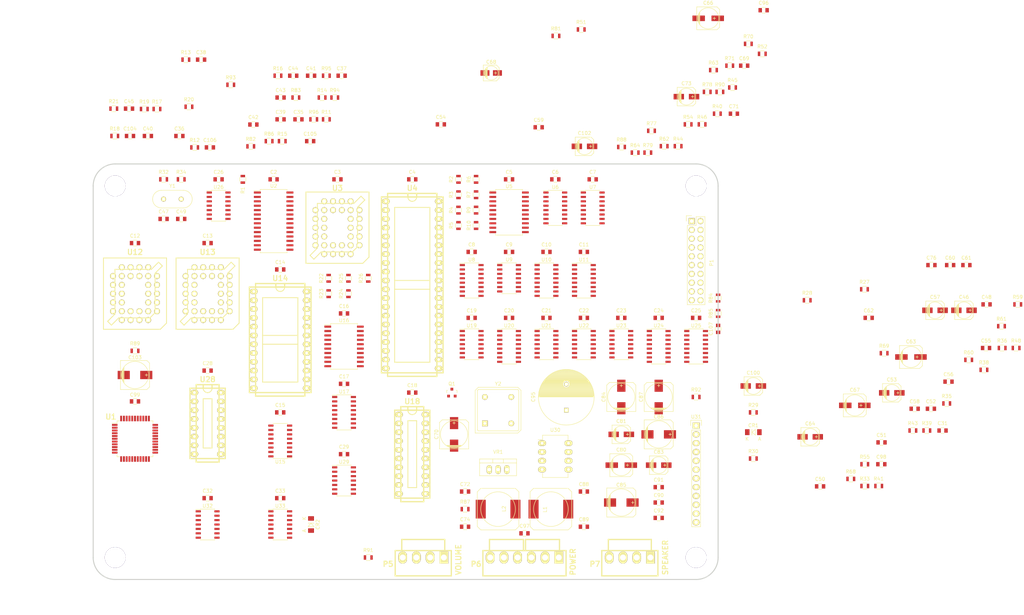
<source format=kicad_pcb>
(kicad_pcb (version 4) (host pcbnew 4.0.1-4.201602110846+6195~38~ubuntu15.10.1-stable)
  (layers (0 F.Cu signal) (31 B.Cu signal) (34 B.Paste user) (35 F.Paste user) (36 B.SilkS user) (37 F.SilkS user) (38 B.Mask user) (39 F.Mask user) (44 Edge.Cuts user))
  (net 0 "")
  (net 1 "/Video Sound Generator Speech Synthesis/A12")
  (net 2 "/Video Sound Generator Speech Synthesis/A7")
  (net 3 "/Video Sound Generator Speech Synthesis/A6")
  (net 4 "/Video Sound Generator Speech Synthesis/A5")
  (net 5 "/Video Sound Generator Speech Synthesis/A4")
  (net 6 "/Video Sound Generator Speech Synthesis/A3")
  (net 7 "/Video Sound Generator Speech Synthesis/A2")
  (net 8 "/Video Sound Generator Speech Synthesis/A1")
  (net 9 A0)
  (net 10 "/Video Sound Generator Speech Synthesis/D0")
  (net 11 "/Video Sound Generator Speech Synthesis/D1")
  (net 12 "/Video Sound Generator Speech Synthesis/D2")
  (net 13 GND)
  (net 14 "/Video Sound Generator Speech Synthesis/D3")
  (net 15 "/Video Sound Generator Speech Synthesis/D4")
  (net 16 "/Video Sound Generator Speech Synthesis/D5")
  (net 17 "/Video Sound Generator Speech Synthesis/D6")
  (net 18 "/Video Sound Generator Speech Synthesis/D7")
  (net 19 "/Video Sound Generator Speech Synthesis/A10")
  (net 20 /RD)
  (net 21 "/Video Sound Generator Speech Synthesis/A11")
  (net 22 "/Video Sound Generator Speech Synthesis/A9")
  (net 23 "/Video Sound Generator Speech Synthesis/A8")
  (net 24 /WR)
  (net 25 +5V)
  (net 26 RESET)
  (net 27 YAM)
  (net 28 "/Video Sound Generator Music Synthesis/D0")
  (net 29 "/Video Sound Generator Music Synthesis/D1")
  (net 30 "/Video Sound Generator Music Synthesis/D2")
  (net 31 "/Video Sound Generator Music Synthesis/D3")
  (net 32 "/Video Sound Generator Music Synthesis/D4")
  (net 33 "/Video Sound Generator Music Synthesis/D5")
  (net 34 "/Video Sound Generator Music Synthesis/D6")
  (net 35 "/Video Sound Generator Music Synthesis/D7")
  (net 36 "Net-(U14-Pad19)")
  (net 37 "Net-(U14-Pad20)")
  (net 38 "Net-(U14-Pad21)")
  (net 39 "Net-(U14-Pad23)")
  (net 40 PCM-A17)
  (net 41 /E)
  (net 42 /Q)
  (net 43 ATE1)
  (net 44 "Net-(U18-Pad11)")
  (net 45 RA18-0)
  (net 46 RA18-1)
  (net 47 RA17-1)
  (net 48 RA17-0)
  (net 49 "Net-(U28-Pad12)")
  (net 50 "Net-(C55-Pad2)")
  (net 51 "Net-(C55-Pad1)")
  (net 52 "Net-(C64-Pad1)")
  (net 53 ADPCM)
  (net 54 ADPCMCLK)
  (net 55 "/Video Sound Generator Music Synthesis/PCM-D0")
  (net 56 "/Video Sound Generator Music Synthesis/PCM-D1")
  (net 57 "/Video Sound Generator Music Synthesis/PCM-D2")
  (net 58 "/Video Sound Generator Music Synthesis/PCM-D3")
  (net 59 "/Video Sound Generator Music Synthesis/PCM-D4")
  (net 60 "/Video Sound Generator Music Synthesis/PCM-D5")
  (net 61 "/Video Sound Generator Music Synthesis/PCM-D6")
  (net 62 "/Video Sound Generator Music Synthesis/PCM-D7")
  (net 63 "/Video Sound Generator Music Synthesis/PCM-A0")
  (net 64 "/Video Sound Generator Music Synthesis/PCM-A1")
  (net 65 "/Video Sound Generator Music Synthesis/PCM-A2")
  (net 66 "/Video Sound Generator Music Synthesis/PCM-A3")
  (net 67 "/Video Sound Generator Music Synthesis/PCM-A4")
  (net 68 "/Video Sound Generator Music Synthesis/PCM-A5")
  (net 69 "/Video Sound Generator Music Synthesis/PCM-A6")
  (net 70 "/Video Sound Generator Music Synthesis/PCM-A7")
  (net 71 "/Video Sound Generator Music Synthesis/PCM-A8")
  (net 72 "/Video Sound Generator Music Synthesis/PCM-A9")
  (net 73 "/Video Sound Generator Music Synthesis/PCM-A10")
  (net 74 "/Video Sound Generator Music Synthesis/PCM-A11")
  (net 75 "/Video Sound Generator Music Synthesis/PCM-A12")
  (net 76 "/Video Sound Generator Music Synthesis/PCM-A13")
  (net 77 "/Video Sound Generator Music Synthesis/PCM-A14")
  (net 78 "/Video Sound Generator Music Synthesis/PCM-A15")
  (net 79 "/Video Sound Generator Music Synthesis/PCM-A16")
  (net 80 DAC)
  (net 81 "Net-(C98-Pad1)")
  (net 82 "Net-(R43-Pad1)")
  (net 83 DAC-OUT)
  (net 84 "Net-(C67-Pad2)")
  (net 85 "Net-(R23-Pad2)")
  (net 86 "Net-(R24-Pad2)")
  (net 87 "Net-(R22-Pad2)")
  (net 88 "Net-(R26-Pad2)")
  (net 89 "Net-(U20-Pad11)")
  (net 90 WR-LATCH)
  (net 91 RD-LATCH)
  (net 92 "Net-(U16-Pad11)")
  (net 93 ATE_CLR)
  (net 94 "Net-(U9-Pad2)")
  (net 95 "Net-(R10-Pad2)")
  (net 96 "Net-(C73-Pad1)")
  (net 97 "Net-(C88-Pad1)")
  (net 98 "Net-(C87-Pad2)")
  (net 99 "Net-(C86-Pad2)")
  (net 100 PCM-BS)
  (net 101 "/Video Sound Generator Interface/FFO")
  (net 102 "/Video Sound Generator Interface/VIDSNDRD")
  (net 103 BS0)
  (net 104 BS2)
  (net 105 BS1)
  (net 106 IRQ)
  (net 107 "Net-(U23-Pad11)")
  (net 108 "Net-(R4-Pad1)")
  (net 109 +12V)
  (net 110 "Net-(U5-Pad2)")
  (net 111 "/Video Sound Generator Interface/D0")
  (net 112 "/Video Sound Generator Interface/D1")
  (net 113 "Net-(U5-Pad5)")
  (net 114 "Net-(U5-Pad6)")
  (net 115 "/Video Sound Generator Interface/D2")
  (net 116 "/Video Sound Generator Interface/D3")
  (net 117 "Net-(U5-Pad9)")
  (net 118 "Net-(U11-Pad1)")
  (net 119 "/Video Sound Generator Interface/D4")
  (net 120 "/Video Sound Generator Interface/D5")
  (net 121 "Net-(U11-Pad7)")
  (net 122 "Net-(U11-Pad9)")
  (net 123 "/Video Sound Generator Interface/D6")
  (net 124 "/Video Sound Generator Interface/D7")
  (net 125 "Net-(U11-Pad15)")
  (net 126 "Net-(R82-Pad2)")
  (net 127 "Net-(R11-Pad2)")
  (net 128 "Net-(R13-Pad2)")
  (net 129 "Net-(R14-Pad2)")
  (net 130 "Net-(R12-Pad2)")
  (net 131 "Net-(R15-Pad2)")
  (net 132 "Net-(R16-Pad2)")
  (net 133 "Net-(R17-Pad2)")
  (net 134 "Net-(R18-Pad2)")
  (net 135 "Net-(Q1-Pad3)")
  (net 136 "/Video Sound Generator Speech Synthesis/A13")
  (net 137 "/Video Sound Generator Speech Synthesis/A15")
  (net 138 FIRQ)
  (net 139 R/W)
  (net 140 "Net-(U22-Pad2)")
  (net 141 "/Video Sound Generator Speech Synthesis/RAM/CS")
  (net 142 "/Video Sound Generator Speech Synthesis/A14")
  (net 143 /EORQ)
  (net 144 "Net-(U20-Pad15)")
  (net 145 +9V)
  (net 146 "/Video Sound Generator Interface/SND_DAT0")
  (net 147 "/Video Sound Generator Interface/SND_DAT3")
  (net 148 "/Video Sound Generator Interface/SND_DAT1")
  (net 149 "/Video Sound Generator Interface/SND_DAT2")
  (net 150 "/Video Sound Generator Interface/SND_DAT4")
  (net 151 "/Video Sound Generator Interface/SND_DAT5")
  (net 152 "/Video Sound Generator Interface/SND_DAT6")
  (net 153 "/Video Sound Generator Interface/SND_DAT7")
  (net 154 "Net-(C43-Pad2)")
  (net 155 "Net-(C44-Pad2)")
  (net 156 "Net-(C45-Pad2)")
  (net 157 "Net-(C46-Pad1)")
  (net 158 "Net-(C46-Pad2)")
  (net 159 "Net-(C47-Pad1)")
  (net 160 "Net-(C47-Pad2)")
  (net 161 "Net-(C48-Pad1)")
  (net 162 "Net-(C49-Pad1)")
  (net 163 "Net-(C50-Pad1)")
  (net 164 "Net-(C51-Pad1)")
  (net 165 "Net-(C52-Pad1)")
  (net 166 "Net-(C52-Pad2)")
  (net 167 YAM1-OUT)
  (net 168 "Net-(C54-Pad2)")
  (net 169 "Net-(C56-Pad1)")
  (net 170 YAM2-OUT)
  (net 171 PCM-OUT)
  (net 172 "Net-(C58-Pad2)")
  (net 173 "Net-(C59-Pad1)")
  (net 174 "Net-(C59-Pad2)")
  (net 175 "Net-(C60-Pad1)")
  (net 176 "Net-(C60-Pad2)")
  (net 177 "Net-(C61-Pad2)")
  (net 178 "Net-(C62-Pad2)")
  (net 179 "Net-(C63-Pad1)")
  (net 180 "Net-(C66-Pad1)")
  (net 181 "Net-(C67-Pad1)")
  (net 182 "Net-(C68-Pad1)")
  (net 183 MIX-OUT)
  (net 184 "Net-(C69-Pad2)")
  (net 185 "Net-(C71-Pad1)")
  (net 186 "Net-(C71-Pad2)")
  (net 187 "Net-(C74-Pad1)")
  (net 188 "Net-(C76-Pad2)")
  (net 189 "Net-(C80-Pad1)")
  (net 190 "Net-(C81-Pad1)")
  (net 191 "Net-(C81-Pad2)")
  (net 192 "Net-(C83-Pad1)")
  (net 193 "Net-(C84-Pad1)")
  (net 194 "Net-(C86-Pad1)")
  (net 195 "Net-(C87-Pad1)")
  (net 196 "Net-(C96-Pad2)")
  (net 197 "Net-(C103-Pad1)")
  (net 198 "Net-(C100-Pad1)")
  (net 199 +12VDEC)
  (net 200 "/Video Sound Generator Interface/B_VIDDAV")
  (net 201 "/Video Sound Generator Interface/SNDVIDRD")
  (net 202 "/Video Sound Generator Interface/B_VIDRES")
  (net 203 "/Video Sound Generator Interface/SND_DAT8")
  (net 204 "Net-(CR1-Pad1)")
  (net 205 "Net-(P1-Pad13)")
  (net 206 "Net-(P1-Pad16)")
  (net 207 "Net-(P1-Pad17)")
  (net 208 "Net-(P1-Pad18)")
  (net 209 "Net-(P5-Pad2)")
  (net 210 "Net-(R1-Pad2)")
  (net 211 "Net-(R2-Pad2)")
  (net 212 "Net-(R3-Pad2)")
  (net 213 "Net-(R19-Pad2)")
  (net 214 "Net-(R20-Pad2)")
  (net 215 "Net-(R21-Pad2)")
  (net 216 "Net-(R32-Pad1)")
  (net 217 "Net-(R39-Pad2)")
  (net 218 "Net-(R43-Pad2)")
  (net 219 "Net-(R71-Pad1)")
  (net 220 "Net-(R91-Pad2)")
  (net 221 "Net-(U22-Pad5)")
  (net 222 "Net-(U12-Pad24)")
  (net 223 "Net-(U13-Pad24)")
  (net 224 "Net-(U14-Pad24)")
  (net 225 "Net-(U16-Pad1)")
  (net 226 "Net-(U19-Pad1)")
  (net 227 VIDPWRON)
  (net 228 "Net-(U19-Pad3)")
  (net 229 "Net-(U19-Pad4)")
  (net 230 "Net-(U19-Pad5)")
  (net 231 "Net-(U19-Pad11)")
  (net 232 SOFT_RES)
  (net 233 "Net-(U21-Pad1)")
  (net 234 "Net-(U21-Pad5)")
  (net 235 "Net-(U21-Pad6)")
  (net 236 "Net-(P1-Pad2)")
  (net 237 "Net-(P1-Pad12)")
  (net 238 "Net-(P1-Pad14)")
  (net 239 "Net-(P1-Pad20)")
  (net 240 "Net-(P5-Pad1)")
  (net 241 "Net-(P5-Pad3)")
  (net 242 "Net-(P6-Pad4)")
  (net 243 "Net-(U1-Pad6)")
  (net 244 "Net-(U4-Pad5)")
  (net 245 "Net-(U4-Pad6)")
  (net 246 "Net-(U4-Pad33)")
  (net 247 "Net-(U4-Pad36)")
  (net 248 "Net-(U4-Pad38)")
  (net 249 "Net-(U7-Pad3)")
  (net 250 "Net-(U7-Pad5)")
  (net 251 "Net-(U7-Pad11)")
  (net 252 "Net-(U7-Pad13)")
  (net 253 "Net-(U8-Pad9)")
  (net 254 "Net-(U9-Pad8)")
  (net 255 "Net-(U11-Pad3)")
  (net 256 "Net-(U11-Pad5)")
  (net 257 "Net-(U11-Pad11)")
  (net 258 "Net-(U11-Pad13)")
  (net 259 "Net-(U15-Pad16)")
  (net 260 "Net-(U16-Pad12)")
  (net 261 "Net-(U16-Pad15)")
  (net 262 "Net-(U16-Pad16)")
  (net 263 "Net-(U16-Pad19)")
  (net 264 "Net-(U18-Pad16)")
  (net 265 "Net-(U20-Pad9)")
  (net 266 "Net-(U20-Pad10)")
  (net 267 "Net-(U22-Pad8)")
  (net 268 "Net-(U22-Pad9)")
  (net 269 "Net-(U23-Pad8)")
  (net 270 "Net-(U24-Pad3)")
  (net 271 "Net-(U24-Pad5)")
  (net 272 "Net-(U24-Pad10)")
  (net 273 "Net-(U24-Pad11)")
  (net 274 "Net-(U24-Pad13)")
  (net 275 "Net-(U31-Pad2)")
  (net 276 "Net-(Y2-Pad1)")
  (module Housings_SOIC:SOIC-28_7.5x17.9mm_Pitch1.27mm (layer F.Cu) (at 66.04 84.455)
    (fp_text reference U2 (at 0 -10.16) (layer F.SilkS))
    (fp_text value 2064)
    (pad 1 smd rect (at -4.7 -8.255) (size 2 0.6) (layers F.Cu F.Paste F.Mask))
    (pad 2 smd rect (at -4.7 -6.985) (size 2 0.6) (layers F.Cu F.Paste F.Mask) (net 1 "/Video Sound Generator Speech Synthesis/A12"))
    (pad 3 smd rect (at -4.7 -5.715) (size 2 0.6) (layers F.Cu F.Paste F.Mask) (net 2 "/Video Sound Generator Speech Synthesis/A7"))
    (pad 4 smd rect (at -4.7 -4.445) (size 2 0.6) (layers F.Cu F.Paste F.Mask) (net 3 "/Video Sound Generator Speech Synthesis/A6"))
    (pad 5 smd rect (at -4.7 -3.175) (size 2 0.6) (layers F.Cu F.Paste F.Mask) (net 4 "/Video Sound Generator Speech Synthesis/A5"))
    (pad 6 smd rect (at -4.7 -1.905) (size 2 0.6) (layers F.Cu F.Paste F.Mask) (net 5 "/Video Sound Generator Speech Synthesis/A4"))
    (pad 7 smd rect (at -4.7 -0.635) (size 2 0.6) (layers F.Cu F.Paste F.Mask) (net 6 "/Video Sound Generator Speech Synthesis/A3"))
    (pad 8 smd rect (at -4.7 0.635) (size 2 0.6) (layers F.Cu F.Paste F.Mask) (net 7 "/Video Sound Generator Speech Synthesis/A2"))
    (pad 9 smd rect (at -4.7 1.905) (size 2 0.6) (layers F.Cu F.Paste F.Mask) (net 8 "/Video Sound Generator Speech Synthesis/A1"))
    (pad 10 smd rect (at -4.7 3.175) (size 2 0.6) (layers F.Cu F.Paste F.Mask) (net 9 A0))
    (pad 11 smd rect (at -4.7 4.445) (size 2 0.6) (layers F.Cu F.Paste F.Mask) (net 10 "/Video Sound Generator Speech Synthesis/D0"))
    (pad 12 smd rect (at -4.7 5.715) (size 2 0.6) (layers F.Cu F.Paste F.Mask) (net 11 "/Video Sound Generator Speech Synthesis/D1"))
    (pad 13 smd rect (at -4.7 6.985) (size 2 0.6) (layers F.Cu F.Paste F.Mask) (net 12 "/Video Sound Generator Speech Synthesis/D2"))
    (pad 14 smd rect (at -4.7 8.255) (size 2 0.6) (layers F.Cu F.Paste F.Mask) (net 13 GND))
    (pad 15 smd rect (at 4.7 8.255) (size 2 0.6) (layers F.Cu F.Paste F.Mask) (net 14 "/Video Sound Generator Speech Synthesis/D3"))
    (pad 16 smd rect (at 4.7 6.985) (size 2 0.6) (layers F.Cu F.Paste F.Mask) (net 15 "/Video Sound Generator Speech Synthesis/D4"))
    (pad 17 smd rect (at 4.7 5.715) (size 2 0.6) (layers F.Cu F.Paste F.Mask) (net 16 "/Video Sound Generator Speech Synthesis/D5"))
    (pad 18 smd rect (at 4.7 4.445) (size 2 0.6) (layers F.Cu F.Paste F.Mask) (net 17 "/Video Sound Generator Speech Synthesis/D6"))
    (pad 19 smd rect (at 4.7 3.175) (size 2 0.6) (layers F.Cu F.Paste F.Mask) (net 18 "/Video Sound Generator Speech Synthesis/D7"))
    (pad 20 smd rect (at 4.7 1.905) (size 2 0.6) (layers F.Cu F.Paste F.Mask) (net 141 "/Video Sound Generator Speech Synthesis/RAM/CS"))
    (pad 21 smd rect (at 4.7 0.635) (size 2 0.6) (layers F.Cu F.Paste F.Mask) (net 19 "/Video Sound Generator Speech Synthesis/A10"))
    (pad 22 smd rect (at 4.7 -0.635) (size 2 0.6) (layers F.Cu F.Paste F.Mask) (net 20 /RD))
    (pad 23 smd rect (at 4.7 -1.905) (size 2 0.6) (layers F.Cu F.Paste F.Mask) (net 21 "/Video Sound Generator Speech Synthesis/A11"))
    (pad 24 smd rect (at 4.7 -3.175) (size 2 0.6) (layers F.Cu F.Paste F.Mask) (net 22 "/Video Sound Generator Speech Synthesis/A9"))
    (pad 25 smd rect (at 4.7 -4.445) (size 2 0.6) (layers F.Cu F.Paste F.Mask) (net 23 "/Video Sound Generator Speech Synthesis/A8"))
    (pad 26 smd rect (at 4.7 -5.715) (size 2 0.6) (layers F.Cu F.Paste F.Mask) (net 210 "Net-(R1-Pad2)"))
    (pad 27 smd rect (at 4.7 -6.985) (size 2 0.6) (layers F.Cu F.Paste F.Mask) (net 24 /WR))
    (pad 28 smd rect (at 4.7 -8.255) (size 2 0.6) (layers F.Cu F.Paste F.Mask) (net 25 +5V))
  )
  (module Housings_QFP:LQFP-44_10x10mm_Pitch0.8mm (layer F.Cu) (at 26.035 147.32)
    (fp_text reference U1 (at -6.985 -6.35) (layer F.SilkS) (effects (font (thickness 0.3048))))
    (fp_text value OKI6295)
    (pad 1 smd rect (at -5.85 -4) (size 1.6 0.56) (layers F.Cu F.Paste F.Mask) (net 13 GND))
    (pad 2 smd rect (at -5.85 -3.2) (size 1.6 0.56) (layers F.Cu F.Paste F.Mask) (net 20 /RD))
    (pad 3 smd rect (at -5.85 -2.4) (size 1.6 0.56) (layers F.Cu F.Paste F.Mask) (net 24 /WR))
    (pad 4 smd rect (at -5.85 -1.6) (size 1.6 0.56) (layers F.Cu F.Paste F.Mask) (net 53 ADPCM))
    (pad 5 smd rect (at -5.85 -0.8) (size 1.6 0.56) (layers F.Cu F.Paste F.Mask) (net 54 ADPCMCLK))
    (pad 6 smd rect (at -5.85 0) (size 1.6 0.56) (layers F.Cu F.Paste F.Mask) (net 243 "Net-(U1-Pad6)"))
    (pad 7 smd rect (at -5.85 0.8) (size 1.6 0.56) (layers F.Cu F.Paste F.Mask) (net 25 +5V))
    (pad 8 smd rect (at -5.85 1.6) (size 1.6 0.56) (layers F.Cu F.Paste F.Mask) (net 26 RESET))
    (pad 9 smd rect (at -5.85 2.4) (size 1.6 0.56) (layers F.Cu F.Paste F.Mask) (net 55 "/Video Sound Generator Music Synthesis/PCM-D0"))
    (pad 10 smd rect (at -5.85 3.2) (size 1.6 0.56) (layers F.Cu F.Paste F.Mask) (net 56 "/Video Sound Generator Music Synthesis/PCM-D1"))
    (pad 11 smd rect (at -5.85 4) (size 1.6 0.56) (layers F.Cu F.Paste F.Mask) (net 57 "/Video Sound Generator Music Synthesis/PCM-D2"))
    (pad 12 smd rect (at -4 5.85 90) (size 1.6 0.56) (layers F.Cu F.Paste F.Mask) (net 58 "/Video Sound Generator Music Synthesis/PCM-D3"))
    (pad 13 smd rect (at -3.2 5.85 90) (size 1.6 0.56) (layers F.Cu F.Paste F.Mask) (net 59 "/Video Sound Generator Music Synthesis/PCM-D4"))
    (pad 14 smd rect (at -2.4 5.85 90) (size 1.6 0.56) (layers F.Cu F.Paste F.Mask) (net 60 "/Video Sound Generator Music Synthesis/PCM-D5"))
    (pad 15 smd rect (at -1.6 5.85 90) (size 1.6 0.56) (layers F.Cu F.Paste F.Mask) (net 61 "/Video Sound Generator Music Synthesis/PCM-D6"))
    (pad 16 smd rect (at -0.8 5.85 90) (size 1.6 0.56) (layers F.Cu F.Paste F.Mask) (net 62 "/Video Sound Generator Music Synthesis/PCM-D7"))
    (pad 17 smd rect (at 0 5.85 90) (size 1.6 0.56) (layers F.Cu F.Paste F.Mask) (net 197 "Net-(C103-Pad1)"))
    (pad 18 smd rect (at 0.8 5.85 90) (size 1.6 0.56) (layers F.Cu F.Paste F.Mask) (net 63 "/Video Sound Generator Music Synthesis/PCM-A0"))
    (pad 19 smd rect (at 1.6 5.85 90) (size 1.6 0.56) (layers F.Cu F.Paste F.Mask) (net 64 "/Video Sound Generator Music Synthesis/PCM-A1"))
    (pad 20 smd rect (at 2.4 5.85 90) (size 1.6 0.56) (layers F.Cu F.Paste F.Mask) (net 65 "/Video Sound Generator Music Synthesis/PCM-A2"))
    (pad 21 smd rect (at 3.2 5.85 90) (size 1.6 0.56) (layers F.Cu F.Paste F.Mask) (net 66 "/Video Sound Generator Music Synthesis/PCM-A3"))
    (pad 22 smd rect (at 4 5.85 90) (size 1.6 0.56) (layers F.Cu F.Paste F.Mask) (net 67 "/Video Sound Generator Music Synthesis/PCM-A4"))
    (pad 23 smd rect (at 5.85 4) (size 1.6 0.56) (layers F.Cu F.Paste F.Mask) (net 68 "/Video Sound Generator Music Synthesis/PCM-A5"))
    (pad 24 smd rect (at 5.85 3.2) (size 1.6 0.56) (layers F.Cu F.Paste F.Mask) (net 69 "/Video Sound Generator Music Synthesis/PCM-A6"))
    (pad 25 smd rect (at 5.85 2.4) (size 1.6 0.56) (layers F.Cu F.Paste F.Mask) (net 70 "/Video Sound Generator Music Synthesis/PCM-A7"))
    (pad 26 smd rect (at 5.85 1.6) (size 1.6 0.56) (layers F.Cu F.Paste F.Mask) (net 71 "/Video Sound Generator Music Synthesis/PCM-A8"))
    (pad 27 smd rect (at 5.85 0.8) (size 1.6 0.56) (layers F.Cu F.Paste F.Mask) (net 72 "/Video Sound Generator Music Synthesis/PCM-A9"))
    (pad 28 smd rect (at 5.85 0) (size 1.6 0.56) (layers F.Cu F.Paste F.Mask) (net 73 "/Video Sound Generator Music Synthesis/PCM-A10"))
    (pad 29 smd rect (at 5.85 -0.8) (size 1.6 0.56) (layers F.Cu F.Paste F.Mask) (net 74 "/Video Sound Generator Music Synthesis/PCM-A11"))
    (pad 30 smd rect (at 5.85 -1.6) (size 1.6 0.56) (layers F.Cu F.Paste F.Mask) (net 75 "/Video Sound Generator Music Synthesis/PCM-A12"))
    (pad 31 smd rect (at 5.85 -2.4) (size 1.6 0.56) (layers F.Cu F.Paste F.Mask) (net 76 "/Video Sound Generator Music Synthesis/PCM-A13"))
    (pad 32 smd rect (at 5.85 -3.2) (size 1.6 0.56) (layers F.Cu F.Paste F.Mask) (net 77 "/Video Sound Generator Music Synthesis/PCM-A14"))
    (pad 33 smd rect (at 5.85 -4) (size 1.6 0.56) (layers F.Cu F.Paste F.Mask) (net 78 "/Video Sound Generator Music Synthesis/PCM-A15"))
    (pad 34 smd rect (at 4 -5.85 90) (size 1.6 0.56) (layers F.Cu F.Paste F.Mask) (net 79 "/Video Sound Generator Music Synthesis/PCM-A16"))
    (pad 35 smd rect (at 3.2 -5.85 90) (size 1.6 0.56) (layers F.Cu F.Paste F.Mask) (net 40 PCM-A17))
    (pad 36 smd rect (at 2.4 -5.85 90) (size 1.6 0.56) (layers F.Cu F.Paste F.Mask) (net 158 "Net-(C46-Pad2)"))
    (pad 37 smd rect (at 1.6 -5.85 90) (size 1.6 0.56) (layers F.Cu F.Paste F.Mask) (net 28 "/Video Sound Generator Music Synthesis/D0"))
    (pad 38 smd rect (at 0.8 -5.85 90) (size 1.6 0.56) (layers F.Cu F.Paste F.Mask) (net 29 "/Video Sound Generator Music Synthesis/D1"))
    (pad 39 smd rect (at 0 -5.85 90) (size 1.6 0.56) (layers F.Cu F.Paste F.Mask) (net 30 "/Video Sound Generator Music Synthesis/D2"))
    (pad 40 smd rect (at -0.8 -5.85 90) (size 1.6 0.56) (layers F.Cu F.Paste F.Mask) (net 31 "/Video Sound Generator Music Synthesis/D3"))
    (pad 41 smd rect (at -1.6 -5.85 90) (size 1.6 0.56) (layers F.Cu F.Paste F.Mask) (net 32 "/Video Sound Generator Music Synthesis/D4"))
    (pad 42 smd rect (at -2.4 -5.85 90) (size 1.6 0.56) (layers F.Cu F.Paste F.Mask) (net 33 "/Video Sound Generator Music Synthesis/D5"))
    (pad 43 smd rect (at -3.2 -5.85 90) (size 1.6 0.56) (layers F.Cu F.Paste F.Mask) (net 34 "/Video Sound Generator Music Synthesis/D6"))
    (pad 44 smd rect (at -4 -5.85 90) (size 1.6 0.56) (layers F.Cu F.Paste F.Mask) (net 35 "/Video Sound Generator Music Synthesis/D7"))
  )
  (module Housings_SOIC:SOIC-16_3.9x9.9mm_Pitch1.27mm (layer F.Cu) (at 67.945 147.955 180)
    (fp_text reference U15 (at 0 -6 180) (layer F.SilkS))
    (fp_text value TIL7524)
    (pad 1 smd rect (at -2.7 -4.445 180) (size 1.5 0.6) (layers F.Cu F.Paste F.Mask) (net 179 "Net-(C63-Pad1)"))
    (pad 2 smd rect (at -2.7 -3.175 180) (size 1.5 0.6) (layers F.Cu F.Paste F.Mask) (net 13 GND))
    (pad 3 smd rect (at -2.7 -1.905 180) (size 1.5 0.6) (layers F.Cu F.Paste F.Mask) (net 13 GND))
    (pad 4 smd rect (at -2.7 -0.635 180) (size 1.5 0.6) (layers F.Cu F.Paste F.Mask) (net 35 "/Video Sound Generator Music Synthesis/D7"))
    (pad 5 smd rect (at -2.7 0.635 180) (size 1.5 0.6) (layers F.Cu F.Paste F.Mask) (net 34 "/Video Sound Generator Music Synthesis/D6"))
    (pad 6 smd rect (at -2.7 1.905 180) (size 1.5 0.6) (layers F.Cu F.Paste F.Mask) (net 33 "/Video Sound Generator Music Synthesis/D5"))
    (pad 7 smd rect (at -2.7 3.175 180) (size 1.5 0.6) (layers F.Cu F.Paste F.Mask) (net 32 "/Video Sound Generator Music Synthesis/D4"))
    (pad 8 smd rect (at -2.7 4.445 180) (size 1.5 0.6) (layers F.Cu F.Paste F.Mask) (net 31 "/Video Sound Generator Music Synthesis/D3"))
    (pad 9 smd rect (at 2.7 4.445 180) (size 1.5 0.6) (layers F.Cu F.Paste F.Mask) (net 30 "/Video Sound Generator Music Synthesis/D2"))
    (pad 10 smd rect (at 2.7 3.175 180) (size 1.5 0.6) (layers F.Cu F.Paste F.Mask) (net 29 "/Video Sound Generator Music Synthesis/D1"))
    (pad 11 smd rect (at 2.7 1.905 180) (size 1.5 0.6) (layers F.Cu F.Paste F.Mask) (net 28 "/Video Sound Generator Music Synthesis/D0"))
    (pad 12 smd rect (at 2.7 0.635 180) (size 1.5 0.6) (layers F.Cu F.Paste F.Mask) (net 80 DAC))
    (pad 13 smd rect (at 2.7 -0.635 180) (size 1.5 0.6) (layers F.Cu F.Paste F.Mask) (net 24 /WR))
    (pad 14 smd rect (at 2.7 -1.905 180) (size 1.5 0.6) (layers F.Cu F.Paste F.Mask) (net 25 +5V))
    (pad 15 smd rect (at 2.7 -3.175 180) (size 1.5 0.6) (layers F.Cu F.Paste F.Mask) (net 81 "Net-(C98-Pad1)"))
    (pad 16 smd rect (at 2.7 -4.445 180) (size 1.5 0.6) (layers F.Cu F.Paste F.Mask) (net 259 "Net-(U15-Pad16)"))
  )
  (module Housings_SOIC:SOIC-14_3.9x8.7mm_Pitch1.27mm (layer F.Cu) (at 86.36 159.385)
    (fp_text reference U29 (at 0 -5.375) (layer F.SilkS))
    (fp_text value LM324D)
    (pad 1 smd rect (at -2.7 -3.81) (size 1.5 0.6) (layers F.Cu F.Paste F.Mask) (net 82 "Net-(R43-Pad1)"))
    (pad 2 smd rect (at -2.7 -2.54) (size 1.5 0.6) (layers F.Cu F.Paste F.Mask) (net 82 "Net-(R43-Pad1)"))
    (pad 3 smd rect (at -2.7 -1.27) (size 1.5 0.6) (layers F.Cu F.Paste F.Mask) (net 49 "Net-(U28-Pad12)"))
    (pad 4 smd rect (at -2.7 0) (size 1.5 0.6) (layers F.Cu F.Paste F.Mask) (net 109 +12V))
    (pad 5 smd rect (at -2.7 1.27) (size 1.5 0.6) (layers F.Cu F.Paste F.Mask) (net 52 "Net-(C64-Pad1)"))
    (pad 6 smd rect (at -2.7 2.54) (size 1.5 0.6) (layers F.Cu F.Paste F.Mask) (net 51 "Net-(C55-Pad1)"))
    (pad 7 smd rect (at -2.7 3.81) (size 1.5 0.6) (layers F.Cu F.Paste F.Mask) (net 50 "Net-(C55-Pad2)"))
    (pad 8 smd rect (at 2.7 3.81) (size 1.5 0.6) (layers F.Cu F.Paste F.Mask) (net 83 DAC-OUT))
    (pad 9 smd rect (at 2.7 2.54) (size 1.5 0.6) (layers F.Cu F.Paste F.Mask) (net 83 DAC-OUT))
    (pad 10 smd rect (at 2.7 1.27) (size 1.5 0.6) (layers F.Cu F.Paste F.Mask) (net 181 "Net-(C67-Pad1)"))
    (pad 11 smd rect (at 2.7 0) (size 1.5 0.6) (layers F.Cu F.Paste F.Mask) (net 13 GND))
    (pad 12 smd rect (at 2.7 -1.27) (size 1.5 0.6) (layers F.Cu F.Paste F.Mask) (net 81 "Net-(C98-Pad1)"))
    (pad 13 smd rect (at 2.7 -2.54) (size 1.5 0.6) (layers F.Cu F.Paste F.Mask) (net 84 "Net-(C67-Pad2)"))
    (pad 14 smd rect (at 2.7 -3.81) (size 1.5 0.6) (layers F.Cu F.Paste F.Mask) (net 84 "Net-(C67-Pad2)"))
  )
  (module Mounting_Holes:MountingHole_6mm (layer F.Cu) (at 20.32 74.295)
    (fp_text reference MTG1 hide)
    (fp_text value MTGHOLE hide)
    (pad 1 thru_hole circle (at 0 0) (size 6 6) (drill 6) (layers) (net 13 GND))
  )
  (module Mounting_Holes:MountingHole_6mm (layer F.Cu) (at 20.32 181.61)
    (fp_text reference MTG2 hide)
    (fp_text value MTGHOLE hide)
    (pad 1 thru_hole circle (at 0 0) (size 6 6) (drill 6) (layers) (net 13 GND))
  )
  (module Mounting_Holes:MountingHole_6mm (layer F.Cu) (at 187.96 181.61)
    (fp_text reference MTG3 hide)
    (fp_text value MTGHOLE hide)
    (pad 1 thru_hole circle (at 0 0) (size 6 6) (drill 6) (layers) (net 13 GND))
  )
  (module Mounting_Holes:MountingHole_6mm (layer F.Cu) (at 187.96 74.295)
    (fp_text reference MTG4 hide)
    (fp_text value MTGHOLE hide)
    (pad 1 thru_hole circle (at 0 0) (size 6 6) (drill 6) (layers) (net 13 GND))
  )
  (module TO_SOT_Packages_SMD:SOT-23 (layer F.Cu) (at 117.475 133.985)
    (fp_text reference Q1 (at 0 -2.54) (layer F.SilkS))
    (fp_text value MPS3646)
    (pad 1 smd rect (at -0.95 1.00076) (size 0.8001 0.8001) (layers F.Cu F.Paste F.Mask) (net 13 GND))
    (pad 2 smd rect (at 0.95 1.00076) (size 0.8001 0.8001) (layers F.Cu F.Paste F.Mask) (net 178 "Net-(C62-Pad2)"))
    (pad 3 smd rect (at 0 -0.99822) (size 0.8001 0.8001) (layers F.Cu F.Paste F.Mask) (net 135 "Net-(Q1-Pad3)"))
  )
  (module Housings_SOIC:SOIC-14_3.9x8.7mm_Pitch1.27mm (layer F.Cu) (at 133.985 100.965)
    (fp_text reference U9 (at 0 -5.375) (layer F.SilkS))
    (fp_text value 74LS74)
    (pad 1 smd rect (at -2.7 -3.81) (size 1.5 0.6) (layers F.Cu F.Paste F.Mask) (net 93 ATE_CLR))
    (pad 2 smd rect (at -2.7 -2.54) (size 1.5 0.6) (layers F.Cu F.Paste F.Mask) (net 94 "Net-(U9-Pad2)"))
    (pad 3 smd rect (at -2.7 -1.27) (size 1.5 0.6) (layers F.Cu F.Paste F.Mask) (net 221 "Net-(U22-Pad5)"))
    (pad 4 smd rect (at -2.7 0) (size 1.5 0.6) (layers F.Cu F.Paste F.Mask) (net 95 "Net-(R10-Pad2)"))
    (pad 5 smd rect (at -2.7 1.27) (size 1.5 0.6) (layers F.Cu F.Paste F.Mask) (net 54 ADPCMCLK))
    (pad 6 smd rect (at -2.7 2.54) (size 1.5 0.6) (layers F.Cu F.Paste F.Mask) (net 94 "Net-(U9-Pad2)"))
    (pad 7 smd rect (at -2.7 3.81) (size 1.5 0.6) (layers F.Cu F.Paste F.Mask) (net 13 GND))
    (pad 8 smd rect (at 2.7 3.81) (size 1.5 0.6) (layers F.Cu F.Paste F.Mask) (net 254 "Net-(U9-Pad8)"))
    (pad 9 smd rect (at 2.7 2.54) (size 1.5 0.6) (layers F.Cu F.Paste F.Mask) (net 101 "/Video Sound Generator Interface/FFO"))
    (pad 10 smd rect (at 2.7 1.27) (size 1.5 0.6) (layers F.Cu F.Paste F.Mask) (net 43 ATE1))
    (pad 11 smd rect (at 2.7 0) (size 1.5 0.6) (layers F.Cu F.Paste F.Mask) (net 90 WR-LATCH))
    (pad 12 smd rect (at 2.7 -1.27) (size 1.5 0.6) (layers F.Cu F.Paste F.Mask) (net 43 ATE1))
    (pad 13 smd rect (at 2.7 -2.54) (size 1.5 0.6) (layers F.Cu F.Paste F.Mask) (net 102 "/Video Sound Generator Interface/VIDSNDRD"))
    (pad 14 smd rect (at 2.7 -3.81) (size 1.5 0.6) (layers F.Cu F.Paste F.Mask) (net 25 +5V))
  )
  (module Housings_SOIC:SOIC-20_7.5x12.8mm_Pitch1.27mm (layer F.Cu) (at 86.36 120.65)
    (fp_text reference U16 (at 0 -7.5) (layer F.SilkS))
    (fp_text value 74ALS374)
    (pad 1 smd rect (at -4.7 -5.715) (size 1.95 0.6) (layers F.Cu F.Paste F.Mask) (net 225 "Net-(U16-Pad1)"))
    (pad 2 smd rect (at -4.7 -4.445) (size 1.95 0.6) (layers F.Cu F.Paste F.Mask) (net 86 "Net-(R24-Pad2)"))
    (pad 3 smd rect (at -4.7 -3.175) (size 1.95 0.6) (layers F.Cu F.Paste F.Mask) (net 10 "/Video Sound Generator Speech Synthesis/D0"))
    (pad 4 smd rect (at -4.7 -1.905) (size 1.95 0.6) (layers F.Cu F.Paste F.Mask) (net 11 "/Video Sound Generator Speech Synthesis/D1"))
    (pad 5 smd rect (at -4.7 -0.635) (size 1.95 0.6) (layers F.Cu F.Paste F.Mask) (net 85 "Net-(R23-Pad2)"))
    (pad 6 smd rect (at -4.7 0.635) (size 1.95 0.6) (layers F.Cu F.Paste F.Mask) (net 87 "Net-(R22-Pad2)"))
    (pad 7 smd rect (at -4.7 1.905) (size 1.95 0.6) (layers F.Cu F.Paste F.Mask) (net 12 "/Video Sound Generator Speech Synthesis/D2"))
    (pad 8 smd rect (at -4.7 3.175) (size 1.95 0.6) (layers F.Cu F.Paste F.Mask) (net 14 "/Video Sound Generator Speech Synthesis/D3"))
    (pad 9 smd rect (at -4.7 4.445) (size 1.95 0.6) (layers F.Cu F.Paste F.Mask) (net 88 "Net-(R26-Pad2)"))
    (pad 10 smd rect (at -4.7 5.715) (size 1.95 0.6) (layers F.Cu F.Paste F.Mask) (net 13 GND))
    (pad 11 smd rect (at 4.7 5.715) (size 1.95 0.6) (layers F.Cu F.Paste F.Mask) (net 92 "Net-(U16-Pad11)"))
    (pad 12 smd rect (at 4.7 4.445) (size 1.95 0.6) (layers F.Cu F.Paste F.Mask) (net 260 "Net-(U16-Pad12)"))
    (pad 13 smd rect (at 4.7 3.175) (size 1.95 0.6) (layers F.Cu F.Paste F.Mask) (net 43 ATE1))
    (pad 14 smd rect (at 4.7 1.905) (size 1.95 0.6) (layers F.Cu F.Paste F.Mask) (net 43 ATE1))
    (pad 15 smd rect (at 4.7 0.635) (size 1.95 0.6) (layers F.Cu F.Paste F.Mask) (net 261 "Net-(U16-Pad15)"))
    (pad 16 smd rect (at 4.7 -0.635) (size 1.95 0.6) (layers F.Cu F.Paste F.Mask) (net 262 "Net-(U16-Pad16)"))
    (pad 17 smd rect (at 4.7 -1.905) (size 1.95 0.6) (layers F.Cu F.Paste F.Mask) (net 43 ATE1))
    (pad 18 smd rect (at 4.7 -3.175) (size 1.95 0.6) (layers F.Cu F.Paste F.Mask) (net 43 ATE1))
    (pad 19 smd rect (at 4.7 -4.445) (size 1.95 0.6) (layers F.Cu F.Paste F.Mask) (net 263 "Net-(U16-Pad19)"))
    (pad 20 smd rect (at 4.7 -5.715) (size 1.95 0.6) (layers F.Cu F.Paste F.Mask) (net 25 +5V))
  )
  (module Housings_SOIC:SOIC-14_3.9x8.7mm_Pitch1.27mm (layer F.Cu) (at 166.37 120.015)
    (fp_text reference U23 (at 0 -5.375) (layer F.SilkS))
    (fp_text value 74LS74)
    (pad 1 smd rect (at -2.7 -3.81) (size 1.5 0.6) (layers F.Cu F.Paste F.Mask) (net 93 ATE_CLR))
    (pad 2 smd rect (at -2.7 -2.54) (size 1.5 0.6) (layers F.Cu F.Paste F.Mask) (net 41 /E))
    (pad 3 smd rect (at -2.7 -1.27) (size 1.5 0.6) (layers F.Cu F.Paste F.Mask) (net 235 "Net-(U21-Pad6)"))
    (pad 4 smd rect (at -2.7 0) (size 1.5 0.6) (layers F.Cu F.Paste F.Mask) (net 95 "Net-(R10-Pad2)"))
    (pad 5 smd rect (at -2.7 1.27) (size 1.5 0.6) (layers F.Cu F.Paste F.Mask) (net 140 "Net-(U22-Pad2)"))
    (pad 6 smd rect (at -2.7 2.54) (size 1.5 0.6) (layers F.Cu F.Paste F.Mask) (net 42 /Q))
    (pad 7 smd rect (at -2.7 3.81) (size 1.5 0.6) (layers F.Cu F.Paste F.Mask) (net 13 GND))
    (pad 8 smd rect (at 2.7 3.81) (size 1.5 0.6) (layers F.Cu F.Paste F.Mask) (net 269 "Net-(U23-Pad8)"))
    (pad 9 smd rect (at 2.7 2.54) (size 1.5 0.6) (layers F.Cu F.Paste F.Mask) (net 106 IRQ))
    (pad 10 smd rect (at 2.7 1.27) (size 1.5 0.6) (layers F.Cu F.Paste F.Mask) (net 91 RD-LATCH))
    (pad 11 smd rect (at 2.7 0) (size 1.5 0.6) (layers F.Cu F.Paste F.Mask) (net 107 "Net-(U23-Pad11)"))
    (pad 12 smd rect (at 2.7 -1.27) (size 1.5 0.6) (layers F.Cu F.Paste F.Mask) (net 108 "Net-(R4-Pad1)"))
    (pad 13 smd rect (at 2.7 -2.54) (size 1.5 0.6) (layers F.Cu F.Paste F.Mask) (net 43 ATE1))
    (pad 14 smd rect (at 2.7 -3.81) (size 1.5 0.6) (layers F.Cu F.Paste F.Mask) (net 25 +5V))
  )
  (module Diodes_SMD:MiniMELF_Standard (layer F.Cu) (at 76.835 172.085 270)
    (fp_text reference CR2 (at 0 -1.95 270) (layer F.SilkS))
    (fp_text value 1N5232A)
    (fp_text user K (at -1.8 1.95 270) (layer F.SilkS))
    (fp_text user A (at 1.8 1.95 270) (layer F.SilkS))
    (pad 1 smd rect (at -1.75006 0 270) (size 1.30048 1.69926) (layers F.Cu F.Paste F.Mask) (net 96 "Net-(C73-Pad1)"))
    (pad 2 smd rect (at 1.75006 0 270) (size 1.30048 1.69926) (layers F.Cu F.Paste F.Mask) (net 13 GND))
  )
  (module Housings_SOIC:SOIC-16_3.9x9.9mm_Pitch1.27mm (layer F.Cu) (at 86.36 139.7)
    (fp_text reference U17 (at 0 -6) (layer F.SilkS))
    (fp_text value 74ALS174)
    (pad 1 smd rect (at -2.7 -4.445) (size 1.5 0.6) (layers F.Cu F.Paste F.Mask) (net 93 ATE_CLR))
    (pad 2 smd rect (at -2.7 -3.175) (size 1.5 0.6) (layers F.Cu F.Paste F.Mask))
    (pad 3 smd rect (at -2.7 -1.905) (size 1.5 0.6) (layers F.Cu F.Paste F.Mask))
    (pad 4 smd rect (at -2.7 -0.635) (size 1.5 0.6) (layers F.Cu F.Paste F.Mask) (net 28 "/Video Sound Generator Music Synthesis/D0"))
    (pad 5 smd rect (at -2.7 0.635) (size 1.5 0.6) (layers F.Cu F.Paste F.Mask) (net 103 BS0))
    (pad 6 smd rect (at -2.7 1.905) (size 1.5 0.6) (layers F.Cu F.Paste F.Mask) (net 30 "/Video Sound Generator Music Synthesis/D2"))
    (pad 7 smd rect (at -2.7 3.175) (size 1.5 0.6) (layers F.Cu F.Paste F.Mask) (net 104 BS2))
    (pad 8 smd rect (at -2.7 4.445) (size 1.5 0.6) (layers F.Cu F.Paste F.Mask) (net 13 GND))
    (pad 9 smd rect (at 2.7 4.445) (size 1.5 0.6) (layers F.Cu F.Paste F.Mask) (net 100 PCM-BS))
    (pad 10 smd rect (at 2.7 3.175) (size 1.5 0.6) (layers F.Cu F.Paste F.Mask))
    (pad 11 smd rect (at 2.7 1.905) (size 1.5 0.6) (layers F.Cu F.Paste F.Mask))
    (pad 12 smd rect (at 2.7 0.635) (size 1.5 0.6) (layers F.Cu F.Paste F.Mask))
    (pad 13 smd rect (at 2.7 -0.635) (size 1.5 0.6) (layers F.Cu F.Paste F.Mask))
    (pad 14 smd rect (at 2.7 -1.905) (size 1.5 0.6) (layers F.Cu F.Paste F.Mask) (net 29 "/Video Sound Generator Music Synthesis/D1"))
    (pad 15 smd rect (at 2.7 -3.175) (size 1.5 0.6) (layers F.Cu F.Paste F.Mask) (net 105 BS1))
    (pad 16 smd rect (at 2.7 -4.445) (size 1.5 0.6) (layers F.Cu F.Paste F.Mask) (net 25 +5V))
  )
  (module Housings_DIP:DIP-8_W7.62mm_LongPads (layer F.Cu) (at 143.51 148.59)
    (fp_text reference U30 (at 3.81 -3.81) (layer F.SilkS))
    (fp_text value MC3340)
    (pad 1 thru_hole oval (at 0 0) (size 2.3 1.6) (drill 0.8) (layers *.Cu *.Mask F.SilkS) (net 183 MIX-OUT))
    (pad 2 thru_hole oval (at 0 2.54) (size 2.3 1.6) (drill 0.8) (layers *.Cu *.Mask F.SilkS) (net 180 "Net-(C66-Pad1)"))
    (pad 3 thru_hole oval (at 0 5.08) (size 2.3 1.6) (drill 0.8) (layers *.Cu *.Mask F.SilkS) (net 13 GND))
    (pad 4 thru_hole oval (at 0 7.62) (size 2.3 1.6) (drill 0.8) (layers *.Cu *.Mask F.SilkS))
    (pad 5 thru_hole oval (at 7.62 7.62) (size 2.3 1.6) (drill 0.8) (layers *.Cu *.Mask F.SilkS) (net 188 "Net-(C76-Pad2)"))
    (pad 6 thru_hole oval (at 7.62 5.08) (size 2.3 1.6) (drill 0.8) (layers *.Cu *.Mask F.SilkS))
    (pad 7 thru_hole oval (at 7.62 2.54) (size 2.3 1.6) (drill 0.8) (layers *.Cu *.Mask F.SilkS) (net 219 "Net-(R71-Pad1)"))
    (pad 8 thru_hole oval (at 7.62 0) (size 2.3 1.6) (drill 0.8) (layers *.Cu *.Mask F.SilkS) (net 145 +9V))
  )
  (module Housings_SOIC:SOIC-14_3.9x8.7mm_Pitch1.27mm (layer F.Cu) (at 67.945 172.085)
    (fp_text reference U33 (at 0 -5.375) (layer F.SilkS))
    (fp_text value TL084D)
    (pad 1 smd rect (at -2.7 -3.81) (size 1.5 0.6) (layers F.Cu F.Paste F.Mask) (net 186 "Net-(C71-Pad2)"))
    (pad 2 smd rect (at -2.7 -2.54) (size 1.5 0.6) (layers F.Cu F.Paste F.Mask) (net 185 "Net-(C71-Pad1)"))
    (pad 3 smd rect (at -2.7 -1.27) (size 1.5 0.6) (layers F.Cu F.Paste F.Mask) (net 96 "Net-(C73-Pad1)"))
    (pad 4 smd rect (at -2.7 0) (size 1.5 0.6) (layers F.Cu F.Paste F.Mask) (net 109 +12V))
    (pad 5 smd rect (at -2.7 1.27) (size 1.5 0.6) (layers F.Cu F.Paste F.Mask) (net 96 "Net-(C73-Pad1)"))
    (pad 6 smd rect (at -2.7 2.54) (size 1.5 0.6) (layers F.Cu F.Paste F.Mask) (net 175 "Net-(C60-Pad1)"))
    (pad 7 smd rect (at -2.7 3.81) (size 1.5 0.6) (layers F.Cu F.Paste F.Mask) (net 176 "Net-(C60-Pad2)"))
    (pad 8 smd rect (at 2.7 3.81) (size 1.5 0.6) (layers F.Cu F.Paste F.Mask))
    (pad 9 smd rect (at 2.7 2.54) (size 1.5 0.6) (layers F.Cu F.Paste F.Mask))
    (pad 10 smd rect (at 2.7 1.27) (size 1.5 0.6) (layers F.Cu F.Paste F.Mask))
    (pad 11 smd rect (at 2.7 0) (size 1.5 0.6) (layers F.Cu F.Paste F.Mask) (net 13 GND))
    (pad 12 smd rect (at 2.7 -1.27) (size 1.5 0.6) (layers F.Cu F.Paste F.Mask) (net 96 "Net-(C73-Pad1)"))
    (pad 13 smd rect (at 2.7 -2.54) (size 1.5 0.6) (layers F.Cu F.Paste F.Mask) (net 196 "Net-(C96-Pad2)"))
    (pad 14 smd rect (at 2.7 -3.81) (size 1.5 0.6) (layers F.Cu F.Paste F.Mask) (net 182 "Net-(C68-Pad1)"))
  )
  (module Pin_Headers:Pin_Header_Straight_2x10 (layer F.Cu) (at 186.69 84.455)
    (fp_text reference P1 (at 5.715 12.065 90) (layer F.SilkS))
    (fp_text value CONN_02X10 hide)
    (pad 1 thru_hole rect (at 0 0) (size 1.7272 1.7272) (drill 1.016) (layers *.Cu *.Mask F.SilkS) (net 13 GND))
    (pad 2 thru_hole oval (at 2.54 0) (size 1.7272 1.7272) (drill 1.016) (layers *.Cu *.Mask F.SilkS) (net 236 "Net-(P1-Pad2)"))
    (pad 3 thru_hole oval (at 0 2.54) (size 1.7272 1.7272) (drill 1.016) (layers *.Cu *.Mask F.SilkS) (net 146 "/Video Sound Generator Interface/SND_DAT0"))
    (pad 4 thru_hole oval (at 2.54 2.54) (size 1.7272 1.7272) (drill 1.016) (layers *.Cu *.Mask F.SilkS) (net 148 "/Video Sound Generator Interface/SND_DAT1"))
    (pad 5 thru_hole oval (at 0 5.08) (size 1.7272 1.7272) (drill 1.016) (layers *.Cu *.Mask F.SilkS) (net 149 "/Video Sound Generator Interface/SND_DAT2"))
    (pad 6 thru_hole oval (at 2.54 5.08) (size 1.7272 1.7272) (drill 1.016) (layers *.Cu *.Mask F.SilkS) (net 147 "/Video Sound Generator Interface/SND_DAT3"))
    (pad 7 thru_hole oval (at 0 7.62) (size 1.7272 1.7272) (drill 1.016) (layers *.Cu *.Mask F.SilkS) (net 150 "/Video Sound Generator Interface/SND_DAT4"))
    (pad 8 thru_hole oval (at 2.54 7.62) (size 1.7272 1.7272) (drill 1.016) (layers *.Cu *.Mask F.SilkS) (net 151 "/Video Sound Generator Interface/SND_DAT5"))
    (pad 9 thru_hole oval (at 0 10.16) (size 1.7272 1.7272) (drill 1.016) (layers *.Cu *.Mask F.SilkS) (net 152 "/Video Sound Generator Interface/SND_DAT6"))
    (pad 10 thru_hole oval (at 2.54 10.16) (size 1.7272 1.7272) (drill 1.016) (layers *.Cu *.Mask F.SilkS) (net 153 "/Video Sound Generator Interface/SND_DAT7"))
    (pad 11 thru_hole oval (at 0 12.7) (size 1.7272 1.7272) (drill 1.016) (layers *.Cu *.Mask F.SilkS) (net 154 "Net-(C43-Pad2)"))
    (pad 12 thru_hole oval (at 2.54 12.7) (size 1.7272 1.7272) (drill 1.016) (layers *.Cu *.Mask F.SilkS) (net 237 "Net-(P1-Pad12)"))
    (pad 13 thru_hole oval (at 0 15.24) (size 1.7272 1.7272) (drill 1.016) (layers *.Cu *.Mask F.SilkS) (net 205 "Net-(P1-Pad13)"))
    (pad 14 thru_hole oval (at 2.54 15.24) (size 1.7272 1.7272) (drill 1.016) (layers *.Cu *.Mask F.SilkS) (net 238 "Net-(P1-Pad14)"))
    (pad 15 thru_hole oval (at 0 17.78) (size 1.7272 1.7272) (drill 1.016) (layers *.Cu *.Mask F.SilkS) (net 155 "Net-(C44-Pad2)"))
    (pad 16 thru_hole oval (at 2.54 17.78) (size 1.7272 1.7272) (drill 1.016) (layers *.Cu *.Mask F.SilkS) (net 206 "Net-(P1-Pad16)"))
    (pad 17 thru_hole oval (at 0 20.32) (size 1.7272 1.7272) (drill 1.016) (layers *.Cu *.Mask F.SilkS) (net 207 "Net-(P1-Pad17)"))
    (pad 18 thru_hole oval (at 2.54 20.32) (size 1.7272 1.7272) (drill 1.016) (layers *.Cu *.Mask F.SilkS) (net 208 "Net-(P1-Pad18)"))
    (pad 19 thru_hole oval (at 0 22.86) (size 1.7272 1.7272) (drill 1.016) (layers *.Cu *.Mask F.SilkS) (net 156 "Net-(C45-Pad2)"))
    (pad 20 thru_hole oval (at 2.54 22.86) (size 1.7272 1.7272) (drill 1.016) (layers *.Cu *.Mask F.SilkS) (net 239 "Net-(P1-Pad20)"))
  )
  (module Housings_SOIC:SOIC-20_7.5x12.8mm_Pitch1.27mm (layer F.Cu) (at 133.985 81.915)
    (fp_text reference U5 (at 0 -7.5) (layer F.SilkS))
    (fp_text value 74ALS374)
    (pad 1 smd rect (at -4.7 -5.715) (size 1.95 0.6) (layers F.Cu F.Paste F.Mask) (net 108 "Net-(R4-Pad1)"))
    (pad 2 smd rect (at -4.7 -4.445) (size 1.95 0.6) (layers F.Cu F.Paste F.Mask) (net 110 "Net-(U5-Pad2)"))
    (pad 3 smd rect (at -4.7 -3.175) (size 1.95 0.6) (layers F.Cu F.Paste F.Mask) (net 111 "/Video Sound Generator Interface/D0"))
    (pad 4 smd rect (at -4.7 -1.905) (size 1.95 0.6) (layers F.Cu F.Paste F.Mask) (net 112 "/Video Sound Generator Interface/D1"))
    (pad 5 smd rect (at -4.7 -0.635) (size 1.95 0.6) (layers F.Cu F.Paste F.Mask) (net 113 "Net-(U5-Pad5)"))
    (pad 6 smd rect (at -4.7 0.635) (size 1.95 0.6) (layers F.Cu F.Paste F.Mask) (net 114 "Net-(U5-Pad6)"))
    (pad 7 smd rect (at -4.7 1.905) (size 1.95 0.6) (layers F.Cu F.Paste F.Mask) (net 115 "/Video Sound Generator Interface/D2"))
    (pad 8 smd rect (at -4.7 3.175) (size 1.95 0.6) (layers F.Cu F.Paste F.Mask) (net 116 "/Video Sound Generator Interface/D3"))
    (pad 9 smd rect (at -4.7 4.445) (size 1.95 0.6) (layers F.Cu F.Paste F.Mask) (net 117 "Net-(U5-Pad9)"))
    (pad 10 smd rect (at -4.7 5.715) (size 1.95 0.6) (layers F.Cu F.Paste F.Mask) (net 13 GND))
    (pad 11 smd rect (at 4.7 5.715) (size 1.95 0.6) (layers F.Cu F.Paste F.Mask) (net 90 WR-LATCH))
    (pad 12 smd rect (at 4.7 4.445) (size 1.95 0.6) (layers F.Cu F.Paste F.Mask) (net 118 "Net-(U11-Pad1)"))
    (pad 13 smd rect (at 4.7 3.175) (size 1.95 0.6) (layers F.Cu F.Paste F.Mask) (net 119 "/Video Sound Generator Interface/D4"))
    (pad 14 smd rect (at 4.7 1.905) (size 1.95 0.6) (layers F.Cu F.Paste F.Mask) (net 120 "/Video Sound Generator Interface/D5"))
    (pad 15 smd rect (at 4.7 0.635) (size 1.95 0.6) (layers F.Cu F.Paste F.Mask) (net 121 "Net-(U11-Pad7)"))
    (pad 16 smd rect (at 4.7 -0.635) (size 1.95 0.6) (layers F.Cu F.Paste F.Mask) (net 122 "Net-(U11-Pad9)"))
    (pad 17 smd rect (at 4.7 -1.905) (size 1.95 0.6) (layers F.Cu F.Paste F.Mask) (net 123 "/Video Sound Generator Interface/D6"))
    (pad 18 smd rect (at 4.7 -3.175) (size 1.95 0.6) (layers F.Cu F.Paste F.Mask) (net 124 "/Video Sound Generator Interface/D7"))
    (pad 19 smd rect (at 4.7 -4.445) (size 1.95 0.6) (layers F.Cu F.Paste F.Mask) (net 125 "Net-(U11-Pad15)"))
    (pad 20 smd rect (at 4.7 -5.715) (size 1.95 0.6) (layers F.Cu F.Paste F.Mask) (net 25 +5V))
  )
  (module Housings_SOIC:SOIC-16_3.9x9.9mm_Pitch1.27mm (layer F.Cu) (at 147.32 80.645)
    (fp_text reference U6 (at 0 -6) (layer F.SilkS))
    (fp_text value 26LS32A)
    (pad 1 smd rect (at -2.7 -4.445) (size 1.5 0.6) (layers F.Cu F.Paste F.Mask) (net 126 "Net-(R82-Pad2)"))
    (pad 2 smd rect (at -2.7 -3.175) (size 1.5 0.6) (layers F.Cu F.Paste F.Mask) (net 127 "Net-(R11-Pad2)"))
    (pad 3 smd rect (at -2.7 -1.905) (size 1.5 0.6) (layers F.Cu F.Paste F.Mask) (net 111 "/Video Sound Generator Interface/D0"))
    (pad 4 smd rect (at -2.7 -0.635) (size 1.5 0.6) (layers F.Cu F.Paste F.Mask) (net 13 GND))
    (pad 5 smd rect (at -2.7 0.635) (size 1.5 0.6) (layers F.Cu F.Paste F.Mask) (net 112 "/Video Sound Generator Interface/D1"))
    (pad 6 smd rect (at -2.7 1.905) (size 1.5 0.6) (layers F.Cu F.Paste F.Mask) (net 128 "Net-(R13-Pad2)"))
    (pad 7 smd rect (at -2.7 3.175) (size 1.5 0.6) (layers F.Cu F.Paste F.Mask) (net 126 "Net-(R82-Pad2)"))
    (pad 8 smd rect (at -2.7 4.445) (size 1.5 0.6) (layers F.Cu F.Paste F.Mask) (net 13 GND))
    (pad 9 smd rect (at 2.7 4.445) (size 1.5 0.6) (layers F.Cu F.Paste F.Mask) (net 126 "Net-(R82-Pad2)"))
    (pad 10 smd rect (at 2.7 3.175) (size 1.5 0.6) (layers F.Cu F.Paste F.Mask) (net 129 "Net-(R14-Pad2)"))
    (pad 11 smd rect (at 2.7 1.905) (size 1.5 0.6) (layers F.Cu F.Paste F.Mask) (net 115 "/Video Sound Generator Interface/D2"))
    (pad 12 smd rect (at 2.7 0.635) (size 1.5 0.6) (layers F.Cu F.Paste F.Mask) (net 91 RD-LATCH))
    (pad 13 smd rect (at 2.7 -0.635) (size 1.5 0.6) (layers F.Cu F.Paste F.Mask) (net 116 "/Video Sound Generator Interface/D3"))
    (pad 14 smd rect (at 2.7 -1.905) (size 1.5 0.6) (layers F.Cu F.Paste F.Mask) (net 130 "Net-(R12-Pad2)"))
    (pad 15 smd rect (at 2.7 -3.175) (size 1.5 0.6) (layers F.Cu F.Paste F.Mask) (net 126 "Net-(R82-Pad2)"))
    (pad 16 smd rect (at 2.7 -4.445) (size 1.5 0.6) (layers F.Cu F.Paste F.Mask) (net 25 +5V))
  )
  (module Housings_SOIC:SOIC-16_3.9x9.9mm_Pitch1.27mm (layer F.Cu) (at 158.115 80.645)
    (fp_text reference U7 (at 0 -6) (layer F.SilkS))
    (fp_text value 26LS31)
    (pad 1 smd rect (at -2.7 -4.445) (size 1.5 0.6) (layers F.Cu F.Paste F.Mask) (net 110 "Net-(U5-Pad2)"))
    (pad 2 smd rect (at -2.7 -3.175) (size 1.5 0.6) (layers F.Cu F.Paste F.Mask) (net 127 "Net-(R11-Pad2)"))
    (pad 3 smd rect (at -2.7 -1.905) (size 1.5 0.6) (layers F.Cu F.Paste F.Mask) (net 249 "Net-(U7-Pad3)"))
    (pad 4 smd rect (at -2.7 -0.635) (size 1.5 0.6) (layers F.Cu F.Paste F.Mask) (net 13 GND))
    (pad 5 smd rect (at -2.7 0.635) (size 1.5 0.6) (layers F.Cu F.Paste F.Mask) (net 250 "Net-(U7-Pad5)"))
    (pad 6 smd rect (at -2.7 1.905) (size 1.5 0.6) (layers F.Cu F.Paste F.Mask) (net 128 "Net-(R13-Pad2)"))
    (pad 7 smd rect (at -2.7 3.175) (size 1.5 0.6) (layers F.Cu F.Paste F.Mask) (net 113 "Net-(U5-Pad5)"))
    (pad 8 smd rect (at -2.7 4.445) (size 1.5 0.6) (layers F.Cu F.Paste F.Mask) (net 13 GND))
    (pad 9 smd rect (at 2.7 4.445) (size 1.5 0.6) (layers F.Cu F.Paste F.Mask) (net 114 "Net-(U5-Pad6)"))
    (pad 10 smd rect (at 2.7 3.175) (size 1.5 0.6) (layers F.Cu F.Paste F.Mask) (net 129 "Net-(R14-Pad2)"))
    (pad 11 smd rect (at 2.7 1.905) (size 1.5 0.6) (layers F.Cu F.Paste F.Mask) (net 251 "Net-(U7-Pad11)"))
    (pad 12 smd rect (at 2.7 0.635) (size 1.5 0.6) (layers F.Cu F.Paste F.Mask) (net 102 "/Video Sound Generator Interface/VIDSNDRD"))
    (pad 13 smd rect (at 2.7 -0.635) (size 1.5 0.6) (layers F.Cu F.Paste F.Mask) (net 252 "Net-(U7-Pad13)"))
    (pad 14 smd rect (at 2.7 -1.905) (size 1.5 0.6) (layers F.Cu F.Paste F.Mask) (net 130 "Net-(R12-Pad2)"))
    (pad 15 smd rect (at 2.7 -3.175) (size 1.5 0.6) (layers F.Cu F.Paste F.Mask) (net 117 "Net-(U5-Pad9)"))
    (pad 16 smd rect (at 2.7 -4.445) (size 1.5 0.6) (layers F.Cu F.Paste F.Mask) (net 25 +5V))
  )
  (module Housings_SOIC:SOIC-16_3.9x9.9mm_Pitch1.27mm (layer F.Cu) (at 144.78 101.6)
    (fp_text reference U10 (at 0 -6) (layer F.SilkS))
    (fp_text value 26LS32A)
    (pad 1 smd rect (at -2.7 -4.445) (size 1.5 0.6) (layers F.Cu F.Paste F.Mask) (net 126 "Net-(R82-Pad2)"))
    (pad 2 smd rect (at -2.7 -3.175) (size 1.5 0.6) (layers F.Cu F.Paste F.Mask) (net 131 "Net-(R15-Pad2)"))
    (pad 3 smd rect (at -2.7 -1.905) (size 1.5 0.6) (layers F.Cu F.Paste F.Mask) (net 119 "/Video Sound Generator Interface/D4"))
    (pad 4 smd rect (at -2.7 -0.635) (size 1.5 0.6) (layers F.Cu F.Paste F.Mask) (net 13 GND))
    (pad 5 smd rect (at -2.7 0.635) (size 1.5 0.6) (layers F.Cu F.Paste F.Mask) (net 120 "/Video Sound Generator Interface/D5"))
    (pad 6 smd rect (at -2.7 1.905) (size 1.5 0.6) (layers F.Cu F.Paste F.Mask) (net 132 "Net-(R16-Pad2)"))
    (pad 7 smd rect (at -2.7 3.175) (size 1.5 0.6) (layers F.Cu F.Paste F.Mask) (net 126 "Net-(R82-Pad2)"))
    (pad 8 smd rect (at -2.7 4.445) (size 1.5 0.6) (layers F.Cu F.Paste F.Mask) (net 13 GND))
    (pad 9 smd rect (at 2.7 4.445) (size 1.5 0.6) (layers F.Cu F.Paste F.Mask) (net 126 "Net-(R82-Pad2)"))
    (pad 10 smd rect (at 2.7 3.175) (size 1.5 0.6) (layers F.Cu F.Paste F.Mask) (net 133 "Net-(R17-Pad2)"))
    (pad 11 smd rect (at 2.7 1.905) (size 1.5 0.6) (layers F.Cu F.Paste F.Mask) (net 123 "/Video Sound Generator Interface/D6"))
    (pad 12 smd rect (at 2.7 0.635) (size 1.5 0.6) (layers F.Cu F.Paste F.Mask) (net 91 RD-LATCH))
    (pad 13 smd rect (at 2.7 -0.635) (size 1.5 0.6) (layers F.Cu F.Paste F.Mask) (net 124 "/Video Sound Generator Interface/D7"))
    (pad 14 smd rect (at 2.7 -1.905) (size 1.5 0.6) (layers F.Cu F.Paste F.Mask) (net 134 "Net-(R18-Pad2)"))
    (pad 15 smd rect (at 2.7 -3.175) (size 1.5 0.6) (layers F.Cu F.Paste F.Mask) (net 126 "Net-(R82-Pad2)"))
    (pad 16 smd rect (at 2.7 -4.445) (size 1.5 0.6) (layers F.Cu F.Paste F.Mask) (net 25 +5V))
  )
  (module Housings_SOIC:SOIC-16_3.9x9.9mm_Pitch1.27mm (layer F.Cu) (at 155.575 101.6)
    (fp_text reference U11 (at 0 -6) (layer F.SilkS))
    (fp_text value 26LS31)
    (pad 1 smd rect (at -2.7 -4.445) (size 1.5 0.6) (layers F.Cu F.Paste F.Mask) (net 118 "Net-(U11-Pad1)"))
    (pad 2 smd rect (at -2.7 -3.175) (size 1.5 0.6) (layers F.Cu F.Paste F.Mask) (net 131 "Net-(R15-Pad2)"))
    (pad 3 smd rect (at -2.7 -1.905) (size 1.5 0.6) (layers F.Cu F.Paste F.Mask) (net 255 "Net-(U11-Pad3)"))
    (pad 4 smd rect (at -2.7 -0.635) (size 1.5 0.6) (layers F.Cu F.Paste F.Mask) (net 13 GND))
    (pad 5 smd rect (at -2.7 0.635) (size 1.5 0.6) (layers F.Cu F.Paste F.Mask) (net 256 "Net-(U11-Pad5)"))
    (pad 6 smd rect (at -2.7 1.905) (size 1.5 0.6) (layers F.Cu F.Paste F.Mask) (net 132 "Net-(R16-Pad2)"))
    (pad 7 smd rect (at -2.7 3.175) (size 1.5 0.6) (layers F.Cu F.Paste F.Mask) (net 121 "Net-(U11-Pad7)"))
    (pad 8 smd rect (at -2.7 4.445) (size 1.5 0.6) (layers F.Cu F.Paste F.Mask) (net 13 GND))
    (pad 9 smd rect (at 2.7 4.445) (size 1.5 0.6) (layers F.Cu F.Paste F.Mask) (net 122 "Net-(U11-Pad9)"))
    (pad 10 smd rect (at 2.7 3.175) (size 1.5 0.6) (layers F.Cu F.Paste F.Mask) (net 133 "Net-(R17-Pad2)"))
    (pad 11 smd rect (at 2.7 1.905) (size 1.5 0.6) (layers F.Cu F.Paste F.Mask) (net 257 "Net-(U11-Pad11)"))
    (pad 12 smd rect (at 2.7 0.635) (size 1.5 0.6) (layers F.Cu F.Paste F.Mask) (net 102 "/Video Sound Generator Interface/VIDSNDRD"))
    (pad 13 smd rect (at 2.7 -0.635) (size 1.5 0.6) (layers F.Cu F.Paste F.Mask) (net 258 "Net-(U11-Pad13)"))
    (pad 14 smd rect (at 2.7 -1.905) (size 1.5 0.6) (layers F.Cu F.Paste F.Mask) (net 134 "Net-(R18-Pad2)"))
    (pad 15 smd rect (at 2.7 -3.175) (size 1.5 0.6) (layers F.Cu F.Paste F.Mask) (net 125 "Net-(U11-Pad15)"))
    (pad 16 smd rect (at 2.7 -4.445) (size 1.5 0.6) (layers F.Cu F.Paste F.Mask) (net 25 +5V))
  )
  (module Housings_SOIC:SOIC-16_3.9x9.9mm_Pitch1.27mm (layer F.Cu) (at 177.165 120.65)
    (fp_text reference U24 (at 0 -6) (layer F.SilkS))
    (fp_text value 26LS31)
    (pad 1 smd rect (at -2.7 -4.445) (size 1.5 0.6) (layers F.Cu F.Paste F.Mask) (net 101 "/Video Sound Generator Interface/FFO"))
    (pad 2 smd rect (at -2.7 -3.175) (size 1.5 0.6) (layers F.Cu F.Paste F.Mask) (net 215 "Net-(R21-Pad2)"))
    (pad 3 smd rect (at -2.7 -1.905) (size 1.5 0.6) (layers F.Cu F.Paste F.Mask) (net 270 "Net-(U24-Pad3)"))
    (pad 4 smd rect (at -2.7 -0.635) (size 1.5 0.6) (layers F.Cu F.Paste F.Mask) (net 43 ATE1))
    (pad 5 smd rect (at -2.7 0.635) (size 1.5 0.6) (layers F.Cu F.Paste F.Mask) (net 271 "Net-(U24-Pad5)"))
    (pad 6 smd rect (at -2.7 1.905) (size 1.5 0.6) (layers F.Cu F.Paste F.Mask) (net 214 "Net-(R20-Pad2)"))
    (pad 7 smd rect (at -2.7 3.175) (size 1.5 0.6) (layers F.Cu F.Paste F.Mask) (net 91 RD-LATCH))
    (pad 8 smd rect (at -2.7 4.445) (size 1.5 0.6) (layers F.Cu F.Paste F.Mask) (net 13 GND))
    (pad 9 smd rect (at 2.7 4.445) (size 1.5 0.6) (layers F.Cu F.Paste F.Mask) (net 43 ATE1))
    (pad 10 smd rect (at 2.7 3.175) (size 1.5 0.6) (layers F.Cu F.Paste F.Mask) (net 272 "Net-(U24-Pad10)"))
    (pad 11 smd rect (at 2.7 1.905) (size 1.5 0.6) (layers F.Cu F.Paste F.Mask) (net 273 "Net-(U24-Pad11)"))
    (pad 12 smd rect (at 2.7 0.635) (size 1.5 0.6) (layers F.Cu F.Paste F.Mask) (net 108 "Net-(R4-Pad1)"))
    (pad 13 smd rect (at 2.7 -0.635) (size 1.5 0.6) (layers F.Cu F.Paste F.Mask) (net 274 "Net-(U24-Pad13)"))
    (pad 14 smd rect (at 2.7 -1.905) (size 1.5 0.6) (layers F.Cu F.Paste F.Mask) (net 213 "Net-(R19-Pad2)"))
    (pad 15 smd rect (at 2.7 -3.175) (size 1.5 0.6) (layers F.Cu F.Paste F.Mask) (net 106 IRQ))
    (pad 16 smd rect (at 2.7 -4.445) (size 1.5 0.6) (layers F.Cu F.Paste F.Mask) (net 25 +5V))
  )
  (module Housings_SOIC:SOIC-16_3.9x9.9mm_Pitch1.27mm (layer F.Cu) (at 187.96 120.65)
    (fp_text reference U25 (at 0 -6) (layer F.SilkS))
    (fp_text value 26LS32A)
    (pad 1 smd rect (at -2.7 -4.445) (size 1.5 0.6) (layers F.Cu F.Paste F.Mask) (net 126 "Net-(R82-Pad2)"))
    (pad 2 smd rect (at -2.7 -3.175) (size 1.5 0.6) (layers F.Cu F.Paste F.Mask) (net 203 "/Video Sound Generator Interface/SND_DAT8"))
    (pad 3 smd rect (at -2.7 -1.905) (size 1.5 0.6) (layers F.Cu F.Paste F.Mask) (net 232 SOFT_RES))
    (pad 4 smd rect (at -2.7 -0.635) (size 1.5 0.6) (layers F.Cu F.Paste F.Mask) (net 43 ATE1))
    (pad 5 smd rect (at -2.7 0.635) (size 1.5 0.6) (layers F.Cu F.Paste F.Mask) (net 227 VIDPWRON))
    (pad 6 smd rect (at -2.7 1.905) (size 1.5 0.6) (layers F.Cu F.Paste F.Mask) (net 202 "/Video Sound Generator Interface/B_VIDRES"))
    (pad 7 smd rect (at -2.7 3.175) (size 1.5 0.6) (layers F.Cu F.Paste F.Mask) (net 126 "Net-(R82-Pad2)"))
    (pad 8 smd rect (at -2.7 4.445) (size 1.5 0.6) (layers F.Cu F.Paste F.Mask) (net 13 GND))
    (pad 9 smd rect (at 2.7 4.445) (size 1.5 0.6) (layers F.Cu F.Paste F.Mask) (net 126 "Net-(R82-Pad2)"))
    (pad 10 smd rect (at 2.7 3.175) (size 1.5 0.6) (layers F.Cu F.Paste F.Mask) (net 201 "/Video Sound Generator Interface/SNDVIDRD"))
    (pad 11 smd rect (at 2.7 1.905) (size 1.5 0.6) (layers F.Cu F.Paste F.Mask) (net 102 "/Video Sound Generator Interface/VIDSNDRD"))
    (pad 12 smd rect (at 2.7 0.635) (size 1.5 0.6) (layers F.Cu F.Paste F.Mask) (net 108 "Net-(R4-Pad1)"))
    (pad 13 smd rect (at 2.7 -0.635) (size 1.5 0.6) (layers F.Cu F.Paste F.Mask) (net 107 "Net-(U23-Pad11)"))
    (pad 14 smd rect (at 2.7 -1.905) (size 1.5 0.6) (layers F.Cu F.Paste F.Mask) (net 200 "/Video Sound Generator Interface/B_VIDDAV"))
    (pad 15 smd rect (at 2.7 -3.175) (size 1.5 0.6) (layers F.Cu F.Paste F.Mask) (net 126 "Net-(R82-Pad2)"))
    (pad 16 smd rect (at 2.7 -4.445) (size 1.5 0.6) (layers F.Cu F.Paste F.Mask) (net 25 +5V))
  )
  (module Oscillators:OSC_DIP8 (layer F.Cu) (at 130.81 139.065)
    (fp_text reference Y2 (at 0 -7.62) (layer F.SilkS))
    (fp_text value 8.0MHz)
    (pad 1 thru_hole rect (at -3.81 3.81) (size 1.651 1.651) (drill 0.8128) (layers *.Cu *.Mask F.SilkS) (net 276 "Net-(Y2-Pad1)"))
    (pad 8 thru_hole circle (at -3.81 -3.81) (size 1.651 1.651) (drill 0.8128) (layers *.Cu *.Mask F.SilkS) (net 25 +5V))
    (pad 5 thru_hole circle (at 3.81 -3.81) (size 1.651 1.651) (drill 0.8128) (layers *.Cu *.Mask F.SilkS) (net 234 "Net-(U21-Pad5)"))
    (pad 4 thru_hole circle (at 3.81 3.81) (size 1.651 1.651) (drill 0.8128) (layers *.Cu *.Mask F.SilkS) (net 13 GND))
  )
  (module Housings_SOIC:SOIC-16_3.9x9.9mm_Pitch1.27mm (layer F.Cu) (at 133.985 120.65)
    (fp_text reference U20 (at 0 -6) (layer F.SilkS))
    (fp_text value 74ALS139)
    (pad 1 smd rect (at -2.7 -4.445) (size 1.5 0.6) (layers F.Cu F.Paste F.Mask) (net 143 /EORQ))
    (pad 2 smd rect (at -2.7 -3.175) (size 1.5 0.6) (layers F.Cu F.Paste F.Mask) (net 137 "/Video Sound Generator Speech Synthesis/A15"))
    (pad 3 smd rect (at -2.7 -1.905) (size 1.5 0.6) (layers F.Cu F.Paste F.Mask) (net 142 "/Video Sound Generator Speech Synthesis/A14"))
    (pad 4 smd rect (at -2.7 -0.635) (size 1.5 0.6) (layers F.Cu F.Paste F.Mask) (net 144 "Net-(U20-Pad15)"))
    (pad 5 smd rect (at -2.7 0.635) (size 1.5 0.6) (layers F.Cu F.Paste F.Mask) (net 228 "Net-(U19-Pad3)"))
    (pad 6 smd rect (at -2.7 1.905) (size 1.5 0.6) (layers F.Cu F.Paste F.Mask) (net 229 "Net-(U19-Pad4)"))
    (pad 7 smd rect (at -2.7 3.175) (size 1.5 0.6) (layers F.Cu F.Paste F.Mask) (net 230 "Net-(U19-Pad5)"))
    (pad 8 smd rect (at -2.7 4.445) (size 1.5 0.6) (layers F.Cu F.Paste F.Mask) (net 13 GND))
    (pad 9 smd rect (at 2.7 4.445) (size 1.5 0.6) (layers F.Cu F.Paste F.Mask) (net 265 "Net-(U20-Pad9)"))
    (pad 10 smd rect (at 2.7 3.175) (size 1.5 0.6) (layers F.Cu F.Paste F.Mask) (net 266 "Net-(U20-Pad10)"))
    (pad 11 smd rect (at 2.7 1.905) (size 1.5 0.6) (layers F.Cu F.Paste F.Mask) (net 89 "Net-(U20-Pad11)"))
    (pad 12 smd rect (at 2.7 0.635) (size 1.5 0.6) (layers F.Cu F.Paste F.Mask) (net 141 "/Video Sound Generator Speech Synthesis/RAM/CS"))
    (pad 13 smd rect (at 2.7 -0.635) (size 1.5 0.6) (layers F.Cu F.Paste F.Mask) (net 136 "/Video Sound Generator Speech Synthesis/A13"))
    (pad 14 smd rect (at 2.7 -1.905) (size 1.5 0.6) (layers F.Cu F.Paste F.Mask) (net 13 GND))
    (pad 15 smd rect (at 2.7 -3.175) (size 1.5 0.6) (layers F.Cu F.Paste F.Mask) (net 144 "Net-(U20-Pad15)"))
    (pad 16 smd rect (at 2.7 -4.445) (size 1.5 0.6) (layers F.Cu F.Paste F.Mask) (net 25 +5V))
  )
  (module Crystals:HC-49V (layer F.Cu) (at 36.83 78.105 180)
    (fp_text reference Y1 (at 0 3.81 180) (layer F.SilkS))
    (fp_text value 3.5749MHz hide)
    (pad 1 thru_hole circle (at -2.54 0 180) (size 1.4224 1.4224) (drill 0.762) (layers *.Cu *.Mask F.SilkS) (net 162 "Net-(C49-Pad1)"))
    (pad 2 thru_hole circle (at 2.54 0 180) (size 1.4224 1.4224) (drill 0.762) (layers *.Cu *.Mask F.SilkS) (net 159 "Net-(C47-Pad1)"))
  )
  (module TO_SOT_Packages_THT:TO-220_Neutral123_Vertical (layer F.Cu) (at 130.81 156.21)
    (fp_text reference VR1 (at 0 -5.08) (layer F.SilkS))
    (fp_text value 7809)
    (pad 2 thru_hole oval (at 0 0 90) (size 2.49936 1.50114) (drill 1.00076) (layers *.Cu *.Mask F.SilkS) (net 13 GND))
    (pad 1 thru_hole oval (at -2.54 0 90) (size 2.49936 1.50114) (drill 1.00076) (layers *.Cu *.Mask F.SilkS) (net 109 +12V))
    (pad 3 thru_hole oval (at 2.54 0 90) (size 2.49936 1.50114) (drill 1.00076) (layers *.Cu *.Mask F.SilkS) (net 145 +9V))
  )
  (module Capacitors_SMD:C_0805 (layer F.Cu) (at 66.04 72.39)
    (fp_text reference C2 (at 0 -2.1) (layer F.SilkS))
    (fp_text value .01uF)
    (pad 1 smd rect (at -1 0) (size 1 1.25) (layers F.Cu F.Paste F.Mask) (net 25 +5V))
    (pad 2 smd rect (at 1 0) (size 1 1.25) (layers F.Cu F.Paste F.Mask) (net 13 GND))
  )
  (module Capacitors_SMD:C_0805 (layer F.Cu) (at 84.455 72.39)
    (fp_text reference C3 (at 0 -2.1) (layer F.SilkS))
    (fp_text value 0.01uF)
    (pad 1 smd rect (at -1 0) (size 1 1.25) (layers F.Cu F.Paste F.Mask) (net 13 GND))
    (pad 2 smd rect (at 1 0) (size 1 1.25) (layers F.Cu F.Paste F.Mask) (net 25 +5V))
  )
  (module Capacitors_SMD:C_0805 (layer F.Cu) (at 106.045 72.39)
    (fp_text reference C4 (at 0 -2.1) (layer F.SilkS))
    (fp_text value .01uF)
    (pad 1 smd rect (at -1 0) (size 1 1.25) (layers F.Cu F.Paste F.Mask) (net 25 +5V))
    (pad 2 smd rect (at 1 0) (size 1 1.25) (layers F.Cu F.Paste F.Mask) (net 13 GND))
  )
  (module Capacitors_SMD:C_0805 (layer F.Cu) (at 133.985 72.39)
    (fp_text reference C5 (at 0 -2.1) (layer F.SilkS))
    (fp_text value .01uF)
    (pad 1 smd rect (at -1 0) (size 1 1.25) (layers F.Cu F.Paste F.Mask) (net 25 +5V))
    (pad 2 smd rect (at 1 0) (size 1 1.25) (layers F.Cu F.Paste F.Mask) (net 13 GND))
  )
  (module Capacitors_SMD:C_0805 (layer F.Cu) (at 147.32 72.39)
    (fp_text reference C6 (at 0 -2.1) (layer F.SilkS))
    (fp_text value 0.01uF)
    (pad 1 smd rect (at -1 0) (size 1 1.25) (layers F.Cu F.Paste F.Mask) (net 13 GND))
    (pad 2 smd rect (at 1 0) (size 1 1.25) (layers F.Cu F.Paste F.Mask) (net 25 +5V))
  )
  (module Capacitors_SMD:C_0805 (layer F.Cu) (at 158.115 72.39)
    (fp_text reference C7 (at 0 -2.1) (layer F.SilkS))
    (fp_text value 0.01uF)
    (pad 1 smd rect (at -1 0) (size 1 1.25) (layers F.Cu F.Paste F.Mask) (net 13 GND))
    (pad 2 smd rect (at 1 0) (size 1 1.25) (layers F.Cu F.Paste F.Mask) (net 25 +5V))
  )
  (module Capacitors_SMD:C_0805 (layer F.Cu) (at 123.19 93.345)
    (fp_text reference C8 (at 0 -2.1) (layer F.SilkS))
    (fp_text value .01uF)
    (pad 1 smd rect (at -1 0) (size 1 1.25) (layers F.Cu F.Paste F.Mask) (net 25 +5V))
    (pad 2 smd rect (at 1 0) (size 1 1.25) (layers F.Cu F.Paste F.Mask) (net 13 GND))
  )
  (module Capacitors_SMD:C_0805 (layer F.Cu) (at 133.985 93.345)
    (fp_text reference C9 (at 0 -2.1) (layer F.SilkS))
    (fp_text value .01uF)
    (pad 1 smd rect (at -1 0) (size 1 1.25) (layers F.Cu F.Paste F.Mask) (net 25 +5V))
    (pad 2 smd rect (at 1 0) (size 1 1.25) (layers F.Cu F.Paste F.Mask) (net 13 GND))
  )
  (module Capacitors_SMD:C_0805 (layer F.Cu) (at 144.78 93.345)
    (fp_text reference C10 (at 0 -2.1) (layer F.SilkS))
    (fp_text value .01uF)
    (pad 1 smd rect (at -1 0) (size 1 1.25) (layers F.Cu F.Paste F.Mask) (net 25 +5V))
    (pad 2 smd rect (at 1 0) (size 1 1.25) (layers F.Cu F.Paste F.Mask) (net 13 GND))
  )
  (module Capacitors_SMD:C_0805 (layer F.Cu) (at 155.575 93.345)
    (fp_text reference C11 (at 0 -2.1) (layer F.SilkS))
    (fp_text value .01uF)
    (pad 1 smd rect (at -1 0) (size 1 1.25) (layers F.Cu F.Paste F.Mask) (net 25 +5V))
    (pad 2 smd rect (at 1 0) (size 1 1.25) (layers F.Cu F.Paste F.Mask) (net 13 GND))
  )
  (module Capacitors_SMD:C_0805 (layer F.Cu) (at 26.035 90.805)
    (fp_text reference C12 (at 0 -2.1) (layer F.SilkS))
    (fp_text value .01uF)
    (pad 1 smd rect (at -1 0) (size 1 1.25) (layers F.Cu F.Paste F.Mask) (net 25 +5V))
    (pad 2 smd rect (at 1 0) (size 1 1.25) (layers F.Cu F.Paste F.Mask) (net 13 GND))
  )
  (module Capacitors_SMD:C_0805 (layer F.Cu) (at 46.99 90.805)
    (fp_text reference C13 (at 0 -2.1) (layer F.SilkS))
    (fp_text value .01uF)
    (pad 1 smd rect (at -1 0) (size 1 1.25) (layers F.Cu F.Paste F.Mask) (net 25 +5V))
    (pad 2 smd rect (at 1 0) (size 1 1.25) (layers F.Cu F.Paste F.Mask) (net 13 GND))
  )
  (module Capacitors_SMD:C_0805 (layer F.Cu) (at 67.945 98.425)
    (fp_text reference C14 (at 0 -2.1) (layer F.SilkS))
    (fp_text value .01uF)
    (pad 1 smd rect (at -1 0) (size 1 1.25) (layers F.Cu F.Paste F.Mask) (net 25 +5V))
    (pad 2 smd rect (at 1 0) (size 1 1.25) (layers F.Cu F.Paste F.Mask) (net 13 GND))
  )
  (module Capacitors_SMD:C_0805 (layer F.Cu) (at 67.945 139.7)
    (fp_text reference C15 (at 0 -2.1) (layer F.SilkS))
    (fp_text value .01uF)
    (pad 1 smd rect (at -1 0) (size 1 1.25) (layers F.Cu F.Paste F.Mask) (net 25 +5V))
    (pad 2 smd rect (at 1 0) (size 1 1.25) (layers F.Cu F.Paste F.Mask) (net 13 GND))
  )
  (module Capacitors_SMD:C_0805 (layer F.Cu) (at 86.36 111.125)
    (fp_text reference C16 (at 0 -2.1) (layer F.SilkS))
    (fp_text value .01uF)
    (pad 1 smd rect (at -1 0) (size 1 1.25) (layers F.Cu F.Paste F.Mask) (net 25 +5V))
    (pad 2 smd rect (at 1 0) (size 1 1.25) (layers F.Cu F.Paste F.Mask) (net 13 GND))
  )
  (module Capacitors_SMD:C_0805 (layer F.Cu) (at 86.36 131.445)
    (fp_text reference C17 (at 0 -2.1) (layer F.SilkS))
    (fp_text value .01uF)
    (pad 1 smd rect (at -1 0) (size 1 1.25) (layers F.Cu F.Paste F.Mask) (net 25 +5V))
    (pad 2 smd rect (at 1 0) (size 1 1.25) (layers F.Cu F.Paste F.Mask) (net 13 GND))
  )
  (module Capacitors_SMD:C_0805 (layer F.Cu) (at 106.045 133.985)
    (fp_text reference C18 (at 0 -2.1) (layer F.SilkS))
    (fp_text value .01uF)
    (pad 1 smd rect (at -1 0) (size 1 1.25) (layers F.Cu F.Paste F.Mask) (net 25 +5V))
    (pad 2 smd rect (at 1 0) (size 1 1.25) (layers F.Cu F.Paste F.Mask) (net 13 GND))
  )
  (module Capacitors_SMD:C_0805 (layer F.Cu) (at 123.19 112.395)
    (fp_text reference C19 (at 0 -2.1) (layer F.SilkS))
    (fp_text value .01uF)
    (pad 1 smd rect (at -1 0) (size 1 1.25) (layers F.Cu F.Paste F.Mask) (net 25 +5V))
    (pad 2 smd rect (at 1 0) (size 1 1.25) (layers F.Cu F.Paste F.Mask) (net 13 GND))
  )
  (module Capacitors_SMD:C_0805 (layer F.Cu) (at 133.985 112.395)
    (fp_text reference C20 (at 0 -2.1) (layer F.SilkS))
    (fp_text value .01uF)
    (pad 1 smd rect (at -1 0) (size 1 1.25) (layers F.Cu F.Paste F.Mask) (net 25 +5V))
    (pad 2 smd rect (at 1 0) (size 1 1.25) (layers F.Cu F.Paste F.Mask) (net 13 GND))
  )
  (module Capacitors_SMD:C_0805 (layer F.Cu) (at 144.78 112.395)
    (fp_text reference C21 (at 0 -2.1) (layer F.SilkS))
    (fp_text value .01uF)
    (pad 1 smd rect (at -1 0) (size 1 1.25) (layers F.Cu F.Paste F.Mask) (net 25 +5V))
    (pad 2 smd rect (at 1 0) (size 1 1.25) (layers F.Cu F.Paste F.Mask) (net 13 GND))
  )
  (module Capacitors_SMD:C_0805 (layer F.Cu) (at 155.575 112.395)
    (fp_text reference C22 (at 0 -2.1) (layer F.SilkS))
    (fp_text value .01uF)
    (pad 1 smd rect (at -1 0) (size 1 1.25) (layers F.Cu F.Paste F.Mask) (net 25 +5V))
    (pad 2 smd rect (at 1 0) (size 1 1.25) (layers F.Cu F.Paste F.Mask) (net 13 GND))
  )
  (module Capacitors_SMD:C_0805 (layer F.Cu) (at 166.37 112.395)
    (fp_text reference C23 (at 0 -2.1) (layer F.SilkS))
    (fp_text value .01uF)
    (pad 1 smd rect (at -1 0) (size 1 1.25) (layers F.Cu F.Paste F.Mask) (net 25 +5V))
    (pad 2 smd rect (at 1 0) (size 1 1.25) (layers F.Cu F.Paste F.Mask) (net 13 GND))
  )
  (module Capacitors_SMD:C_0805 (layer F.Cu) (at 177.165 112.395)
    (fp_text reference C24 (at 0 -2.1) (layer F.SilkS))
    (fp_text value .01uF)
    (pad 1 smd rect (at -1 0) (size 1 1.25) (layers F.Cu F.Paste F.Mask) (net 25 +5V))
    (pad 2 smd rect (at 1 0) (size 1 1.25) (layers F.Cu F.Paste F.Mask) (net 13 GND))
  )
  (module Capacitors_SMD:C_0805 (layer F.Cu) (at 187.96 112.395)
    (fp_text reference C25 (at 0 -2.1) (layer F.SilkS))
    (fp_text value .01uF)
    (pad 1 smd rect (at -1 0) (size 1 1.25) (layers F.Cu F.Paste F.Mask) (net 25 +5V))
    (pad 2 smd rect (at 1 0) (size 1 1.25) (layers F.Cu F.Paste F.Mask) (net 13 GND))
  )
  (module Capacitors_SMD:C_0805 (layer F.Cu) (at 50.165 72.39)
    (fp_text reference C26 (at 0 -2.1) (layer F.SilkS))
    (fp_text value .01uF)
    (pad 1 smd rect (at -1 0) (size 1 1.25) (layers F.Cu F.Paste F.Mask) (net 25 +5V))
    (pad 2 smd rect (at 1 0) (size 1 1.25) (layers F.Cu F.Paste F.Mask) (net 13 GND))
  )
  (module Capacitors_SMD:C_0805 (layer F.Cu) (at 46.99 127.635)
    (fp_text reference C28 (at 0 -2.1) (layer F.SilkS))
    (fp_text value .01uF)
    (pad 1 smd rect (at -1 0) (size 1 1.25) (layers F.Cu F.Paste F.Mask) (net 25 +5V))
    (pad 2 smd rect (at 1 0) (size 1 1.25) (layers F.Cu F.Paste F.Mask) (net 13 GND))
  )
  (module Capacitors_SMD:C_0805 (layer F.Cu) (at 86.36 151.765)
    (fp_text reference C29 (at 0 -2.1) (layer F.SilkS))
    (fp_text value .01uF)
    (pad 1 smd rect (at -1 0) (size 1 1.25) (layers F.Cu F.Paste F.Mask) (net 109 +12V))
    (pad 2 smd rect (at 1 0) (size 1 1.25) (layers F.Cu F.Paste F.Mask) (net 13 GND))
  )
  (module Capacitors_SMD:C_0805 (layer F.Cu) (at 259.076428 144.945)
    (fp_text reference C31 (at 0 -2.1) (layer F.SilkS))
    (fp_text value .01uF)
    (pad 1 smd rect (at -1 0) (size 1 1.25) (layers F.Cu F.Paste F.Mask) (net 109 +12V))
    (pad 2 smd rect (at 1 0) (size 1 1.25) (layers F.Cu F.Paste F.Mask) (net 13 GND))
  )
  (module Capacitors_SMD:C_0805 (layer F.Cu) (at 46.99 164.465)
    (fp_text reference C32 (at 0 -2.1) (layer F.SilkS))
    (fp_text value 0.01uF)
    (pad 1 smd rect (at -1 0) (size 1 1.25) (layers F.Cu F.Paste F.Mask) (net 13 GND))
    (pad 2 smd rect (at 1 0) (size 1 1.25) (layers F.Cu F.Paste F.Mask) (net 109 +12V))
  )
  (module Capacitors_SMD:C_0805 (layer F.Cu) (at 67.945 164.465)
    (fp_text reference C33 (at 0 -2.1) (layer F.SilkS))
    (fp_text value .01uF)
    (pad 1 smd rect (at -1 0) (size 1 1.25) (layers F.Cu F.Paste F.Mask) (net 109 +12V))
    (pad 2 smd rect (at 1 0) (size 1 1.25) (layers F.Cu F.Paste F.Mask) (net 13 GND))
  )
  (module Capacitors_SMD:C_0805 (layer F.Cu) (at 73.204524 55.065)
    (fp_text reference C35 (at 0 -2.1) (layer F.SilkS))
    (fp_text value 100pF)
    (pad 1 smd rect (at -1 0) (size 1 1.25) (layers F.Cu F.Paste F.Mask) (net 146 "/Video Sound Generator Interface/SND_DAT0"))
    (pad 2 smd rect (at 1 0) (size 1 1.25) (layers F.Cu F.Paste F.Mask) (net 13 GND))
  )
  (module Capacitors_SMD:C_0805 (layer F.Cu) (at 38.844524 59.87)
    (fp_text reference C36 (at 0 -2.1) (layer F.SilkS))
    (fp_text value 100pF)
    (pad 1 smd rect (at -1 0) (size 1 1.25) (layers F.Cu F.Paste F.Mask) (net 147 "/Video Sound Generator Interface/SND_DAT3"))
    (pad 2 smd rect (at 1 0) (size 1 1.25) (layers F.Cu F.Paste F.Mask) (net 13 GND))
  )
  (module Capacitors_SMD:C_0805 (layer F.Cu) (at 85.664524 42.465)
    (fp_text reference C37 (at 0 -2.1) (layer F.SilkS))
    (fp_text value 100pF)
    (pad 1 smd rect (at -1 0) (size 1 1.25) (layers F.Cu F.Paste F.Mask) (net 148 "/Video Sound Generator Interface/SND_DAT1"))
    (pad 2 smd rect (at 1 0) (size 1 1.25) (layers F.Cu F.Paste F.Mask) (net 13 GND))
  )
  (module Capacitors_SMD:C_0805 (layer F.Cu) (at 45.109524 37.82)
    (fp_text reference C38 (at 0 -2.1) (layer F.SilkS))
    (fp_text value 100pF)
    (pad 1 smd rect (at -1 0) (size 1 1.25) (layers F.Cu F.Paste F.Mask) (net 149 "/Video Sound Generator Interface/SND_DAT2"))
    (pad 2 smd rect (at 1 0) (size 1 1.25) (layers F.Cu F.Paste F.Mask) (net 13 GND))
  )
  (module Capacitors_SMD:C_0805 (layer F.Cu) (at 68.044524 55.065)
    (fp_text reference C39 (at 0 -2.1) (layer F.SilkS))
    (fp_text value 100pF)
    (pad 1 smd rect (at -1 0) (size 1 1.25) (layers F.Cu F.Paste F.Mask) (net 150 "/Video Sound Generator Interface/SND_DAT4"))
    (pad 2 smd rect (at 1 0) (size 1 1.25) (layers F.Cu F.Paste F.Mask) (net 13 GND))
  )
  (module Capacitors_SMD:C_0805 (layer F.Cu) (at 29.754524 59.87)
    (fp_text reference C40 (at 0 -2.1) (layer F.SilkS))
    (fp_text value 100pF)
    (pad 1 smd rect (at -1 0) (size 1 1.25) (layers F.Cu F.Paste F.Mask) (net 151 "/Video Sound Generator Interface/SND_DAT5"))
    (pad 2 smd rect (at 1 0) (size 1 1.25) (layers F.Cu F.Paste F.Mask) (net 13 GND))
  )
  (module Capacitors_SMD:C_0805 (layer F.Cu) (at 76.854524 42.465)
    (fp_text reference C41 (at 0 -2.1) (layer F.SilkS))
    (fp_text value 100pF)
    (pad 1 smd rect (at -1 0) (size 1 1.25) (layers F.Cu F.Paste F.Mask) (net 152 "/Video Sound Generator Interface/SND_DAT6"))
    (pad 2 smd rect (at 1 0) (size 1 1.25) (layers F.Cu F.Paste F.Mask) (net 13 GND))
  )
  (module Capacitors_SMD:C_0805 (layer F.Cu) (at 60.194524 56.565)
    (fp_text reference C42 (at 0 -2.1) (layer F.SilkS))
    (fp_text value 100pF)
    (pad 1 smd rect (at -1 0) (size 1 1.25) (layers F.Cu F.Paste F.Mask) (net 153 "/Video Sound Generator Interface/SND_DAT7"))
    (pad 2 smd rect (at 1 0) (size 1 1.25) (layers F.Cu F.Paste F.Mask) (net 13 GND))
  )
  (module Capacitors_SMD:C_0805 (layer F.Cu) (at 68.044524 48.765)
    (fp_text reference C43 (at 0 -2.1) (layer F.SilkS))
    (fp_text value 100pF)
    (pad 1 smd rect (at -1 0) (size 1 1.25) (layers F.Cu F.Paste F.Mask) (net 13 GND))
    (pad 2 smd rect (at 1 0) (size 1 1.25) (layers F.Cu F.Paste F.Mask) (net 154 "Net-(C43-Pad2)"))
  )
  (module Capacitors_SMD:C_0805 (layer F.Cu) (at 71.694524 42.465)
    (fp_text reference C44 (at 0 -2.1) (layer F.SilkS))
    (fp_text value 100pF)
    (pad 1 smd rect (at -1 0) (size 1 1.25) (layers F.Cu F.Paste F.Mask) (net 13 GND))
    (pad 2 smd rect (at 1 0) (size 1 1.25) (layers F.Cu F.Paste F.Mask) (net 155 "Net-(C44-Pad2)"))
  )
  (module Capacitors_SMD:C_0805 (layer F.Cu) (at 24.314524 51.975)
    (fp_text reference C45 (at 0 -2.1) (layer F.SilkS))
    (fp_text value 100pF)
    (pad 1 smd rect (at -1 0) (size 1 1.25) (layers F.Cu F.Paste F.Mask) (net 13 GND))
    (pad 2 smd rect (at 1 0) (size 1 1.25) (layers F.Cu F.Paste F.Mask) (net 156 "Net-(C45-Pad2)"))
  )
  (module Capacitors_SMD:c_elec_5x5.3 (layer F.Cu) (at 265.255001 110.215)
    (fp_text reference C46 (at 0 -3.81) (layer F.SilkS))
    (fp_text value 10uF)
    (pad 1 smd rect (at 2.19964 0) (size 2.99974 1.6002) (layers F.Cu F.Paste F.Mask) (net 157 "Net-(C46-Pad1)"))
    (pad 2 smd rect (at -2.19964 0) (size 2.99974 1.6002) (layers F.Cu F.Paste F.Mask) (net 158 "Net-(C46-Pad2)"))
  )
  (module Capacitors_SMD:C_0805 (layer F.Cu) (at 34.29 83.82)
    (fp_text reference C47 (at 0 -2.1) (layer F.SilkS))
    (fp_text value 100pF)
    (pad 1 smd rect (at -1 0) (size 1 1.25) (layers F.Cu F.Paste F.Mask) (net 159 "Net-(C47-Pad1)"))
    (pad 2 smd rect (at 1 0) (size 1 1.25) (layers F.Cu F.Paste F.Mask) (net 160 "Net-(C47-Pad2)"))
  )
  (module Capacitors_SMD:C_0805 (layer F.Cu) (at 271.776428 108.505)
    (fp_text reference C48 (at 0 -2.1) (layer F.SilkS))
    (fp_text value 3.3nF)
    (pad 1 smd rect (at -1 0) (size 1 1.25) (layers F.Cu F.Paste F.Mask) (net 161 "Net-(C48-Pad1)"))
    (pad 2 smd rect (at 1 0) (size 1 1.25) (layers F.Cu F.Paste F.Mask) (net 13 GND))
  )
  (module Capacitors_SMD:C_0805 (layer F.Cu) (at 39.37 83.82)
    (fp_text reference C49 (at 0 -2.1) (layer F.SilkS))
    (fp_text value 100pF)
    (pad 1 smd rect (at -1 0) (size 1 1.25) (layers F.Cu F.Paste F.Mask) (net 162 "Net-(C49-Pad1)"))
    (pad 2 smd rect (at 1 0) (size 1 1.25) (layers F.Cu F.Paste F.Mask) (net 13 GND))
  )
  (module Capacitors_SMD:C_0805 (layer F.Cu) (at 223.736428 161.065)
    (fp_text reference C50 (at 0 -2.1) (layer F.SilkS))
    (fp_text value 3.3nF)
    (pad 1 smd rect (at -1 0) (size 1 1.25) (layers F.Cu F.Paste F.Mask) (net 163 "Net-(C50-Pad1)"))
    (pad 2 smd rect (at 1 0) (size 1 1.25) (layers F.Cu F.Paste F.Mask) (net 13 GND))
  )
  (module Capacitors_SMD:C_0805 (layer F.Cu) (at 241.466428 148.365)
    (fp_text reference C51 (at 0 -2.1) (layer F.SilkS))
    (fp_text value 3.3nF)
    (pad 1 smd rect (at -1 0) (size 1 1.25) (layers F.Cu F.Paste F.Mask) (net 164 "Net-(C51-Pad1)"))
    (pad 2 smd rect (at 1 0) (size 1 1.25) (layers F.Cu F.Paste F.Mask) (net 13 GND))
  )
  (module Capacitors_SMD:C_0805 (layer F.Cu) (at 255.716428 138.645)
    (fp_text reference C52 (at 0 -2.1) (layer F.SilkS))
    (fp_text value 6.8nF)
    (pad 1 smd rect (at -1 0) (size 1 1.25) (layers F.Cu F.Paste F.Mask) (net 165 "Net-(C52-Pad1)"))
    (pad 2 smd rect (at 1 0) (size 1 1.25) (layers F.Cu F.Paste F.Mask) (net 166 "Net-(C52-Pad2)"))
  )
  (module Capacitors_SMD:c_elec_5x5.3 (layer F.Cu) (at 244.425001 134.055)
    (fp_text reference C53 (at 0 -3.81) (layer F.SilkS))
    (fp_text value 10uF)
    (pad 1 smd rect (at 2.19964 0) (size 2.99974 1.6002) (layers F.Cu F.Paste F.Mask) (net 167 YAM1-OUT))
    (pad 2 smd rect (at -2.19964 0) (size 2.99974 1.6002) (layers F.Cu F.Paste F.Mask) (net 164 "Net-(C51-Pad1)"))
  )
  (module Capacitors_SMD:C_0805 (layer F.Cu) (at 114.3 56.515)
    (fp_text reference C54 (at 0 -2.1) (layer F.SilkS))
    (fp_text value 220pF)
    (pad 1 smd rect (at -1 0) (size 1 1.25) (layers F.Cu F.Paste F.Mask) (net 13 GND))
    (pad 2 smd rect (at 1 0) (size 1 1.25) (layers F.Cu F.Paste F.Mask) (net 168 "Net-(C54-Pad2)"))
  )
  (module Capacitors_SMD:C_0805 (layer F.Cu) (at 271.632619 121.105)
    (fp_text reference C55 (at 0 -2.1) (layer F.SilkS))
    (fp_text value .001uF)
    (pad 1 smd rect (at -1 0) (size 1 1.25) (layers F.Cu F.Paste F.Mask) (net 51 "Net-(C55-Pad1)"))
    (pad 2 smd rect (at 1 0) (size 1 1.25) (layers F.Cu F.Paste F.Mask) (net 50 "Net-(C55-Pad2)"))
  )
  (module Capacitors_SMD:C_0805 (layer F.Cu) (at 260.796428 130.825)
    (fp_text reference C56 (at 0 -2.1) (layer F.SilkS))
    (fp_text value 3.3nF)
    (pad 1 smd rect (at -1 0) (size 1 1.25) (layers F.Cu F.Paste F.Mask) (net 169 "Net-(C56-Pad1)"))
    (pad 2 smd rect (at 1 0) (size 1 1.25) (layers F.Cu F.Paste F.Mask) (net 13 GND))
  )
  (module Capacitors_SMD:c_elec_5x5.3 (layer F.Cu) (at 256.905001 110.215)
    (fp_text reference C57 (at 0 -3.81) (layer F.SilkS))
    (fp_text value 10uF)
    (pad 1 smd rect (at 2.19964 0) (size 2.99974 1.6002) (layers F.Cu F.Paste F.Mask) (net 170 YAM2-OUT))
    (pad 2 smd rect (at -2.19964 0) (size 2.99974 1.6002) (layers F.Cu F.Paste F.Mask) (net 169 "Net-(C56-Pad1)"))
  )
  (module Capacitors_SMD:C_0805 (layer F.Cu) (at 251.026428 138.645)
    (fp_text reference C58 (at 0 -2.1) (layer F.SilkS))
    (fp_text value 6.8nF)
    (pad 1 smd rect (at -1 0) (size 1 1.25) (layers F.Cu F.Paste F.Mask) (net 171 PCM-OUT))
    (pad 2 smd rect (at 1 0) (size 1 1.25) (layers F.Cu F.Paste F.Mask) (net 172 "Net-(C58-Pad2)"))
  )
  (module Capacitors_SMD:C_0805 (layer F.Cu) (at 142.528333 57.355)
    (fp_text reference C59 (at 0 -2.1) (layer F.SilkS))
    (fp_text value 33pF)
    (pad 1 smd rect (at -1 0) (size 1 1.25) (layers F.Cu F.Paste F.Mask) (net 173 "Net-(C59-Pad1)"))
    (pad 2 smd rect (at 1 0) (size 1 1.25) (layers F.Cu F.Paste F.Mask) (net 174 "Net-(C59-Pad2)"))
  )
  (module Capacitors_SMD:C_0805 (layer F.Cu) (at 261.268333 97.165)
    (fp_text reference C60 (at 0 -2.1) (layer F.SilkS))
    (fp_text value 33pF)
    (pad 1 smd rect (at -1 0) (size 1 1.25) (layers F.Cu F.Paste F.Mask) (net 175 "Net-(C60-Pad1)"))
    (pad 2 smd rect (at 1 0) (size 1 1.25) (layers F.Cu F.Paste F.Mask) (net 176 "Net-(C60-Pad2)"))
  )
  (module Capacitors_SMD:C_0805 (layer F.Cu) (at 265.954524 97.165)
    (fp_text reference C61 (at 0 -2.1) (layer F.SilkS))
    (fp_text value 220pF)
    (pad 1 smd rect (at -1 0) (size 1 1.25) (layers F.Cu F.Paste F.Mask) (net 13 GND))
    (pad 2 smd rect (at 1 0) (size 1 1.25) (layers F.Cu F.Paste F.Mask) (net 177 "Net-(C61-Pad2)"))
  )
  (module Capacitors_SMD:C_0805 (layer F.Cu) (at 237.76 112.395)
    (fp_text reference C62 (at 0 -2.1) (layer F.SilkS))
    (fp_text value 68pF)
    (pad 1 smd rect (at -1 0) (size 1 1.25) (layers F.Cu F.Paste F.Mask) (net 41 /E))
    (pad 2 smd rect (at 1 0) (size 1 1.25) (layers F.Cu F.Paste F.Mask) (net 178 "Net-(C62-Pad2)"))
  )
  (module Capacitors_SMD:c_elec_6.3x5.3 (layer F.Cu) (at 249.955001 123.7)
    (fp_text reference C63 (at 0 -4.445) (layer F.SilkS))
    (fp_text value 47uF)
    (pad 1 smd rect (at 2.75082 0) (size 3.59918 1.6002) (layers F.Cu F.Paste F.Mask) (net 179 "Net-(C63-Pad1)"))
    (pad 2 smd rect (at -2.75082 0) (size 3.59918 1.6002) (layers F.Cu F.Paste F.Mask) (net 13 GND))
  )
  (module Capacitors_SMD:c_elec_5x5.3 (layer F.Cu) (at 220.875001 146.755)
    (fp_text reference C64 (at 0 -3.81) (layer F.SilkS))
    (fp_text value 10uF)
    (pad 1 smd rect (at 2.19964 0) (size 2.99974 1.6002) (layers F.Cu F.Paste F.Mask) (net 52 "Net-(C64-Pad1)"))
    (pad 2 smd rect (at -2.19964 0) (size 2.99974 1.6002) (layers F.Cu F.Paste F.Mask) (net 13 GND))
  )
  (module Capacitors_SMD:c_elec_6.3x5.3 (layer F.Cu) (at 191.445001 25.89)
    (fp_text reference C66 (at 0 -4.445) (layer F.SilkS))
    (fp_text value 47uF)
    (pad 1 smd rect (at 2.75082 0) (size 3.59918 1.6002) (layers F.Cu F.Paste F.Mask) (net 180 "Net-(C66-Pad1)"))
    (pad 2 smd rect (at -2.75082 0) (size 3.59918 1.6002) (layers F.Cu F.Paste F.Mask) (net 13 GND))
  )
  (module Capacitors_SMD:c_elec_6.3x5.3 (layer F.Cu) (at 233.755001 137.67)
    (fp_text reference C67 (at 0 -4.445) (layer F.SilkS))
    (fp_text value 47uF)
    (pad 1 smd rect (at 2.75082 0) (size 3.59918 1.6002) (layers F.Cu F.Paste F.Mask) (net 181 "Net-(C67-Pad1)"))
    (pad 2 smd rect (at -2.75082 0) (size 3.59918 1.6002) (layers F.Cu F.Paste F.Mask) (net 84 "Net-(C67-Pad2)"))
  )
  (module Capacitors_SMD:c_elec_4x5.3 (layer F.Cu) (at 128.825001 41.67)
    (fp_text reference C68 (at 0 -3.175) (layer F.SilkS))
    (fp_text value 1uF)
    (pad 1 smd rect (at 1.80086 0) (size 2.60096 1.6002) (layers F.Cu F.Paste F.Mask) (net 182 "Net-(C68-Pad1)"))
    (pad 2 smd rect (at -1.80086 0) (size 2.60096 1.6002) (layers F.Cu F.Paste F.Mask) (net 183 MIX-OUT))
  )
  (module Capacitors_SMD:C_0805 (layer F.Cu) (at 201.826428 39.565)
    (fp_text reference C69 (at 0 -2.1) (layer F.SilkS))
    (fp_text value 2.2nF)
    (pad 1 smd rect (at -1 0) (size 1 1.25) (layers F.Cu F.Paste F.Mask) (net 13 GND))
    (pad 2 smd rect (at 1 0) (size 1 1.25) (layers F.Cu F.Paste F.Mask) (net 184 "Net-(C69-Pad2)"))
  )
  (module Capacitors_SMD:c_elec_8x10 (layer F.Cu) (at 118.11 146.05 90)
    (fp_text reference C70 (at 0 -5.08 90) (layer F.SilkS))
    (fp_text value 100uF)
    (pad 1 smd rect (at 3.2512 0 90) (size 3.50012 2.4003) (layers F.Cu F.Paste F.Mask) (net 25 +5V))
    (pad 2 smd rect (at -3.2512 0 90) (size 3.50012 2.4003) (layers F.Cu F.Paste F.Mask) (net 13 GND))
  )
  (module Capacitors_SMD:C_0805 (layer F.Cu) (at 198.864524 53.435)
    (fp_text reference C71 (at 0 -2.1) (layer F.SilkS))
    (fp_text value 470pF)
    (pad 1 smd rect (at -1 0) (size 1 1.25) (layers F.Cu F.Paste F.Mask) (net 185 "Net-(C71-Pad1)"))
    (pad 2 smd rect (at 1 0) (size 1 1.25) (layers F.Cu F.Paste F.Mask) (net 186 "Net-(C71-Pad2)"))
  )
  (module Capacitors_SMD:C_0805 (layer F.Cu) (at 121.285 162.56)
    (fp_text reference C72 (at 0 -2.1) (layer F.SilkS))
    (fp_text value 0.1uF)
    (pad 1 smd rect (at -1 0) (size 1 1.25) (layers F.Cu F.Paste F.Mask) (net 25 +5V))
    (pad 2 smd rect (at 1 0) (size 1 1.25) (layers F.Cu F.Paste F.Mask) (net 13 GND))
  )
  (module Capacitors_SMD:c_elec_5x5.3 (layer F.Cu) (at 185.165001 48.505)
    (fp_text reference C73 (at 0 -3.81) (layer F.SilkS))
    (fp_text value 10uF)
    (pad 1 smd rect (at 2.19964 0) (size 2.99974 1.6002) (layers F.Cu F.Paste F.Mask) (net 96 "Net-(C73-Pad1)"))
    (pad 2 smd rect (at -2.19964 0) (size 2.99974 1.6002) (layers F.Cu F.Paste F.Mask) (net 13 GND))
  )
  (module Capacitors_SMD:C_0805 (layer F.Cu) (at 121.285 172.72)
    (fp_text reference C74 (at 0 -2.1) (layer F.SilkS))
    (fp_text value 0.1uF)
    (pad 1 smd rect (at -1 0) (size 1 1.25) (layers F.Cu F.Paste F.Mask) (net 187 "Net-(C74-Pad1)"))
    (pad 2 smd rect (at 1 0) (size 1 1.25) (layers F.Cu F.Paste F.Mask) (net 13 GND))
  )
  (module Capacitors_SMD:C_0805 (layer F.Cu) (at 255.868809 97.165)
    (fp_text reference C76 (at 0 -2.1) (layer F.SilkS))
    (fp_text value 0.001uF)
    (pad 1 smd rect (at -1 0) (size 1 1.25) (layers F.Cu F.Paste F.Mask) (net 13 GND))
    (pad 2 smd rect (at 1 0) (size 1 1.25) (layers F.Cu F.Paste F.Mask) (net 188 "Net-(C76-Pad2)"))
  )
  (module Capacitors_SMD:c_elec_6.3x5.3 (layer F.Cu) (at 166.37 154.94)
    (fp_text reference C80 (at 0 -4.445) (layer F.SilkS))
    (fp_text value 47uF)
    (pad 1 smd rect (at 2.75082 0) (size 3.59918 1.6002) (layers F.Cu F.Paste F.Mask) (net 189 "Net-(C80-Pad1)"))
    (pad 2 smd rect (at -2.75082 0) (size 3.59918 1.6002) (layers F.Cu F.Paste F.Mask) (net 13 GND))
  )
  (module Capacitors_SMD:c_elec_5x5.3 (layer F.Cu) (at 166.37 146.05)
    (fp_text reference C81 (at 0 -3.81) (layer F.SilkS))
    (fp_text value 10uF)
    (pad 1 smd rect (at 2.19964 0) (size 2.99974 1.6002) (layers F.Cu F.Paste F.Mask) (net 190 "Net-(C81-Pad1)"))
    (pad 2 smd rect (at -2.19964 0) (size 2.99974 1.6002) (layers F.Cu F.Paste F.Mask) (net 191 "Net-(C81-Pad2)"))
  )
  (module Capacitors_SMD:c_elec_5x5.3 (layer F.Cu) (at 177.165 154.94)
    (fp_text reference C83 (at 0 -3.81) (layer F.SilkS))
    (fp_text value 10uF)
    (pad 1 smd rect (at 2.19964 0) (size 2.99974 1.6002) (layers F.Cu F.Paste F.Mask) (net 192 "Net-(C83-Pad1)"))
    (pad 2 smd rect (at -2.19964 0) (size 2.99974 1.6002) (layers F.Cu F.Paste F.Mask) (net 13 GND))
  )
  (module Capacitors_SMD:c_elec_8x10 (layer F.Cu) (at 166.37 135.255 90)
    (fp_text reference C84 (at 0 -5.08 90) (layer F.SilkS))
    (fp_text value 220uF)
    (pad 1 smd rect (at 3.2512 0 90) (size 3.50012 2.4003) (layers F.Cu F.Paste F.Mask) (net 193 "Net-(C84-Pad1)"))
    (pad 2 smd rect (at -3.2512 0 90) (size 3.50012 2.4003) (layers F.Cu F.Paste F.Mask) (net 13 GND))
  )
  (module Capacitors_SMD:c_elec_8x10 (layer F.Cu) (at 166.37 165.735)
    (fp_text reference C85 (at 0 -5.08) (layer F.SilkS))
    (fp_text value 100uF)
    (pad 1 smd rect (at 3.2512 0) (size 3.50012 2.4003) (layers F.Cu F.Paste F.Mask) (net 109 +12V))
    (pad 2 smd rect (at -3.2512 0) (size 3.50012 2.4003) (layers F.Cu F.Paste F.Mask) (net 13 GND))
  )
  (module Capacitors_SMD:c_elec_8x10 (layer F.Cu) (at 177.165 146.05)
    (fp_text reference C86 (at 0 -5.08) (layer F.SilkS))
    (fp_text value 100uF)
    (pad 1 smd rect (at 3.2512 0) (size 3.50012 2.4003) (layers F.Cu F.Paste F.Mask) (net 194 "Net-(C86-Pad1)"))
    (pad 2 smd rect (at -3.2512 0) (size 3.50012 2.4003) (layers F.Cu F.Paste F.Mask) (net 99 "Net-(C86-Pad2)"))
  )
  (module Capacitors_SMD:c_elec_8x10 (layer F.Cu) (at 177.165 135.255 90)
    (fp_text reference C87 (at 0 -5.08 90) (layer F.SilkS))
    (fp_text value 100uF)
    (pad 1 smd rect (at 3.2512 0 90) (size 3.50012 2.4003) (layers F.Cu F.Paste F.Mask) (net 195 "Net-(C87-Pad1)"))
    (pad 2 smd rect (at -3.2512 0 90) (size 3.50012 2.4003) (layers F.Cu F.Paste F.Mask) (net 98 "Net-(C87-Pad2)"))
  )
  (module Capacitors_SMD:C_0805 (layer F.Cu) (at 155.575 162.56)
    (fp_text reference C88 (at 0 -2.1) (layer F.SilkS))
    (fp_text value 0.1uF)
    (pad 1 smd rect (at -1 0) (size 1 1.25) (layers F.Cu F.Paste F.Mask) (net 97 "Net-(C88-Pad1)"))
    (pad 2 smd rect (at 1 0) (size 1 1.25) (layers F.Cu F.Paste F.Mask) (net 13 GND))
  )
  (module Capacitors_SMD:C_0805 (layer F.Cu) (at 155.575 172.72)
    (fp_text reference C89 (at 0 -2.1) (layer F.SilkS))
    (fp_text value 0.1uF)
    (pad 1 smd rect (at -1 0) (size 1 1.25) (layers F.Cu F.Paste F.Mask) (net 109 +12V))
    (pad 2 smd rect (at 1 0) (size 1 1.25) (layers F.Cu F.Paste F.Mask) (net 13 GND))
  )
  (module Capacitors_SMD:C_0805 (layer F.Cu) (at 177.165 165.735)
    (fp_text reference C90 (at 0 -2.1) (layer F.SilkS))
    (fp_text value 0.1uF)
    (pad 1 smd rect (at -1 0) (size 1 1.25) (layers F.Cu F.Paste F.Mask) (net 13 GND))
    (pad 2 smd rect (at 1 0) (size 1 1.25) (layers F.Cu F.Paste F.Mask) (net 99 "Net-(C86-Pad2)"))
  )
  (module Capacitors_SMD:C_0805 (layer F.Cu) (at 177.165 161.29)
    (fp_text reference C91 (at 0 -2.1) (layer F.SilkS))
    (fp_text value 0.1uF)
    (pad 1 smd rect (at -1 0) (size 1 1.25) (layers F.Cu F.Paste F.Mask) (net 13 GND))
    (pad 2 smd rect (at 1 0) (size 1 1.25) (layers F.Cu F.Paste F.Mask) (net 99 "Net-(C86-Pad2)"))
  )
  (module Capacitors_SMD:C_0805 (layer F.Cu) (at 177.165 170.18)
    (fp_text reference C92 (at 0 -2.1) (layer F.SilkS))
    (fp_text value 0.1uF)
    (pad 1 smd rect (at -1 0) (size 1 1.25) (layers F.Cu F.Paste F.Mask) (net 99 "Net-(C86-Pad2)"))
    (pad 2 smd rect (at 1 0) (size 1 1.25) (layers F.Cu F.Paste F.Mask) (net 98 "Net-(C87-Pad2)"))
  )
  (module Capacitors_ThroughHole:C_Radial_D16_L25_P7.5 (layer F.Cu) (at 150.495 139.065 90)
    (fp_text reference C95 (at 3.81 -9.525 90) (layer F.SilkS))
    (fp_text value 2200uF)
    (pad 1 thru_hole rect (at 0 0 90) (size 1.3 1.3) (drill 0.8) (layers *.Cu *.Mask F.SilkS) (net 109 +12V))
    (pad 2 thru_hole circle (at 7.5 0 90) (size 1.3 1.3) (drill 0.8) (layers *.Cu *.Mask F.SilkS) (net 13 GND))
  )
  (module Capacitors_SMD:C_0805 (layer F.Cu) (at 207.454524 23.545)
    (fp_text reference C96 (at 0 -2.1) (layer F.SilkS))
    (fp_text value 220pF)
    (pad 1 smd rect (at -1 0) (size 1 1.25) (layers F.Cu F.Paste F.Mask) (net 182 "Net-(C68-Pad1)"))
    (pad 2 smd rect (at 1 0) (size 1 1.25) (layers F.Cu F.Paste F.Mask) (net 196 "Net-(C96-Pad2)"))
  )
  (module Capacitors_SMD:C_0805 (layer F.Cu) (at 138.43 174.625)
    (fp_text reference C97 (at 0 -2.1) (layer F.SilkS))
    (fp_text value 0.01uF)
    (pad 1 smd rect (at -1 0) (size 1 1.25) (layers F.Cu F.Paste F.Mask) (net 13 GND))
    (pad 2 smd rect (at 1 0) (size 1 1.25) (layers F.Cu F.Paste F.Mask) (net 180 "Net-(C66-Pad1)"))
  )
  (module Capacitors_SMD:C_0805 (layer F.Cu) (at 241.404524 154.665)
    (fp_text reference C98 (at 0 -2.1) (layer F.SilkS))
    (fp_text value 100pF)
    (pad 1 smd rect (at -1 0) (size 1 1.25) (layers F.Cu F.Paste F.Mask) (net 81 "Net-(C98-Pad1)"))
    (pad 2 smd rect (at 1 0) (size 1 1.25) (layers F.Cu F.Paste F.Mask) (net 13 GND))
  )
  (module Capacitors_SMD:C_0805 (layer F.Cu) (at 26.035 136.525)
    (fp_text reference C99 (at 0 -1.905) (layer F.SilkS))
    (fp_text value .01uF)
    (pad 1 smd rect (at -1 0) (size 1 1.25) (layers F.Cu F.Paste F.Mask) (net 197 "Net-(C103-Pad1)"))
    (pad 2 smd rect (at 1 0) (size 1 1.25) (layers F.Cu F.Paste F.Mask) (net 13 GND))
  )
  (module Capacitors_SMD:c_elec_5x5.3 (layer F.Cu) (at 204.47 132.08)
    (fp_text reference C100 (at 0 -3.81) (layer F.SilkS))
    (fp_text value 10uF)
    (pad 1 smd rect (at 2.19964 0) (size 2.99974 1.6002) (layers F.Cu F.Paste F.Mask) (net 198 "Net-(C100-Pad1)"))
    (pad 2 smd rect (at -2.19964 0) (size 2.99974 1.6002) (layers F.Cu F.Paste F.Mask) (net 13 GND))
  )
  (module Capacitors_SMD:c_elec_5x5.3 (layer F.Cu) (at 155.745001 62.865)
    (fp_text reference C102 (at 0 -3.81) (layer F.SilkS))
    (fp_text value 10uF)
    (pad 1 smd rect (at 2.19964 0) (size 2.99974 1.6002) (layers F.Cu F.Paste F.Mask) (net 199 +12VDEC))
    (pad 2 smd rect (at -2.19964 0) (size 2.99974 1.6002) (layers F.Cu F.Paste F.Mask) (net 13 GND))
  )
  (module Capacitors_SMD:c_elec_8x10 (layer F.Cu) (at 26.035 128.905)
    (fp_text reference C103 (at 0 -5.08) (layer F.SilkS))
    (fp_text value 100uF)
    (pad 1 smd rect (at 3.2512 0) (size 3.50012 2.4003) (layers F.Cu F.Paste F.Mask) (net 197 "Net-(C103-Pad1)"))
    (pad 2 smd rect (at -3.2512 0) (size 3.50012 2.4003) (layers F.Cu F.Paste F.Mask) (net 13 GND))
  )
  (module Capacitors_SMD:C_0805 (layer F.Cu) (at 24.594524 59.87)
    (fp_text reference C104 (at 0 -2.1) (layer F.SilkS))
    (fp_text value 100pF)
    (pad 1 smd rect (at -1 0) (size 1 1.25) (layers F.Cu F.Paste F.Mask) (net 13 GND))
    (pad 2 smd rect (at 1 0) (size 1 1.25) (layers F.Cu F.Paste F.Mask) (net 200 "/Video Sound Generator Interface/B_VIDDAV"))
  )
  (module Capacitors_SMD:C_0805 (layer F.Cu) (at 76.584524 61.365)
    (fp_text reference C105 (at 0 -2.1) (layer F.SilkS))
    (fp_text value 100pF)
    (pad 1 smd rect (at -1 0) (size 1 1.25) (layers F.Cu F.Paste F.Mask) (net 13 GND))
    (pad 2 smd rect (at 1 0) (size 1 1.25) (layers F.Cu F.Paste F.Mask) (net 201 "/Video Sound Generator Interface/SNDVIDRD"))
  )
  (module Capacitors_SMD:C_0805 (layer F.Cu) (at 47.654524 63.17)
    (fp_text reference C106 (at 0 -2.1) (layer F.SilkS))
    (fp_text value 100pF)
    (pad 1 smd rect (at -1 0) (size 1 1.25) (layers F.Cu F.Paste F.Mask) (net 13 GND))
    (pad 2 smd rect (at 1 0) (size 1 1.25) (layers F.Cu F.Paste F.Mask) (net 202 "/Video Sound Generator Interface/B_VIDRES"))
  )
  (module Capacitors_SMD:C_0805 (layer F.Cu) (at 194.31 115.57 90)
    (fp_text reference C107 (at 0 -2.1 90) (layer F.SilkS))
    (fp_text value 100pF)
    (pad 1 smd rect (at -1 0 90) (size 1 1.25) (layers F.Cu F.Paste F.Mask) (net 13 GND))
    (pad 2 smd rect (at 1 0 90) (size 1 1.25) (layers F.Cu F.Paste F.Mask) (net 203 "/Video Sound Generator Interface/SND_DAT8"))
  )
  (module Diodes_SMD:MiniMELF_Standard (layer F.Cu) (at 204.47 145.415)
    (fp_text reference CR1 (at 0 -1.95) (layer F.SilkS))
    (fp_text value 1N4148)
    (fp_text user K (at -1.8 1.95) (layer F.SilkS))
    (fp_text user A (at 1.8 1.95) (layer F.SilkS))
    (pad 1 smd rect (at -1.75006 0) (size 1.30048 1.69926) (layers F.Cu F.Paste F.Mask) (net 204 "Net-(CR1-Pad1)"))
    (pad 2 smd rect (at 1.75006 0) (size 1.30048 1.69926) (layers F.Cu F.Paste F.Mask) (net 198 "Net-(C100-Pad1)"))
  )
  (module Inductors:SELF-WE-PD-XXL (layer F.Cu) (at 146.05 167.64)
    (fp_text reference L1 (at -1.69926 0.09906 90) (layer F.SilkS))
    (fp_text value 4.7uH)
    (fp_text user "" (at 0 0) (layer F.SilkS))
    (fp_text user "" (at 0 0) (layer F.SilkS))
    (pad 1 smd rect (at -5.00126 0) (size 2.90068 5.40004) (layers F.Cu F.Paste F.Mask) (net 25 +5V))
    (pad 2 smd rect (at 5.00126 0) (size 2.90068 5.40004) (layers F.Cu F.Paste F.Mask) (net 187 "Net-(C74-Pad1)"))
  )
  (module Inductors:SELF-WE-PD-XXL (layer F.Cu) (at 130.81 167.64 180)
    (fp_text reference L2 (at -1.69926 0.09906 270) (layer F.SilkS))
    (fp_text value 4.7uH)
    (fp_text user "" (at 0 0 180) (layer F.SilkS))
    (fp_text user "" (at 0 0 180) (layer F.SilkS))
    (pad 1 smd rect (at -5.00126 0 180) (size 2.90068 5.40004) (layers F.Cu F.Paste F.Mask) (net 97 "Net-(C88-Pad1)"))
    (pad 2 smd rect (at 5.00126 0 180) (size 2.90068 5.40004) (layers F.Cu F.Paste F.Mask) (net 109 +12V))
  )
  (module Resistors_SMD:R_0805 (layer F.Cu) (at 57.15 72.39 90)
    (fp_text reference R1 (at -3.175 0 90) (layer F.SilkS))
    (fp_text value 4.7K)
    (pad 1 smd rect (at -0.95 0 90) (size 0.7 1.3) (layers F.Cu F.Paste F.Mask) (net 25 +5V))
    (pad 2 smd rect (at 0.95 0 90) (size 0.7 1.3) (layers F.Cu F.Paste F.Mask) (net 210 "Net-(R1-Pad2)"))
  )
  (module Resistors_SMD:R_0805 (layer F.Cu) (at 119.38 72.39 90)
    (fp_text reference R2 (at 0 -2.1 90) (layer F.SilkS))
    (fp_text value 4.7K)
    (pad 1 smd rect (at -0.95 0 90) (size 0.7 1.3) (layers F.Cu F.Paste F.Mask) (net 25 +5V))
    (pad 2 smd rect (at 0.95 0 90) (size 0.7 1.3) (layers F.Cu F.Paste F.Mask) (net 211 "Net-(R2-Pad2)"))
  )
  (module Resistors_SMD:R_0805 (layer F.Cu) (at 119.38 76.835 90)
    (fp_text reference R3 (at 0 -2.1 90) (layer F.SilkS))
    (fp_text value 4.7K)
    (pad 1 smd rect (at -0.95 0 90) (size 0.7 1.3) (layers F.Cu F.Paste F.Mask) (net 25 +5V))
    (pad 2 smd rect (at 0.95 0 90) (size 0.7 1.3) (layers F.Cu F.Paste F.Mask) (net 212 "Net-(R3-Pad2)"))
  )
  (module Resistors_SMD:R_0805 (layer F.Cu) (at 119.38 81.28 90)
    (fp_text reference R4 (at 0 -2.1 90) (layer F.SilkS))
    (fp_text value 100)
    (pad 1 smd rect (at -0.95 0 90) (size 0.7 1.3) (layers F.Cu F.Paste F.Mask) (net 108 "Net-(R4-Pad1)"))
    (pad 2 smd rect (at 0.95 0 90) (size 0.7 1.3) (layers F.Cu F.Paste F.Mask) (net 13 GND))
  )
  (module Resistors_SMD:R_0805 (layer F.Cu) (at 119.38 85.725 90)
    (fp_text reference R5 (at 0 -2.1 90) (layer F.SilkS))
    (fp_text value 4.7K)
    (pad 1 smd rect (at -0.95 0 90) (size 0.7 1.3) (layers F.Cu F.Paste F.Mask) (net 25 +5V))
    (pad 2 smd rect (at 0.95 0 90) (size 0.7 1.3) (layers F.Cu F.Paste F.Mask) (net 106 IRQ))
  )
  (module Resistors_SMD:R_0805 (layer F.Cu) (at 124.46 72.39 90)
    (fp_text reference R6 (at 0 -2.1 90) (layer F.SilkS))
    (fp_text value 4.7K)
    (pad 1 smd rect (at -0.95 0 90) (size 0.7 1.3) (layers F.Cu F.Paste F.Mask) (net 25 +5V))
    (pad 2 smd rect (at 0.95 0 90) (size 0.7 1.3) (layers F.Cu F.Paste F.Mask) (net 26 RESET))
  )
  (module Resistors_SMD:R_0805 (layer F.Cu) (at 124.46 76.835 90)
    (fp_text reference R7 (at 0 -2.1 90) (layer F.SilkS))
    (fp_text value 4.7K)
    (pad 1 smd rect (at -0.95 0 90) (size 0.7 1.3) (layers F.Cu F.Paste F.Mask) (net 25 +5V))
    (pad 2 smd rect (at 0.95 0 90) (size 0.7 1.3) (layers F.Cu F.Paste F.Mask) (net 138 FIRQ))
  )
  (module Resistors_SMD:R_0805 (layer F.Cu) (at 124.46 81.28 90)
    (fp_text reference R9 (at 0 -2.1 90) (layer F.SilkS))
    (fp_text value 4.7K)
    (pad 1 smd rect (at -0.95 0 90) (size 0.7 1.3) (layers F.Cu F.Paste F.Mask) (net 25 +5V))
    (pad 2 smd rect (at 0.95 0 90) (size 0.7 1.3) (layers F.Cu F.Paste F.Mask) (net 93 ATE_CLR))
  )
  (module Resistors_SMD:R_0805 (layer F.Cu) (at 124.46 85.725 90)
    (fp_text reference R10 (at 0 -2.1 90) (layer F.SilkS))
    (fp_text value 4.7K)
    (pad 1 smd rect (at -0.95 0 90) (size 0.7 1.3) (layers F.Cu F.Paste F.Mask) (net 25 +5V))
    (pad 2 smd rect (at 0.95 0 90) (size 0.7 1.3) (layers F.Cu F.Paste F.Mask) (net 95 "Net-(R10-Pad2)"))
  )
  (module Resistors_SMD:R_0805 (layer F.Cu) (at 81.255001 55.065)
    (fp_text reference R11 (at 0 -2.1) (layer F.SilkS))
    (fp_text value 47)
    (pad 1 smd rect (at -0.95 0) (size 0.7 1.3) (layers F.Cu F.Paste F.Mask) (net 146 "/Video Sound Generator Interface/SND_DAT0"))
    (pad 2 smd rect (at 0.95 0) (size 0.7 1.3) (layers F.Cu F.Paste F.Mask) (net 127 "Net-(R11-Pad2)"))
  )
  (module Resistors_SMD:R_0805 (layer F.Cu) (at 43.245001 63.17)
    (fp_text reference R12 (at 0 -2.1) (layer F.SilkS))
    (fp_text value 47)
    (pad 1 smd rect (at -0.95 0) (size 0.7 1.3) (layers F.Cu F.Paste F.Mask) (net 147 "/Video Sound Generator Interface/SND_DAT3"))
    (pad 2 smd rect (at 0.95 0) (size 0.7 1.3) (layers F.Cu F.Paste F.Mask) (net 130 "Net-(R12-Pad2)"))
  )
  (module Resistors_SMD:R_0805 (layer F.Cu) (at 40.700001 37.82)
    (fp_text reference R13 (at 0 -2.1) (layer F.SilkS))
    (fp_text value 47)
    (pad 1 smd rect (at -0.95 0) (size 0.7 1.3) (layers F.Cu F.Paste F.Mask) (net 148 "/Video Sound Generator Interface/SND_DAT1"))
    (pad 2 smd rect (at 0.95 0) (size 0.7 1.3) (layers F.Cu F.Paste F.Mask) (net 128 "Net-(R13-Pad2)"))
  )
  (module Resistors_SMD:R_0805 (layer F.Cu) (at 80.025001 48.765)
    (fp_text reference R14 (at 0 -2.1) (layer F.SilkS))
    (fp_text value 47)
    (pad 1 smd rect (at -0.95 0) (size 0.7 1.3) (layers F.Cu F.Paste F.Mask) (net 149 "/Video Sound Generator Interface/SND_DAT2"))
    (pad 2 smd rect (at 0.95 0) (size 0.7 1.3) (layers F.Cu F.Paste F.Mask) (net 129 "Net-(R14-Pad2)"))
  )
  (module Resistors_SMD:R_0805 (layer F.Cu) (at 68.525001 61.365)
    (fp_text reference R15 (at 0 -2.1) (layer F.SilkS))
    (fp_text value 47)
    (pad 1 smd rect (at -0.95 0) (size 0.7 1.3) (layers F.Cu F.Paste F.Mask) (net 150 "/Video Sound Generator Interface/SND_DAT4"))
    (pad 2 smd rect (at 0.95 0) (size 0.7 1.3) (layers F.Cu F.Paste F.Mask) (net 131 "Net-(R15-Pad2)"))
  )
  (module Resistors_SMD:R_0805 (layer F.Cu) (at 67.285001 42.465)
    (fp_text reference R16 (at 0 -2.1) (layer F.SilkS))
    (fp_text value 47)
    (pad 1 smd rect (at -0.95 0) (size 0.7 1.3) (layers F.Cu F.Paste F.Mask) (net 151 "/Video Sound Generator Interface/SND_DAT5"))
    (pad 2 smd rect (at 0.95 0) (size 0.7 1.3) (layers F.Cu F.Paste F.Mask) (net 132 "Net-(R16-Pad2)"))
  )
  (module Resistors_SMD:R_0805 (layer F.Cu) (at 32.365001 52.075)
    (fp_text reference R17 (at 0 -2.1) (layer F.SilkS))
    (fp_text value 47)
    (pad 1 smd rect (at -0.95 0) (size 0.7 1.3) (layers F.Cu F.Paste F.Mask) (net 152 "/Video Sound Generator Interface/SND_DAT6"))
    (pad 2 smd rect (at 0.95 0) (size 0.7 1.3) (layers F.Cu F.Paste F.Mask) (net 133 "Net-(R17-Pad2)"))
  )
  (module Resistors_SMD:R_0805 (layer F.Cu) (at 20.185001 59.87)
    (fp_text reference R18 (at 0 -2.1) (layer F.SilkS))
    (fp_text value 47)
    (pad 1 smd rect (at -0.95 0) (size 0.7 1.3) (layers F.Cu F.Paste F.Mask) (net 153 "/Video Sound Generator Interface/SND_DAT7"))
    (pad 2 smd rect (at 0.95 0) (size 0.7 1.3) (layers F.Cu F.Paste F.Mask) (net 134 "Net-(R18-Pad2)"))
  )
  (module Resistors_SMD:R_0805 (layer F.Cu) (at 28.715001 52.075)
    (fp_text reference R19 (at 0 -2.1) (layer F.SilkS))
    (fp_text value 47)
    (pad 1 smd rect (at -0.95 0) (size 0.7 1.3) (layers F.Cu F.Paste F.Mask) (net 154 "Net-(C43-Pad2)"))
    (pad 2 smd rect (at 0.95 0) (size 0.7 1.3) (layers F.Cu F.Paste F.Mask) (net 213 "Net-(R19-Pad2)"))
  )
  (module Resistors_SMD:R_0805 (layer F.Cu) (at 41.595 51.435)
    (fp_text reference R20 (at 0 -2.1) (layer F.SilkS))
    (fp_text value 47)
    (pad 1 smd rect (at -0.95 0) (size 0.7 1.3) (layers F.Cu F.Paste F.Mask) (net 155 "Net-(C44-Pad2)"))
    (pad 2 smd rect (at 0.95 0) (size 0.7 1.3) (layers F.Cu F.Paste F.Mask) (net 214 "Net-(R20-Pad2)"))
  )
  (module Resistors_SMD:R_0805 (layer F.Cu) (at 19.905001 51.975)
    (fp_text reference R21 (at 0 -2.1) (layer F.SilkS))
    (fp_text value 47)
    (pad 1 smd rect (at -0.95 0) (size 0.7 1.3) (layers F.Cu F.Paste F.Mask) (net 156 "Net-(C45-Pad2)"))
    (pad 2 smd rect (at 0.95 0) (size 0.7 1.3) (layers F.Cu F.Paste F.Mask) (net 215 "Net-(R21-Pad2)"))
  )
  (module Resistors_SMD:R_0805 (layer F.Cu) (at 81.915 100.965 90)
    (fp_text reference R22 (at 0 -2.1 90) (layer F.SilkS))
    (fp_text value 2.2K)
    (pad 1 smd rect (at -0.95 0 90) (size 0.7 1.3) (layers F.Cu F.Paste F.Mask) (net 25 +5V))
    (pad 2 smd rect (at 0.95 0 90) (size 0.7 1.3) (layers F.Cu F.Paste F.Mask) (net 87 "Net-(R22-Pad2)"))
  )
  (module Resistors_SMD:R_0805 (layer F.Cu) (at 81.915 105.41 90)
    (fp_text reference R23 (at 0 -2.1 90) (layer F.SilkS))
    (fp_text value 2.2K)
    (pad 1 smd rect (at -0.95 0 90) (size 0.7 1.3) (layers F.Cu F.Paste F.Mask) (net 25 +5V))
    (pad 2 smd rect (at 0.95 0 90) (size 0.7 1.3) (layers F.Cu F.Paste F.Mask) (net 85 "Net-(R23-Pad2)"))
  )
  (module Resistors_SMD:R_0805 (layer F.Cu) (at 87.63 105.41 90)
    (fp_text reference R24 (at 0 -2.1 90) (layer F.SilkS))
    (fp_text value 2.2K)
    (pad 1 smd rect (at -0.95 0 90) (size 0.7 1.3) (layers F.Cu F.Paste F.Mask) (net 25 +5V))
    (pad 2 smd rect (at 0.95 0 90) (size 0.7 1.3) (layers F.Cu F.Paste F.Mask) (net 86 "Net-(R24-Pad2)"))
  )
  (module Resistors_SMD:R_0805 (layer F.Cu) (at 87.63 100.965 90)
    (fp_text reference R25 (at 0 -2.1 90) (layer F.SilkS))
    (fp_text value 4.7K)
    (pad 1 smd rect (at -0.95 0 90) (size 0.7 1.3) (layers F.Cu F.Paste F.Mask) (net 25 +5V))
    (pad 2 smd rect (at 0.95 0 90) (size 0.7 1.3) (layers F.Cu F.Paste F.Mask) (net 43 ATE1))
  )
  (module Resistors_SMD:R_0805 (layer F.Cu) (at 93.345 100.965 90)
    (fp_text reference R26 (at 0 -2.1 90) (layer F.SilkS))
    (fp_text value 2.2K)
    (pad 1 smd rect (at -0.95 0 90) (size 0.7 1.3) (layers F.Cu F.Paste F.Mask) (net 25 +5V))
    (pad 2 smd rect (at 0.95 0 90) (size 0.7 1.3) (layers F.Cu F.Paste F.Mask) (net 88 "Net-(R26-Pad2)"))
  )
  (module Resistors_SMD:R_0805 (layer F.Cu) (at 236.54 104.14)
    (fp_text reference R27 (at 0 -2.1) (layer F.SilkS))
    (fp_text value 150)
    (pad 1 smd rect (at -0.95 0) (size 0.7 1.3) (layers F.Cu F.Paste F.Mask) (net 25 +5V))
    (pad 2 smd rect (at 0.95 0) (size 0.7 1.3) (layers F.Cu F.Paste F.Mask) (net 135 "Net-(Q1-Pad3)"))
  )
  (module Resistors_SMD:R_0805 (layer F.Cu) (at 220.015476 107.315)
    (fp_text reference R28 (at 0 -2.1) (layer F.SilkS))
    (fp_text value 3.3K)
    (pad 1 smd rect (at -0.95 0) (size 0.7 1.3) (layers F.Cu F.Paste F.Mask) (net 178 "Net-(C62-Pad2)"))
    (pad 2 smd rect (at 0.95 0) (size 0.7 1.3) (layers F.Cu F.Paste F.Mask) (net 41 /E))
  )
  (module Resistors_SMD:R_0805 (layer F.Cu) (at 204.47 139.7)
    (fp_text reference R29 (at 0 -2.1) (layer F.SilkS))
    (fp_text value 47K)
    (pad 1 smd rect (at -0.95 0) (size 0.7 1.3) (layers F.Cu F.Paste F.Mask) (net 25 +5V))
    (pad 2 smd rect (at 0.95 0) (size 0.7 1.3) (layers F.Cu F.Paste F.Mask) (net 198 "Net-(C100-Pad1)"))
  )
  (module Resistors_SMD:R_0805 (layer F.Cu) (at 204.47 153.035)
    (fp_text reference R30 (at 0 -2.1) (layer F.SilkS))
    (fp_text value 100)
    (pad 1 smd rect (at -0.95 0) (size 0.7 1.3) (layers F.Cu F.Paste F.Mask) (net 25 +5V))
    (pad 2 smd rect (at 0.95 0) (size 0.7 1.3) (layers F.Cu F.Paste F.Mask) (net 204 "Net-(CR1-Pad1)"))
  )
  (module Resistors_SMD:R_0805 (layer F.Cu) (at 34.29 72.39)
    (fp_text reference R32 (at 0 -2.1) (layer F.SilkS))
    (fp_text value 470)
    (pad 1 smd rect (at -0.95 0) (size 0.7 1.3) (layers F.Cu F.Paste F.Mask) (net 216 "Net-(R32-Pad1)"))
    (pad 2 smd rect (at 0.95 0) (size 0.7 1.3) (layers F.Cu F.Paste F.Mask) (net 162 "Net-(C49-Pad1)"))
  )
  (module Resistors_SMD:R_0805 (layer F.Cu) (at 236.623571 160.965)
    (fp_text reference R33 (at 0 -2.1) (layer F.SilkS))
    (fp_text value 100K)
    (pad 1 smd rect (at -0.95 0) (size 0.7 1.3) (layers F.Cu F.Paste F.Mask) (net 157 "Net-(C46-Pad1)"))
    (pad 2 smd rect (at 0.95 0) (size 0.7 1.3) (layers F.Cu F.Paste F.Mask) (net 13 GND))
  )
  (module Resistors_SMD:R_0805 (layer F.Cu) (at 39.37 72.39)
    (fp_text reference R34 (at 0 -2.1) (layer F.SilkS))
    (fp_text value 470)
    (pad 1 smd rect (at -0.95 0) (size 0.7 1.3) (layers F.Cu F.Paste F.Mask) (net 160 "Net-(C47-Pad2)"))
    (pad 2 smd rect (at 0.95 0) (size 0.7 1.3) (layers F.Cu F.Paste F.Mask) (net 216 "Net-(R32-Pad1)"))
  )
  (module Resistors_SMD:R_0805 (layer F.Cu) (at 260.275001 137.125)
    (fp_text reference R35 (at 0 -2.1) (layer F.SilkS))
    (fp_text value 10K)
    (pad 1 smd rect (at -0.95 0) (size 0.7 1.3) (layers F.Cu F.Paste F.Mask) (net 172 "Net-(C58-Pad2)"))
    (pad 2 smd rect (at 0.95 0) (size 0.7 1.3) (layers F.Cu F.Paste F.Mask) (net 165 "Net-(C52-Pad1)"))
  )
  (module Resistors_SMD:R_0805 (layer F.Cu) (at 276.275001 121.105)
    (fp_text reference R36 (at 0 -2.1) (layer F.SilkS))
    (fp_text value 10K)
    (pad 1 smd rect (at -0.95 0) (size 0.7 1.3) (layers F.Cu F.Paste F.Mask) (net 161 "Net-(C48-Pad1)"))
    (pad 2 smd rect (at 0.95 0) (size 0.7 1.3) (layers F.Cu F.Paste F.Mask) (net 172 "Net-(C58-Pad2)"))
  )
  (module Resistors_SMD:R_0805 (layer F.Cu) (at 271.013571 127.405)
    (fp_text reference R38 (at 0 -2.1) (layer F.SilkS))
    (fp_text value 100K)
    (pad 1 smd rect (at -0.95 0) (size 0.7 1.3) (layers F.Cu F.Paste F.Mask) (net 166 "Net-(C52-Pad2)"))
    (pad 2 smd rect (at 0.95 0) (size 0.7 1.3) (layers F.Cu F.Paste F.Mask) (net 163 "Net-(C50-Pad1)"))
  )
  (module Resistors_SMD:R_0805 (layer F.Cu) (at 254.533571 144.945)
    (fp_text reference R39 (at 0 -2.1) (layer F.SilkS))
    (fp_text value 100K)
    (pad 1 smd rect (at -0.95 0) (size 0.7 1.3) (layers F.Cu F.Paste F.Mask) (net 166 "Net-(C52-Pad2)"))
    (pad 2 smd rect (at 0.95 0) (size 0.7 1.3) (layers F.Cu F.Paste F.Mask) (net 217 "Net-(R39-Pad2)"))
  )
  (module Resistors_SMD:R_0805 (layer F.Cu) (at 194.083571 53.435)
    (fp_text reference R40 (at 0 -2.1) (layer F.SilkS))
    (fp_text value 150K)
    (pad 1 smd rect (at -0.95 0) (size 0.7 1.3) (layers F.Cu F.Paste F.Mask) (net 167 YAM1-OUT))
    (pad 2 smd rect (at 0.95 0) (size 0.7 1.3) (layers F.Cu F.Paste F.Mask) (net 177 "Net-(C61-Pad2)"))
  )
  (module Resistors_SMD:R_0805 (layer F.Cu) (at 240.645001 160.965)
    (fp_text reference R41 (at 0 -2.1) (layer F.SilkS))
    (fp_text value 470)
    (pad 1 smd rect (at -0.95 0) (size 0.7 1.3) (layers F.Cu F.Paste F.Mask) (net 13 GND))
    (pad 2 smd rect (at 0.95 0) (size 0.7 1.3) (layers F.Cu F.Paste F.Mask) (net 50 "Net-(C55-Pad2)"))
  )
  (module Resistors_SMD:R_0805 (layer F.Cu) (at 250.505001 144.945)
    (fp_text reference R43 (at 0 -2.1) (layer F.SilkS))
    (fp_text value 1K)
    (pad 1 smd rect (at -0.95 0) (size 0.7 1.3) (layers F.Cu F.Paste F.Mask) (net 82 "Net-(R43-Pad1)"))
    (pad 2 smd rect (at 0.95 0) (size 0.7 1.3) (layers F.Cu F.Paste F.Mask) (net 218 "Net-(R43-Pad2)"))
  )
  (module Resistors_SMD:R_0805 (layer F.Cu) (at 182.763571 62.815)
    (fp_text reference R44 (at 0 -2.1) (layer F.SilkS))
    (fp_text value 150K)
    (pad 1 smd rect (at -0.95 0) (size 0.7 1.3) (layers F.Cu F.Paste F.Mask) (net 170 YAM2-OUT))
    (pad 2 smd rect (at 0.95 0) (size 0.7 1.3) (layers F.Cu F.Paste F.Mask) (net 168 "Net-(C54-Pad2)"))
  )
  (module Resistors_SMD:R_0805 (layer F.Cu) (at 198.465001 45.865)
    (fp_text reference R45 (at 0 -2.1) (layer F.SilkS))
    (fp_text value 62K)
    (pad 1 smd rect (at -0.95 0) (size 0.7 1.3) (layers F.Cu F.Paste F.Mask) (net 174 "Net-(C59-Pad2)"))
    (pad 2 smd rect (at 0.95 0) (size 0.7 1.3) (layers F.Cu F.Paste F.Mask) (net 168 "Net-(C54-Pad2)"))
  )
  (module Resistors_SMD:R_0805 (layer F.Cu) (at 189.683571 56.515)
    (fp_text reference R46 (at 0 -2.1) (layer F.SilkS))
    (fp_text value 150K)
    (pad 1 smd rect (at -0.95 0) (size 0.7 1.3) (layers F.Cu F.Paste F.Mask) (net 168 "Net-(C54-Pad2)"))
    (pad 2 smd rect (at 0.95 0) (size 0.7 1.3) (layers F.Cu F.Paste F.Mask) (net 173 "Net-(C59-Pad1)"))
  )
  (module Resistors_SMD:R_0805 (layer F.Cu) (at 280.303571 121.105)
    (fp_text reference R48 (at 0 -2.1) (layer F.SilkS))
    (fp_text value 100K)
    (pad 1 smd rect (at -0.95 0) (size 0.7 1.3) (layers F.Cu F.Paste F.Mask) (net 199 +12VDEC))
    (pad 2 smd rect (at 0.95 0) (size 0.7 1.3) (layers F.Cu F.Paste F.Mask) (net 157 "Net-(C46-Pad1)"))
  )
  (module Resistors_SMD:R_0805 (layer F.Cu) (at 154.805001 29.11)
    (fp_text reference R51 (at 0 -2.1) (layer F.SilkS))
    (fp_text value 62K)
    (pad 1 smd rect (at -0.95 0) (size 0.7 1.3) (layers F.Cu F.Paste F.Mask) (net 176 "Net-(C60-Pad2)"))
    (pad 2 smd rect (at 0.95 0) (size 0.7 1.3) (layers F.Cu F.Paste F.Mask) (net 177 "Net-(C61-Pad2)"))
  )
  (module Resistors_SMD:R_0805 (layer F.Cu) (at 207.063571 36.145)
    (fp_text reference R52 (at 0 -2.1) (layer F.SilkS))
    (fp_text value 150K)
    (pad 1 smd rect (at -0.95 0) (size 0.7 1.3) (layers F.Cu F.Paste F.Mask) (net 177 "Net-(C61-Pad2)"))
    (pad 2 smd rect (at 0.95 0) (size 0.7 1.3) (layers F.Cu F.Paste F.Mask) (net 175 "Net-(C60-Pad1)"))
  )
  (module Resistors_SMD:R_0805 (layer F.Cu) (at 185.655001 56.515)
    (fp_text reference R54 (at 0 -2.1) (layer F.SilkS))
    (fp_text value 200)
    (pad 1 smd rect (at -0.95 0) (size 0.7 1.3) (layers F.Cu F.Paste F.Mask) (net 96 "Net-(C73-Pad1)"))
    (pad 2 smd rect (at 0.95 0) (size 0.7 1.3) (layers F.Cu F.Paste F.Mask) (net 109 +12V))
  )
  (module Resistors_SMD:R_0805 (layer F.Cu) (at 236.623571 154.665)
    (fp_text reference R55 (at 0 -2.1) (layer F.SilkS))
    (fp_text value 100K)
    (pad 1 smd rect (at -0.95 0) (size 0.7 1.3) (layers F.Cu F.Paste F.Mask) (net 181 "Net-(C67-Pad1)"))
    (pad 2 smd rect (at 0.95 0) (size 0.7 1.3) (layers F.Cu F.Paste F.Mask) (net 199 +12VDEC))
  )
  (module Resistors_SMD:R_0805 (layer F.Cu) (at 280.775476 108.505)
    (fp_text reference R59 (at 0 -2.1) (layer F.SilkS))
    (fp_text value 2.2K)
    (pad 1 smd rect (at -0.95 0) (size 0.7 1.3) (layers F.Cu F.Paste F.Mask) (net 13 GND))
    (pad 2 smd rect (at 0.95 0) (size 0.7 1.3) (layers F.Cu F.Paste F.Mask) (net 84 "Net-(C67-Pad2)"))
  )
  (module Resistors_SMD:R_0805 (layer F.Cu) (at 266.613571 124.525)
    (fp_text reference R60 (at 0 -2.1) (layer F.SilkS))
    (fp_text value 100K)
    (pad 1 smd rect (at -0.95 0) (size 0.7 1.3) (layers F.Cu F.Paste F.Mask) (net 13 GND))
    (pad 2 smd rect (at 0.95 0) (size 0.7 1.3) (layers F.Cu F.Paste F.Mask) (net 181 "Net-(C67-Pad1)"))
  )
  (module Resistors_SMD:R_0805 (layer F.Cu) (at 276.085476 114.805)
    (fp_text reference R61 (at 0 -2.1) (layer F.SilkS))
    (fp_text value 2.2K)
    (pad 1 smd rect (at -0.95 0) (size 0.7 1.3) (layers F.Cu F.Paste F.Mask) (net 13 GND))
    (pad 2 smd rect (at 0.95 0) (size 0.7 1.3) (layers F.Cu F.Paste F.Mask) (net 83 DAC-OUT))
  )
  (module Resistors_SMD:R_0805 (layer F.Cu) (at 178.735001 62.815)
    (fp_text reference R62 (at 0 -2.1) (layer F.SilkS))
    (fp_text value 10K)
    (pad 1 smd rect (at -0.95 0) (size 0.7 1.3) (layers F.Cu F.Paste F.Mask) (net 83 DAC-OUT))
    (pad 2 smd rect (at 0.95 0) (size 0.7 1.3) (layers F.Cu F.Paste F.Mask) (net 184 "Net-(C69-Pad2)"))
  )
  (module Resistors_SMD:R_0805 (layer F.Cu) (at 192.965001 40.835)
    (fp_text reference R63 (at 0 -2.1) (layer F.SilkS))
    (fp_text value 10K)
    (pad 1 smd rect (at -0.95 0) (size 0.7 1.3) (layers F.Cu F.Paste F.Mask) (net 186 "Net-(C71-Pad2)"))
    (pad 2 smd rect (at 0.95 0) (size 0.7 1.3) (layers F.Cu F.Paste F.Mask) (net 184 "Net-(C69-Pad2)"))
  )
  (module Resistors_SMD:R_0805 (layer F.Cu) (at 170.365001 64.675)
    (fp_text reference R64 (at 0 -2.1) (layer F.SilkS))
    (fp_text value 12K)
    (pad 1 smd rect (at -0.95 0) (size 0.7 1.3) (layers F.Cu F.Paste F.Mask) (net 184 "Net-(C69-Pad2)"))
    (pad 2 smd rect (at 0.95 0) (size 0.7 1.3) (layers F.Cu F.Paste F.Mask) (net 185 "Net-(C71-Pad1)"))
  )
  (module Resistors_SMD:R_0805 (layer F.Cu) (at 232.595001 158.915)
    (fp_text reference R68 (at 0 -2.1) (layer F.SilkS))
    (fp_text value 1K)
    (pad 1 smd rect (at -0.95 0) (size 0.7 1.3) (layers F.Cu F.Paste F.Mask) (net 13 GND))
    (pad 2 smd rect (at 0.95 0) (size 0.7 1.3) (layers F.Cu F.Paste F.Mask) (net 179 "Net-(C63-Pad1)"))
  )
  (module Resistors_SMD:R_0805 (layer F.Cu) (at 242.215476 122.605)
    (fp_text reference R69 (at 0 -2.1) (layer F.SilkS))
    (fp_text value 8.2K)
    (pad 1 smd rect (at -0.95 0) (size 0.7 1.3) (layers F.Cu F.Paste F.Mask) (net 179 "Net-(C63-Pad1)"))
    (pad 2 smd rect (at 0.95 0) (size 0.7 1.3) (layers F.Cu F.Paste F.Mask) (net 145 +9V))
  )
  (module Resistors_SMD:R_0805 (layer F.Cu) (at 203.035001 33.265)
    (fp_text reference R70 (at 0 -2.1) (layer F.SilkS))
    (fp_text value 47)
    (pad 1 smd rect (at -0.95 0) (size 0.7 1.3) (layers F.Cu F.Paste F.Mask) (net 190 "Net-(C81-Pad1)"))
    (pad 2 smd rect (at 0.95 0) (size 0.7 1.3) (layers F.Cu F.Paste F.Mask) (net 13 GND))
  )
  (module Resistors_SMD:R_0805 (layer F.Cu) (at 197.655001 39.565)
    (fp_text reference R71 (at 0 -2.1) (layer F.SilkS))
    (fp_text value 10K)
    (pad 1 smd rect (at -0.95 0) (size 0.7 1.3) (layers F.Cu F.Paste F.Mask) (net 219 "Net-(R71-Pad1)"))
    (pad 2 smd rect (at 0.95 0) (size 0.7 1.3) (layers F.Cu F.Paste F.Mask) (net 190 "Net-(C81-Pad1)"))
  )
  (module Resistors_SMD:R_0805 (layer F.Cu) (at 175.085001 58.375)
    (fp_text reference R77 (at 0 -2.1) (layer F.SilkS))
    (fp_text value 56K)
    (pad 1 smd rect (at -0.95 0) (size 0.7 1.3) (layers F.Cu F.Paste F.Mask) (net 196 "Net-(C96-Pad2)"))
    (pad 2 smd rect (at 0.95 0) (size 0.7 1.3) (layers F.Cu F.Paste F.Mask) (net 176 "Net-(C60-Pad2)"))
  )
  (module Resistors_SMD:R_0805 (layer F.Cu) (at 191.165001 47.135)
    (fp_text reference R78 (at 0 -2.1) (layer F.SilkS))
    (fp_text value 56K)
    (pad 1 smd rect (at -0.95 0) (size 0.7 1.3) (layers F.Cu F.Paste F.Mask) (net 196 "Net-(C96-Pad2)"))
    (pad 2 smd rect (at 0.95 0) (size 0.7 1.3) (layers F.Cu F.Paste F.Mask) (net 174 "Net-(C59-Pad2)"))
  )
  (module Resistors_SMD:R_0805 (layer F.Cu) (at 174.015001 64.675)
    (fp_text reference R79 (at 0 -2.1) (layer F.SilkS))
    (fp_text value 82K)
    (pad 1 smd rect (at -0.95 0) (size 0.7 1.3) (layers F.Cu F.Paste F.Mask) (net 196 "Net-(C96-Pad2)"))
    (pad 2 smd rect (at 0.95 0) (size 0.7 1.3) (layers F.Cu F.Paste F.Mask) (net 186 "Net-(C71-Pad2)"))
  )
  (module Resistors_SMD:R_0805 (layer F.Cu) (at 147.505001 30.97)
    (fp_text reference R81 (at 0 -2.1) (layer F.SilkS))
    (fp_text value 47K)
    (pad 1 smd rect (at -0.95 0) (size 0.7 1.3) (layers F.Cu F.Paste F.Mask) (net 196 "Net-(C96-Pad2)"))
    (pad 2 smd rect (at 0.95 0) (size 0.7 1.3) (layers F.Cu F.Paste F.Mask) (net 171 PCM-OUT))
  )
  (module Resistors_SMD:R_0805 (layer F.Cu) (at 59.435001 62.865)
    (fp_text reference R82 (at 0 -2.1) (layer F.SilkS))
    (fp_text value 220)
    (pad 1 smd rect (at -0.95 0) (size 0.7 1.3) (layers F.Cu F.Paste F.Mask) (net 25 +5V))
    (pad 2 smd rect (at 0.95 0) (size 0.7 1.3) (layers F.Cu F.Paste F.Mask) (net 126 "Net-(R82-Pad2)"))
  )
  (module Resistors_SMD:R_0805 (layer F.Cu) (at 72.445001 48.765)
    (fp_text reference R83 (at 0 -2.1) (layer F.SilkS))
    (fp_text value 470)
    (pad 1 smd rect (at -0.95 0) (size 0.7 1.3) (layers F.Cu F.Paste F.Mask) (net 126 "Net-(R82-Pad2)"))
    (pad 2 smd rect (at 0.95 0) (size 0.7 1.3) (layers F.Cu F.Paste F.Mask) (net 13 GND))
  )
  (module Resistors_SMD:R_0805 (layer F.Cu) (at 194.31 106.68 90)
    (fp_text reference R84 (at 0 -2.1 90) (layer F.SilkS))
    (fp_text value 4.7K)
    (pad 1 smd rect (at -0.95 0 90) (size 0.7 1.3) (layers F.Cu F.Paste F.Mask) (net 203 "/Video Sound Generator Interface/SND_DAT8"))
    (pad 2 smd rect (at 0.95 0 90) (size 0.7 1.3) (layers F.Cu F.Paste F.Mask) (net 25 +5V))
  )
  (module Resistors_SMD:R_0805 (layer F.Cu) (at 194.31 111.125 90)
    (fp_text reference R85 (at 0 -2.1 90) (layer F.SilkS))
    (fp_text value 4.7K)
    (pad 1 smd rect (at -0.95 0 90) (size 0.7 1.3) (layers F.Cu F.Paste F.Mask) (net 202 "/Video Sound Generator Interface/B_VIDRES"))
    (pad 2 smd rect (at 0.95 0 90) (size 0.7 1.3) (layers F.Cu F.Paste F.Mask) (net 25 +5V))
  )
  (module Resistors_SMD:R_0805 (layer F.Cu) (at 64.735476 61.365)
    (fp_text reference R86 (at 0 -2.1) (layer F.SilkS))
    (fp_text value 4.7K)
    (pad 1 smd rect (at -0.95 0) (size 0.7 1.3) (layers F.Cu F.Paste F.Mask) (net 201 "/Video Sound Generator Interface/SNDVIDRD"))
    (pad 2 smd rect (at 0.95 0) (size 0.7 1.3) (layers F.Cu F.Paste F.Mask) (net 25 +5V))
  )
  (module Resistors_SMD:R_0805 (layer F.Cu) (at 121.285 167.64)
    (fp_text reference R87 (at 0 -2.1) (layer F.SilkS))
    (fp_text value 3.9K)
    (pad 1 smd rect (at -0.95 0) (size 0.7 1.3) (layers F.Cu F.Paste F.Mask) (net 180 "Net-(C66-Pad1)"))
    (pad 2 smd rect (at 0.95 0) (size 0.7 1.3) (layers F.Cu F.Paste F.Mask) (net 209 "Net-(P5-Pad2)"))
  )
  (module Resistors_SMD:R_0805 (layer F.Cu) (at 166.435001 63.045)
    (fp_text reference R88 (at 0 -2.1) (layer F.SilkS))
    (fp_text value 27K)
    (pad 1 smd rect (at -0.95 0) (size 0.7 1.3) (layers F.Cu F.Paste F.Mask) (net 182 "Net-(C68-Pad1)"))
    (pad 2 smd rect (at 0.95 0) (size 0.7 1.3) (layers F.Cu F.Paste F.Mask) (net 196 "Net-(C96-Pad2)"))
  )
  (module Resistors_SMD:R_0805 (layer F.Cu) (at 26.035 121.92)
    (fp_text reference R89 (at 0 -2.1) (layer F.SilkS))
    (fp_text value 10)
    (pad 1 smd rect (at -0.95 0) (size 0.7 1.3) (layers F.Cu F.Paste F.Mask) (net 197 "Net-(C103-Pad1)"))
    (pad 2 smd rect (at 0.95 0) (size 0.7 1.3) (layers F.Cu F.Paste F.Mask) (net 25 +5V))
  )
  (module Resistors_SMD:R_0805 (layer F.Cu) (at 194.815001 47.135)
    (fp_text reference R90 (at 0 -2.1) (layer F.SilkS))
    (fp_text value 100)
    (pad 1 smd rect (at -0.95 0) (size 0.7 1.3) (layers F.Cu F.Paste F.Mask) (net 199 +12VDEC))
    (pad 2 smd rect (at 0.95 0) (size 0.7 1.3) (layers F.Cu F.Paste F.Mask) (net 109 +12V))
  )
  (module Resistors_SMD:R_0805 (layer F.Cu) (at 93.345 181.61)
    (fp_text reference R91 (at 0 -2.1) (layer F.SilkS))
    (fp_text value 4.7K)
    (pad 1 smd rect (at -0.95 0) (size 0.7 1.3) (layers F.Cu F.Paste F.Mask) (net 25 +5V))
    (pad 2 smd rect (at 0.95 0) (size 0.7 1.3) (layers F.Cu F.Paste F.Mask) (net 220 "Net-(R91-Pad2)"))
  )
  (module Resistors_SMD:R_0805 (layer F.Cu) (at 187.96 135.255)
    (fp_text reference R92 (at 0 -2.1) (layer F.SilkS))
    (fp_text value 100K)
    (pad 1 smd rect (at -0.95 0) (size 0.7 1.3) (layers F.Cu F.Paste F.Mask) (net 193 "Net-(C84-Pad1)"))
    (pad 2 smd rect (at 0.95 0) (size 0.7 1.3) (layers F.Cu F.Paste F.Mask) (net 191 "Net-(C81-Pad2)"))
  )
  (module Resistors_SMD:R_0805 (layer F.Cu) (at 53.66 45.085)
    (fp_text reference R93 (at 0 -2.1) (layer F.SilkS))
    (fp_text value 47)
    (pad 1 smd rect (at -0.95 0) (size 0.7 1.3) (layers F.Cu F.Paste F.Mask) (net 202 "/Video Sound Generator Interface/B_VIDRES"))
    (pad 2 smd rect (at 0.95 0) (size 0.7 1.3) (layers F.Cu F.Paste F.Mask) (net 207 "Net-(P1-Pad17)"))
  )
  (module Resistors_SMD:R_0805 (layer F.Cu) (at 83.675001 48.765)
    (fp_text reference R94 (at 0 -2.1) (layer F.SilkS))
    (fp_text value 47)
    (pad 1 smd rect (at -0.95 0) (size 0.7 1.3) (layers F.Cu F.Paste F.Mask) (net 203 "/Video Sound Generator Interface/SND_DAT8"))
    (pad 2 smd rect (at 0.95 0) (size 0.7 1.3) (layers F.Cu F.Paste F.Mask) (net 208 "Net-(P1-Pad18)"))
  )
  (module Resistors_SMD:R_0805 (layer F.Cu) (at 81.255001 42.465)
    (fp_text reference R95 (at 0 -2.1) (layer F.SilkS))
    (fp_text value 47)
    (pad 1 smd rect (at -0.95 0) (size 0.7 1.3) (layers F.Cu F.Paste F.Mask) (net 201 "/Video Sound Generator Interface/SNDVIDRD"))
    (pad 2 smd rect (at 0.95 0) (size 0.7 1.3) (layers F.Cu F.Paste F.Mask) (net 206 "Net-(P1-Pad16)"))
  )
  (module Resistors_SMD:R_0805 (layer F.Cu) (at 77.605001 55.065)
    (fp_text reference R96 (at 0 -2.1) (layer F.SilkS))
    (fp_text value 47)
    (pad 1 smd rect (at -0.95 0) (size 0.7 1.3) (layers F.Cu F.Paste F.Mask) (net 200 "/Video Sound Generator Interface/B_VIDDAV"))
    (pad 2 smd rect (at 0.95 0) (size 0.7 1.3) (layers F.Cu F.Paste F.Mask) (net 205 "Net-(P1-Pad13)"))
  )
  (module Housings_SOIC:SOIC-14_3.9x8.7mm_Pitch1.27mm (layer F.Cu) (at 123.19 120.015)
    (fp_text reference U19 (at 0 -5.375) (layer F.SilkS))
    (fp_text value 74LS11)
    (pad 1 smd rect (at -2.7 -3.81) (size 1.5 0.6) (layers F.Cu F.Paste F.Mask) (net 226 "Net-(U19-Pad1)"))
    (pad 2 smd rect (at -2.7 -2.54) (size 1.5 0.6) (layers F.Cu F.Paste F.Mask) (net 227 VIDPWRON))
    (pad 3 smd rect (at -2.7 -1.27) (size 1.5 0.6) (layers F.Cu F.Paste F.Mask) (net 228 "Net-(U19-Pad3)"))
    (pad 4 smd rect (at -2.7 0) (size 1.5 0.6) (layers F.Cu F.Paste F.Mask) (net 229 "Net-(U19-Pad4)"))
    (pad 5 smd rect (at -2.7 1.27) (size 1.5 0.6) (layers F.Cu F.Paste F.Mask) (net 230 "Net-(U19-Pad5)"))
    (pad 6 smd rect (at -2.7 2.54) (size 1.5 0.6) (layers F.Cu F.Paste F.Mask) (net 44 "Net-(U18-Pad11)"))
    (pad 7 smd rect (at -2.7 3.81) (size 1.5 0.6) (layers F.Cu F.Paste F.Mask) (net 13 GND))
    (pad 8 smd rect (at 2.7 3.81) (size 1.5 0.6) (layers F.Cu F.Paste F.Mask) (net 222 "Net-(U12-Pad24)"))
    (pad 9 smd rect (at 2.7 2.54) (size 1.5 0.6) (layers F.Cu F.Paste F.Mask) (net 43 ATE1))
    (pad 10 smd rect (at 2.7 1.27) (size 1.5 0.6) (layers F.Cu F.Paste F.Mask) (net 104 BS2))
    (pad 11 smd rect (at 2.7 0) (size 1.5 0.6) (layers F.Cu F.Paste F.Mask) (net 231 "Net-(U19-Pad11)"))
    (pad 12 smd rect (at 2.7 -1.27) (size 1.5 0.6) (layers F.Cu F.Paste F.Mask) (net 26 RESET))
    (pad 13 smd rect (at 2.7 -2.54) (size 1.5 0.6) (layers F.Cu F.Paste F.Mask) (net 232 SOFT_RES))
    (pad 14 smd rect (at 2.7 -3.81) (size 1.5 0.6) (layers F.Cu F.Paste F.Mask) (net 25 +5V))
  )
  (module Housings_SOIC:SOIC-14_3.9x8.7mm_Pitch1.27mm (layer F.Cu) (at 144.78 120.015)
    (fp_text reference U21 (at 0 -5.375) (layer F.SilkS))
    (fp_text value 74LS14)
    (pad 1 smd rect (at -2.7 -3.81) (size 1.5 0.6) (layers F.Cu F.Paste F.Mask) (net 233 "Net-(U21-Pad1)"))
    (pad 2 smd rect (at -2.7 -2.54) (size 1.5 0.6) (layers F.Cu F.Paste F.Mask) (net 226 "Net-(U19-Pad1)"))
    (pad 3 smd rect (at -2.7 -1.27) (size 1.5 0.6) (layers F.Cu F.Paste F.Mask))
    (pad 4 smd rect (at -2.7 0) (size 1.5 0.6) (layers F.Cu F.Paste F.Mask))
    (pad 5 smd rect (at -2.7 1.27) (size 1.5 0.6) (layers F.Cu F.Paste F.Mask) (net 234 "Net-(U21-Pad5)"))
    (pad 6 smd rect (at -2.7 2.54) (size 1.5 0.6) (layers F.Cu F.Paste F.Mask) (net 235 "Net-(U21-Pad6)"))
    (pad 7 smd rect (at -2.7 3.81) (size 1.5 0.6) (layers F.Cu F.Paste F.Mask) (net 13 GND))
    (pad 8 smd rect (at 2.7 3.81) (size 1.5 0.6) (layers F.Cu F.Paste F.Mask) (net 233 "Net-(U21-Pad1)"))
    (pad 9 smd rect (at 2.7 2.54) (size 1.5 0.6) (layers F.Cu F.Paste F.Mask) (net 198 "Net-(C100-Pad1)"))
    (pad 10 smd rect (at 2.7 1.27) (size 1.5 0.6) (layers F.Cu F.Paste F.Mask))
    (pad 11 smd rect (at 2.7 0) (size 1.5 0.6) (layers F.Cu F.Paste F.Mask))
    (pad 12 smd rect (at 2.7 -1.27) (size 1.5 0.6) (layers F.Cu F.Paste F.Mask))
    (pad 13 smd rect (at 2.7 -2.54) (size 1.5 0.6) (layers F.Cu F.Paste F.Mask))
    (pad 14 smd rect (at 2.7 -3.81) (size 1.5 0.6) (layers F.Cu F.Paste F.Mask) (net 25 +5V))
  )
  (module Housings_SOIC:SOIC-14_3.9x8.7mm_Pitch1.27mm (layer F.Cu) (at 155.575 120.015)
    (fp_text reference U22 (at 0 -5.375) (layer F.SilkS))
    (fp_text value 74LS74)
    (pad 1 smd rect (at -2.7 -3.81) (size 1.5 0.6) (layers F.Cu F.Paste F.Mask) (net 93 ATE_CLR))
    (pad 2 smd rect (at -2.7 -2.54) (size 1.5 0.6) (layers F.Cu F.Paste F.Mask) (net 140 "Net-(U22-Pad2)"))
    (pad 3 smd rect (at -2.7 -1.27) (size 1.5 0.6) (layers F.Cu F.Paste F.Mask) (net 235 "Net-(U21-Pad6)"))
    (pad 4 smd rect (at -2.7 0) (size 1.5 0.6) (layers F.Cu F.Paste F.Mask) (net 95 "Net-(R10-Pad2)"))
    (pad 5 smd rect (at -2.7 1.27) (size 1.5 0.6) (layers F.Cu F.Paste F.Mask) (net 221 "Net-(U22-Pad5)"))
    (pad 6 smd rect (at -2.7 2.54) (size 1.5 0.6) (layers F.Cu F.Paste F.Mask) (net 41 /E))
    (pad 7 smd rect (at -2.7 3.81) (size 1.5 0.6) (layers F.Cu F.Paste F.Mask) (net 13 GND))
    (pad 8 smd rect (at 2.7 3.81) (size 1.5 0.6) (layers F.Cu F.Paste F.Mask) (net 267 "Net-(U22-Pad8)"))
    (pad 9 smd rect (at 2.7 2.54) (size 1.5 0.6) (layers F.Cu F.Paste F.Mask) (net 268 "Net-(U22-Pad9)"))
    (pad 10 smd rect (at 2.7 1.27) (size 1.5 0.6) (layers F.Cu F.Paste F.Mask) (net 95 "Net-(R10-Pad2)"))
    (pad 11 smd rect (at 2.7 0) (size 1.5 0.6) (layers F.Cu F.Paste F.Mask) (net 95 "Net-(R10-Pad2)"))
    (pad 12 smd rect (at 2.7 -1.27) (size 1.5 0.6) (layers F.Cu F.Paste F.Mask) (net 95 "Net-(R10-Pad2)"))
    (pad 13 smd rect (at 2.7 -2.54) (size 1.5 0.6) (layers F.Cu F.Paste F.Mask) (net 93 ATE_CLR))
    (pad 14 smd rect (at 2.7 -3.81) (size 1.5 0.6) (layers F.Cu F.Paste F.Mask) (net 25 +5V))
  )
  (module Housings_SOIC:SOIC-14_3.9x8.7mm_Pitch1.27mm (layer F.Cu) (at 50.165 80.01)
    (fp_text reference U26 (at 0 -5.375) (layer F.SilkS))
    (fp_text value 74LS04)
    (pad 1 smd rect (at -2.7 -3.81) (size 1.5 0.6) (layers F.Cu F.Paste F.Mask) (net 162 "Net-(C49-Pad1)"))
    (pad 2 smd rect (at -2.7 -2.54) (size 1.5 0.6) (layers F.Cu F.Paste F.Mask) (net 216 "Net-(R32-Pad1)"))
    (pad 3 smd rect (at -2.7 -1.27) (size 1.5 0.6) (layers F.Cu F.Paste F.Mask) (net 216 "Net-(R32-Pad1)"))
    (pad 4 smd rect (at -2.7 0) (size 1.5 0.6) (layers F.Cu F.Paste F.Mask) (net 160 "Net-(C47-Pad2)"))
    (pad 5 smd rect (at -2.7 1.27) (size 1.5 0.6) (layers F.Cu F.Paste F.Mask) (net 160 "Net-(C47-Pad2)"))
    (pad 6 smd rect (at -2.7 2.54) (size 1.5 0.6) (layers F.Cu F.Paste F.Mask) (net 224 "Net-(U14-Pad24)"))
    (pad 7 smd rect (at -2.7 3.81) (size 1.5 0.6) (layers F.Cu F.Paste F.Mask) (net 13 GND))
    (pad 8 smd rect (at 2.7 3.81) (size 1.5 0.6) (layers F.Cu F.Paste F.Mask) (net 225 "Net-(U16-Pad1)"))
    (pad 9 smd rect (at 2.7 2.54) (size 1.5 0.6) (layers F.Cu F.Paste F.Mask) (net 230 "Net-(U19-Pad5)"))
    (pad 10 smd rect (at 2.7 1.27) (size 1.5 0.6) (layers F.Cu F.Paste F.Mask) (net 223 "Net-(U13-Pad24)"))
    (pad 11 smd rect (at 2.7 0) (size 1.5 0.6) (layers F.Cu F.Paste F.Mask) (net 222 "Net-(U12-Pad24)"))
    (pad 12 smd rect (at 2.7 -1.27) (size 1.5 0.6) (layers F.Cu F.Paste F.Mask) (net 231 "Net-(U19-Pad11)"))
    (pad 13 smd rect (at 2.7 -2.54) (size 1.5 0.6) (layers F.Cu F.Paste F.Mask) (net 40 PCM-A17))
    (pad 14 smd rect (at 2.7 -3.81) (size 1.5 0.6) (layers F.Cu F.Paste F.Mask) (net 25 +5V))
  )
  (module Housings_SOIC:SOIC-14_3.9x8.7mm_Pitch1.27mm (layer F.Cu) (at 46.99 172.085)
    (fp_text reference U32 (at 0 -5.375) (layer F.SilkS))
    (fp_text value TL084D)
    (pad 1 smd rect (at -2.7 -3.81) (size 1.5 0.6) (layers F.Cu F.Paste F.Mask) (net 217 "Net-(R39-Pad2)"))
    (pad 2 smd rect (at -2.7 -2.54) (size 1.5 0.6) (layers F.Cu F.Paste F.Mask) (net 217 "Net-(R39-Pad2)"))
    (pad 3 smd rect (at -2.7 -1.27) (size 1.5 0.6) (layers F.Cu F.Paste F.Mask) (net 157 "Net-(C46-Pad1)"))
    (pad 4 smd rect (at -2.7 0) (size 1.5 0.6) (layers F.Cu F.Paste F.Mask) (net 109 +12V))
    (pad 5 smd rect (at -2.7 1.27) (size 1.5 0.6) (layers F.Cu F.Paste F.Mask) (net 161 "Net-(C48-Pad1)"))
    (pad 6 smd rect (at -2.7 2.54) (size 1.5 0.6) (layers F.Cu F.Paste F.Mask) (net 171 PCM-OUT))
    (pad 7 smd rect (at -2.7 3.81) (size 1.5 0.6) (layers F.Cu F.Paste F.Mask) (net 171 PCM-OUT))
    (pad 8 smd rect (at 2.7 3.81) (size 1.5 0.6) (layers F.Cu F.Paste F.Mask) (net 174 "Net-(C59-Pad2)"))
    (pad 9 smd rect (at 2.7 2.54) (size 1.5 0.6) (layers F.Cu F.Paste F.Mask) (net 173 "Net-(C59-Pad1)"))
    (pad 10 smd rect (at 2.7 1.27) (size 1.5 0.6) (layers F.Cu F.Paste F.Mask) (net 96 "Net-(C73-Pad1)"))
    (pad 11 smd rect (at 2.7 0) (size 1.5 0.6) (layers F.Cu F.Paste F.Mask) (net 13 GND))
    (pad 12 smd rect (at 2.7 -1.27) (size 1.5 0.6) (layers F.Cu F.Paste F.Mask) (net 163 "Net-(C50-Pad1)"))
    (pad 13 smd rect (at 2.7 -2.54) (size 1.5 0.6) (layers F.Cu F.Paste F.Mask) (net 165 "Net-(C52-Pad1)"))
    (pad 14 smd rect (at 2.7 -3.81) (size 1.5 0.6) (layers F.Cu F.Paste F.Mask) (net 165 "Net-(C52-Pad1)"))
  )
  (module w_pth_plcc:plcc32_pth-skt (layer F.Cu) (at 84.455 86.36)
    (fp_text reference U3 (at 0 -11.43) (layer F.SilkS) (effects (font (thickness 0.3048))))
    (fp_text value 27C040-100)
    (pad 2 thru_hole circle (at 1.27 7.62) (size 1.69926 1.69926) (drill 1.00076) (layers *.Cu *.Mask F.SilkS) (net 85 "Net-(R23-Pad2)"))
    (pad 1 thru_hole circle (at -1.27 5.08) (size 1.69926 1.69926) (drill 1.00076) (layers *.Cu *.Mask F.SilkS) (net 25 +5V))
    (pad 3 thru_hole circle (at 1.27 5.08) (size 1.69926 1.69926) (drill 1.00076) (layers *.Cu *.Mask F.SilkS) (net 86 "Net-(R24-Pad2)"))
    (pad 4 thru_hole circle (at 3.81 7.62) (size 1.69926 1.69926) (drill 1.00076) (layers *.Cu *.Mask F.SilkS) (net 1 "/Video Sound Generator Speech Synthesis/A12"))
    (pad 5 thru_hole circle (at 6.35 5.08) (size 1.69926 1.69926) (drill 1.00076) (layers *.Cu *.Mask F.SilkS) (net 2 "/Video Sound Generator Speech Synthesis/A7"))
    (pad 6 thru_hole circle (at 3.81 5.08) (size 1.69926 1.69926) (drill 1.00076) (layers *.Cu *.Mask F.SilkS) (net 3 "/Video Sound Generator Speech Synthesis/A6"))
    (pad 7 thru_hole circle (at 6.35 2.54) (size 1.69926 1.69926) (drill 1.00076) (layers *.Cu *.Mask F.SilkS) (net 4 "/Video Sound Generator Speech Synthesis/A5"))
    (pad 8 thru_hole circle (at 3.81 2.54) (size 1.69926 1.69926) (drill 1.00076) (layers *.Cu *.Mask F.SilkS) (net 5 "/Video Sound Generator Speech Synthesis/A4"))
    (pad 9 thru_hole circle (at 6.35 0) (size 1.69926 1.69926) (drill 1.00076) (layers *.Cu *.Mask F.SilkS) (net 6 "/Video Sound Generator Speech Synthesis/A3"))
    (pad 10 thru_hole circle (at 3.81 0) (size 1.69926 1.69926) (drill 1.00076) (layers *.Cu *.Mask F.SilkS) (net 7 "/Video Sound Generator Speech Synthesis/A2"))
    (pad 11 thru_hole circle (at 6.35 -2.54) (size 1.69926 1.69926) (drill 1.00076) (layers *.Cu *.Mask F.SilkS) (net 8 "/Video Sound Generator Speech Synthesis/A1"))
    (pad 12 thru_hole circle (at 3.81 -2.54) (size 1.69926 1.69926) (drill 1.00076) (layers *.Cu *.Mask F.SilkS) (net 9 A0))
    (pad 13 thru_hole circle (at 6.35 -5.08) (size 1.69926 1.69926) (drill 1.00076) (layers *.Cu *.Mask F.SilkS) (net 10 "/Video Sound Generator Speech Synthesis/D0"))
    (pad 14 thru_hole circle (at 3.81 -7.62) (size 1.69926 1.69926) (drill 1.00076) (layers *.Cu *.Mask F.SilkS) (net 11 "/Video Sound Generator Speech Synthesis/D1"))
    (pad 15 thru_hole circle (at 3.81 -5.08) (size 1.69926 1.69926) (drill 1.00076) (layers *.Cu *.Mask F.SilkS) (net 12 "/Video Sound Generator Speech Synthesis/D2"))
    (pad 16 thru_hole circle (at 1.27 -7.62) (size 1.69926 1.69926) (drill 1.00076) (layers *.Cu *.Mask F.SilkS) (net 13 GND))
    (pad 17 thru_hole circle (at 1.27 -5.08) (size 1.69926 1.69926) (drill 1.00076) (layers *.Cu *.Mask F.SilkS) (net 14 "/Video Sound Generator Speech Synthesis/D3"))
    (pad 18 thru_hole circle (at -1.27 -7.62) (size 1.69926 1.69926) (drill 1.00076) (layers *.Cu *.Mask F.SilkS) (net 15 "/Video Sound Generator Speech Synthesis/D4"))
    (pad 19 thru_hole circle (at -1.27 -5.08) (size 1.69926 1.69926) (drill 1.00076) (layers *.Cu *.Mask F.SilkS) (net 16 "/Video Sound Generator Speech Synthesis/D5"))
    (pad 20 thru_hole circle (at -3.81 -7.62) (size 1.69926 1.69926) (drill 1.00076) (layers *.Cu *.Mask F.SilkS) (net 17 "/Video Sound Generator Speech Synthesis/D6"))
    (pad 21 thru_hole circle (at -6.35 -5.08) (size 1.69926 1.69926) (drill 1.00076) (layers *.Cu *.Mask F.SilkS) (net 18 "/Video Sound Generator Speech Synthesis/D7"))
    (pad 22 thru_hole circle (at -3.81 -5.08) (size 1.69926 1.69926) (drill 1.00076) (layers *.Cu *.Mask F.SilkS) (net 13 GND))
    (pad 23 thru_hole circle (at -6.35 -2.54) (size 1.69926 1.69926) (drill 1.00076) (layers *.Cu *.Mask F.SilkS) (net 19 "/Video Sound Generator Speech Synthesis/A10"))
    (pad 24 thru_hole circle (at -3.81 -2.54) (size 1.69926 1.69926) (drill 1.00076) (layers *.Cu *.Mask F.SilkS) (net 44 "Net-(U18-Pad11)"))
    (pad 25 thru_hole circle (at -6.35 0) (size 1.69926 1.69926) (drill 1.00076) (layers *.Cu *.Mask F.SilkS) (net 21 "/Video Sound Generator Speech Synthesis/A11"))
    (pad 26 thru_hole circle (at -3.81 0) (size 1.69926 1.69926) (drill 1.00076) (layers *.Cu *.Mask F.SilkS) (net 22 "/Video Sound Generator Speech Synthesis/A9"))
    (pad 27 thru_hole circle (at -6.35 2.54) (size 1.69926 1.69926) (drill 1.00076) (layers *.Cu *.Mask F.SilkS) (net 23 "/Video Sound Generator Speech Synthesis/A8"))
    (pad 32 thru_hole circle (at -1.27 7.62) (size 1.69926 1.69926) (drill 1.00076) (layers *.Cu *.Mask F.SilkS) (net 25 +5V))
    (pad 28 thru_hole circle (at -3.81 2.54) (size 1.69926 1.69926) (drill 1.00076) (layers *.Cu *.Mask F.SilkS) (net 136 "/Video Sound Generator Speech Synthesis/A13"))
    (pad 29 thru_hole circle (at -6.35 5.08) (size 1.69926 1.69926) (drill 1.00076) (layers *.Cu *.Mask F.SilkS) (net 137 "/Video Sound Generator Speech Synthesis/A15"))
    (pad 30 thru_hole circle (at -3.81 7.62) (size 1.69926 1.69926) (drill 1.00076) (layers *.Cu *.Mask F.SilkS) (net 87 "Net-(R22-Pad2)"))
    (pad 31 thru_hole circle (at -3.81 5.08) (size 1.69926 1.69926) (drill 1.00076) (layers *.Cu *.Mask F.SilkS) (net 88 "Net-(R26-Pad2)"))
  )
  (module w_pth_plcc:plcc32_pth-skt (layer F.Cu) (at 26.035 105.41)
    (fp_text reference U12 (at 0 -11.99896) (layer F.SilkS) (effects (font (thickness 0.3048))))
    (fp_text value 27C040-100)
    (pad 2 thru_hole circle (at 1.27 7.62) (size 1.69926 1.69926) (drill 1.00076) (layers *.Cu *.Mask F.SilkS) (net 79 "/Video Sound Generator Music Synthesis/PCM-A16"))
    (pad 1 thru_hole circle (at -1.27 5.08) (size 1.69926 1.69926) (drill 1.00076) (layers *.Cu *.Mask F.SilkS) (net 25 +5V))
    (pad 3 thru_hole circle (at 1.27 5.08) (size 1.69926 1.69926) (drill 1.00076) (layers *.Cu *.Mask F.SilkS) (net 78 "/Video Sound Generator Music Synthesis/PCM-A15"))
    (pad 4 thru_hole circle (at 3.81 7.62) (size 1.69926 1.69926) (drill 1.00076) (layers *.Cu *.Mask F.SilkS) (net 75 "/Video Sound Generator Music Synthesis/PCM-A12"))
    (pad 5 thru_hole circle (at 6.35 5.08) (size 1.69926 1.69926) (drill 1.00076) (layers *.Cu *.Mask F.SilkS) (net 70 "/Video Sound Generator Music Synthesis/PCM-A7"))
    (pad 6 thru_hole circle (at 3.81 5.08) (size 1.69926 1.69926) (drill 1.00076) (layers *.Cu *.Mask F.SilkS) (net 69 "/Video Sound Generator Music Synthesis/PCM-A6"))
    (pad 7 thru_hole circle (at 6.35 2.54) (size 1.69926 1.69926) (drill 1.00076) (layers *.Cu *.Mask F.SilkS) (net 68 "/Video Sound Generator Music Synthesis/PCM-A5"))
    (pad 8 thru_hole circle (at 3.81 2.54) (size 1.69926 1.69926) (drill 1.00076) (layers *.Cu *.Mask F.SilkS) (net 67 "/Video Sound Generator Music Synthesis/PCM-A4"))
    (pad 9 thru_hole circle (at 6.35 0) (size 1.69926 1.69926) (drill 1.00076) (layers *.Cu *.Mask F.SilkS) (net 66 "/Video Sound Generator Music Synthesis/PCM-A3"))
    (pad 10 thru_hole circle (at 3.81 0) (size 1.69926 1.69926) (drill 1.00076) (layers *.Cu *.Mask F.SilkS) (net 65 "/Video Sound Generator Music Synthesis/PCM-A2"))
    (pad 11 thru_hole circle (at 6.35 -2.54) (size 1.69926 1.69926) (drill 1.00076) (layers *.Cu *.Mask F.SilkS) (net 64 "/Video Sound Generator Music Synthesis/PCM-A1"))
    (pad 12 thru_hole circle (at 3.81 -2.54) (size 1.69926 1.69926) (drill 1.00076) (layers *.Cu *.Mask F.SilkS) (net 63 "/Video Sound Generator Music Synthesis/PCM-A0"))
    (pad 13 thru_hole circle (at 6.35 -5.08) (size 1.69926 1.69926) (drill 1.00076) (layers *.Cu *.Mask F.SilkS) (net 55 "/Video Sound Generator Music Synthesis/PCM-D0"))
    (pad 14 thru_hole circle (at 3.81 -7.62) (size 1.69926 1.69926) (drill 1.00076) (layers *.Cu *.Mask F.SilkS) (net 56 "/Video Sound Generator Music Synthesis/PCM-D1"))
    (pad 15 thru_hole circle (at 3.81 -5.08) (size 1.69926 1.69926) (drill 1.00076) (layers *.Cu *.Mask F.SilkS) (net 57 "/Video Sound Generator Music Synthesis/PCM-D2"))
    (pad 16 thru_hole circle (at 1.27 -7.62) (size 1.69926 1.69926) (drill 1.00076) (layers *.Cu *.Mask F.SilkS) (net 13 GND))
    (pad 17 thru_hole circle (at 1.27 -5.08) (size 1.69926 1.69926) (drill 1.00076) (layers *.Cu *.Mask F.SilkS) (net 58 "/Video Sound Generator Music Synthesis/PCM-D3"))
    (pad 18 thru_hole circle (at -1.27 -7.62) (size 1.69926 1.69926) (drill 1.00076) (layers *.Cu *.Mask F.SilkS) (net 59 "/Video Sound Generator Music Synthesis/PCM-D4"))
    (pad 19 thru_hole circle (at -1.27 -5.08) (size 1.69926 1.69926) (drill 1.00076) (layers *.Cu *.Mask F.SilkS) (net 60 "/Video Sound Generator Music Synthesis/PCM-D5"))
    (pad 20 thru_hole circle (at -3.81 -7.62) (size 1.69926 1.69926) (drill 1.00076) (layers *.Cu *.Mask F.SilkS) (net 61 "/Video Sound Generator Music Synthesis/PCM-D6"))
    (pad 21 thru_hole circle (at -6.35 -5.08) (size 1.69926 1.69926) (drill 1.00076) (layers *.Cu *.Mask F.SilkS) (net 62 "/Video Sound Generator Music Synthesis/PCM-D7"))
    (pad 22 thru_hole circle (at -3.81 -5.08) (size 1.69926 1.69926) (drill 1.00076) (layers *.Cu *.Mask F.SilkS) (net 13 GND))
    (pad 23 thru_hole circle (at -6.35 -2.54) (size 1.69926 1.69926) (drill 1.00076) (layers *.Cu *.Mask F.SilkS) (net 73 "/Video Sound Generator Music Synthesis/PCM-A10"))
    (pad 24 thru_hole circle (at -3.81 -2.54) (size 1.69926 1.69926) (drill 1.00076) (layers *.Cu *.Mask F.SilkS) (net 222 "Net-(U12-Pad24)"))
    (pad 25 thru_hole circle (at -6.35 0) (size 1.69926 1.69926) (drill 1.00076) (layers *.Cu *.Mask F.SilkS) (net 74 "/Video Sound Generator Music Synthesis/PCM-A11"))
    (pad 26 thru_hole circle (at -3.81 0) (size 1.69926 1.69926) (drill 1.00076) (layers *.Cu *.Mask F.SilkS) (net 72 "/Video Sound Generator Music Synthesis/PCM-A9"))
    (pad 27 thru_hole circle (at -6.35 2.54) (size 1.69926 1.69926) (drill 1.00076) (layers *.Cu *.Mask F.SilkS) (net 71 "/Video Sound Generator Music Synthesis/PCM-A8"))
    (pad 32 thru_hole circle (at -1.27 7.62) (size 1.69926 1.69926) (drill 1.00076) (layers *.Cu *.Mask F.SilkS) (net 25 +5V))
    (pad 28 thru_hole circle (at -3.81 2.54) (size 1.69926 1.69926) (drill 1.00076) (layers *.Cu *.Mask F.SilkS) (net 76 "/Video Sound Generator Music Synthesis/PCM-A13"))
    (pad 29 thru_hole circle (at -6.35 5.08) (size 1.69926 1.69926) (drill 1.00076) (layers *.Cu *.Mask F.SilkS) (net 77 "/Video Sound Generator Music Synthesis/PCM-A14"))
    (pad 30 thru_hole circle (at -3.81 7.62) (size 1.69926 1.69926) (drill 1.00076) (layers *.Cu *.Mask F.SilkS) (net 48 RA17-0))
    (pad 31 thru_hole circle (at -3.81 5.08) (size 1.69926 1.69926) (drill 1.00076) (layers *.Cu *.Mask F.SilkS) (net 45 RA18-0))
  )
  (module w_pth_plcc:plcc32_pth-skt (layer F.Cu) (at 46.99 105.41)
    (fp_text reference U13 (at 0 -11.99896) (layer F.SilkS) (effects (font (thickness 0.3048))))
    (fp_text value 27C040-100)
    (pad 2 thru_hole circle (at 1.27 7.62) (size 1.69926 1.69926) (drill 1.00076) (layers *.Cu *.Mask F.SilkS) (net 79 "/Video Sound Generator Music Synthesis/PCM-A16"))
    (pad 1 thru_hole circle (at -1.27 5.08) (size 1.69926 1.69926) (drill 1.00076) (layers *.Cu *.Mask F.SilkS) (net 25 +5V))
    (pad 3 thru_hole circle (at 1.27 5.08) (size 1.69926 1.69926) (drill 1.00076) (layers *.Cu *.Mask F.SilkS) (net 78 "/Video Sound Generator Music Synthesis/PCM-A15"))
    (pad 4 thru_hole circle (at 3.81 7.62) (size 1.69926 1.69926) (drill 1.00076) (layers *.Cu *.Mask F.SilkS) (net 75 "/Video Sound Generator Music Synthesis/PCM-A12"))
    (pad 5 thru_hole circle (at 6.35 5.08) (size 1.69926 1.69926) (drill 1.00076) (layers *.Cu *.Mask F.SilkS) (net 70 "/Video Sound Generator Music Synthesis/PCM-A7"))
    (pad 6 thru_hole circle (at 3.81 5.08) (size 1.69926 1.69926) (drill 1.00076) (layers *.Cu *.Mask F.SilkS) (net 69 "/Video Sound Generator Music Synthesis/PCM-A6"))
    (pad 7 thru_hole circle (at 6.35 2.54) (size 1.69926 1.69926) (drill 1.00076) (layers *.Cu *.Mask F.SilkS) (net 68 "/Video Sound Generator Music Synthesis/PCM-A5"))
    (pad 8 thru_hole circle (at 3.81 2.54) (size 1.69926 1.69926) (drill 1.00076) (layers *.Cu *.Mask F.SilkS) (net 67 "/Video Sound Generator Music Synthesis/PCM-A4"))
    (pad 9 thru_hole circle (at 6.35 0) (size 1.69926 1.69926) (drill 1.00076) (layers *.Cu *.Mask F.SilkS) (net 66 "/Video Sound Generator Music Synthesis/PCM-A3"))
    (pad 10 thru_hole circle (at 3.81 0) (size 1.69926 1.69926) (drill 1.00076) (layers *.Cu *.Mask F.SilkS) (net 65 "/Video Sound Generator Music Synthesis/PCM-A2"))
    (pad 11 thru_hole circle (at 6.35 -2.54) (size 1.69926 1.69926) (drill 1.00076) (layers *.Cu *.Mask F.SilkS) (net 64 "/Video Sound Generator Music Synthesis/PCM-A1"))
    (pad 12 thru_hole circle (at 3.81 -2.54) (size 1.69926 1.69926) (drill 1.00076) (layers *.Cu *.Mask F.SilkS) (net 63 "/Video Sound Generator Music Synthesis/PCM-A0"))
    (pad 13 thru_hole circle (at 6.35 -5.08) (size 1.69926 1.69926) (drill 1.00076) (layers *.Cu *.Mask F.SilkS) (net 55 "/Video Sound Generator Music Synthesis/PCM-D0"))
    (pad 14 thru_hole circle (at 3.81 -7.62) (size 1.69926 1.69926) (drill 1.00076) (layers *.Cu *.Mask F.SilkS) (net 56 "/Video Sound Generator Music Synthesis/PCM-D1"))
    (pad 15 thru_hole circle (at 3.81 -5.08) (size 1.69926 1.69926) (drill 1.00076) (layers *.Cu *.Mask F.SilkS) (net 57 "/Video Sound Generator Music Synthesis/PCM-D2"))
    (pad 16 thru_hole circle (at 1.27 -7.62) (size 1.69926 1.69926) (drill 1.00076) (layers *.Cu *.Mask F.SilkS) (net 13 GND))
    (pad 17 thru_hole circle (at 1.27 -5.08) (size 1.69926 1.69926) (drill 1.00076) (layers *.Cu *.Mask F.SilkS) (net 58 "/Video Sound Generator Music Synthesis/PCM-D3"))
    (pad 18 thru_hole circle (at -1.27 -7.62) (size 1.69926 1.69926) (drill 1.00076) (layers *.Cu *.Mask F.SilkS) (net 59 "/Video Sound Generator Music Synthesis/PCM-D4"))
    (pad 19 thru_hole circle (at -1.27 -5.08) (size 1.69926 1.69926) (drill 1.00076) (layers *.Cu *.Mask F.SilkS) (net 60 "/Video Sound Generator Music Synthesis/PCM-D5"))
    (pad 20 thru_hole circle (at -3.81 -7.62) (size 1.69926 1.69926) (drill 1.00076) (layers *.Cu *.Mask F.SilkS) (net 61 "/Video Sound Generator Music Synthesis/PCM-D6"))
    (pad 21 thru_hole circle (at -6.35 -5.08) (size 1.69926 1.69926) (drill 1.00076) (layers *.Cu *.Mask F.SilkS) (net 62 "/Video Sound Generator Music Synthesis/PCM-D7"))
    (pad 22 thru_hole circle (at -3.81 -5.08) (size 1.69926 1.69926) (drill 1.00076) (layers *.Cu *.Mask F.SilkS) (net 13 GND))
    (pad 23 thru_hole circle (at -6.35 -2.54) (size 1.69926 1.69926) (drill 1.00076) (layers *.Cu *.Mask F.SilkS) (net 73 "/Video Sound Generator Music Synthesis/PCM-A10"))
    (pad 24 thru_hole circle (at -3.81 -2.54) (size 1.69926 1.69926) (drill 1.00076) (layers *.Cu *.Mask F.SilkS) (net 223 "Net-(U13-Pad24)"))
    (pad 25 thru_hole circle (at -6.35 0) (size 1.69926 1.69926) (drill 1.00076) (layers *.Cu *.Mask F.SilkS) (net 74 "/Video Sound Generator Music Synthesis/PCM-A11"))
    (pad 26 thru_hole circle (at -3.81 0) (size 1.69926 1.69926) (drill 1.00076) (layers *.Cu *.Mask F.SilkS) (net 72 "/Video Sound Generator Music Synthesis/PCM-A9"))
    (pad 27 thru_hole circle (at -6.35 2.54) (size 1.69926 1.69926) (drill 1.00076) (layers *.Cu *.Mask F.SilkS) (net 71 "/Video Sound Generator Music Synthesis/PCM-A8"))
    (pad 32 thru_hole circle (at -1.27 7.62) (size 1.69926 1.69926) (drill 1.00076) (layers *.Cu *.Mask F.SilkS) (net 25 +5V))
    (pad 28 thru_hole circle (at -3.81 2.54) (size 1.69926 1.69926) (drill 1.00076) (layers *.Cu *.Mask F.SilkS) (net 76 "/Video Sound Generator Music Synthesis/PCM-A13"))
    (pad 29 thru_hole circle (at -6.35 5.08) (size 1.69926 1.69926) (drill 1.00076) (layers *.Cu *.Mask F.SilkS) (net 77 "/Video Sound Generator Music Synthesis/PCM-A14"))
    (pad 30 thru_hole circle (at -3.81 7.62) (size 1.69926 1.69926) (drill 1.00076) (layers *.Cu *.Mask F.SilkS) (net 47 RA17-1))
    (pad 31 thru_hole circle (at -3.81 5.08) (size 1.69926 1.69926) (drill 1.00076) (layers *.Cu *.Mask F.SilkS) (net 46 RA18-1))
  )
  (module w_conn_kk156:kk156_26-60-4040 (layer F.Cu) (at 109.22 181.61)
    (fp_text reference P5 (at -10.16 1.905) (layer F.SilkS) (effects (font (thickness 0.3048))))
    (fp_text value VOLUME (at 10.16 0.635 90) (layer F.SilkS) (effects (font (thickness 0.3048))))
    (pad 2 thru_hole oval (at 1.98 0) (size 2.5 3.5) (drill 1.7) (layers *.Cu *.Mask F.SilkS) (net 209 "Net-(P5-Pad2)"))
    (pad 1 thru_hole rect (at 5.94 0) (size 2.5 3.5) (drill 1.7) (layers *.Cu *.Mask F.SilkS) (net 240 "Net-(P5-Pad1)"))
    (pad 3 thru_hole oval (at -1.98 0) (size 2.5 3.5) (drill 1.7) (layers *.Cu *.Mask F.SilkS) (net 241 "Net-(P5-Pad3)"))
    (pad 4 thru_hole oval (at -5.94 0) (size 2.5 3.5) (drill 1.7) (layers *.Cu *.Mask F.SilkS) (net 13 GND))
  )
  (module w_conn_kk156:kk156_26-60-4060 (layer F.Cu) (at 138.43 181.61)
    (fp_text reference P6 (at -13.97 1.905) (layer F.SilkS) (effects (font (thickness 0.3048))))
    (fp_text value POWER (at 13.97 1.27 90) (layer F.SilkS) (effects (font (thickness 0.3048))))
    (pad 2 thru_hole oval (at 5.94 0) (size 2.5 3.5) (drill 1.7) (layers *.Cu *.Mask F.SilkS) (net 13 GND))
    (pad 1 thru_hole rect (at 9.9 0) (size 2.5 3.5) (drill 1.7) (layers *.Cu *.Mask F.SilkS) (net 187 "Net-(C74-Pad1)"))
    (pad 3 thru_hole oval (at 1.98 0) (size 2.5 3.5) (drill 1.7) (layers *.Cu *.Mask F.SilkS) (net 13 GND))
    (pad 4 thru_hole oval (at -1.98 0) (size 2.5 3.5) (drill 1.7) (layers *.Cu *.Mask F.SilkS) (net 242 "Net-(P6-Pad4)"))
    (pad 5 thru_hole oval (at -5.94 0) (size 2.5 3.5) (drill 1.7) (layers *.Cu *.Mask F.SilkS) (net 97 "Net-(C88-Pad1)"))
    (pad 6 thru_hole oval (at -9.9 0) (size 2.5 3.5) (drill 1.7) (layers *.Cu *.Mask F.SilkS) (net 97 "Net-(C88-Pad1)"))
  )
  (module w_conn_kk156:kk156_26-60-4040 (layer F.Cu) (at 168.835 181.61)
    (fp_text reference P7 (at -10.085 1.905) (layer F.SilkS) (effects (font (thickness 0.3048))))
    (fp_text value SPEAKER (at 10.235 0 90) (layer F.SilkS) (effects (font (thickness 0.3048))))
    (pad 2 thru_hole oval (at 1.98 0) (size 2.5 3.5) (drill 1.7) (layers *.Cu *.Mask F.SilkS) (net 98 "Net-(C87-Pad2)"))
    (pad 1 thru_hole rect (at 5.94 0) (size 2.5 3.5) (drill 1.7) (layers *.Cu *.Mask F.SilkS) (net 98 "Net-(C87-Pad2)"))
    (pad 3 thru_hole oval (at -1.98 0) (size 2.5 3.5) (drill 1.7) (layers *.Cu *.Mask F.SilkS) (net 99 "Net-(C86-Pad2)"))
    (pad 4 thru_hole oval (at -5.94 0) (size 2.5 3.5) (drill 1.7) (layers *.Cu *.Mask F.SilkS) (net 99 "Net-(C86-Pad2)"))
  )
  (module w_pth_circuits:dil_40-600_socket (layer F.Cu) (at 106.045 102.87 270)
    (fp_text reference U4 (at -27.94 0 360) (layer F.SilkS) (effects (font (thickness 0.3048))))
    (fp_text value 6809E)
    (pad 1 thru_hole oval (at -24.13 7.62 270) (size 1.50114 2.19964) (drill 0.8001) (layers *.Cu *.Mask F.SilkS) (net 13 GND))
    (pad 2 thru_hole oval (at -21.59 7.62 270) (size 1.50114 2.19964) (drill 0.8001) (layers *.Cu *.Mask F.SilkS) (net 211 "Net-(R2-Pad2)"))
    (pad 3 thru_hole oval (at -19.05 7.62 270) (size 1.50114 2.19964) (drill 0.8001) (layers *.Cu *.Mask F.SilkS) (net 106 IRQ))
    (pad 4 thru_hole oval (at -16.51 7.62 270) (size 1.50114 2.19964) (drill 0.8001) (layers *.Cu *.Mask F.SilkS) (net 138 FIRQ))
    (pad 5 thru_hole oval (at -13.97 7.62 270) (size 1.50114 2.19964) (drill 0.8001) (layers *.Cu *.Mask F.SilkS) (net 244 "Net-(U4-Pad5)"))
    (pad 6 thru_hole oval (at -11.43 7.62 270) (size 1.50114 2.19964) (drill 0.8001) (layers *.Cu *.Mask F.SilkS) (net 245 "Net-(U4-Pad6)"))
    (pad 7 thru_hole oval (at -8.89 7.62 270) (size 1.50114 2.19964) (drill 0.8001) (layers *.Cu *.Mask F.SilkS) (net 25 +5V))
    (pad 8 thru_hole oval (at -6.35 7.62 270) (size 1.50114 2.19964) (drill 0.8001) (layers *.Cu *.Mask F.SilkS) (net 9 A0))
    (pad 9 thru_hole oval (at -3.81 7.62 270) (size 1.50114 2.19964) (drill 0.8001) (layers *.Cu *.Mask F.SilkS) (net 8 "/Video Sound Generator Speech Synthesis/A1"))
    (pad 10 thru_hole oval (at -1.27 7.62 270) (size 1.50114 2.19964) (drill 0.8001) (layers *.Cu *.Mask F.SilkS) (net 7 "/Video Sound Generator Speech Synthesis/A2"))
    (pad 11 thru_hole oval (at 1.27 7.62 270) (size 1.50114 2.19964) (drill 0.8001) (layers *.Cu *.Mask F.SilkS) (net 6 "/Video Sound Generator Speech Synthesis/A3"))
    (pad 12 thru_hole oval (at 3.81 7.62 270) (size 1.50114 2.19964) (drill 0.8001) (layers *.Cu *.Mask F.SilkS) (net 5 "/Video Sound Generator Speech Synthesis/A4"))
    (pad 13 thru_hole oval (at 6.35 7.62 270) (size 1.50114 2.19964) (drill 0.8001) (layers *.Cu *.Mask F.SilkS) (net 4 "/Video Sound Generator Speech Synthesis/A5"))
    (pad 14 thru_hole oval (at 8.89 7.62 270) (size 1.50114 2.19964) (drill 0.8001) (layers *.Cu *.Mask F.SilkS) (net 3 "/Video Sound Generator Speech Synthesis/A6"))
    (pad 15 thru_hole oval (at 11.43 7.62 270) (size 1.50114 2.19964) (drill 0.8001) (layers *.Cu *.Mask F.SilkS) (net 2 "/Video Sound Generator Speech Synthesis/A7"))
    (pad 16 thru_hole oval (at 13.97 7.62 270) (size 1.50114 2.19964) (drill 0.8001) (layers *.Cu *.Mask F.SilkS) (net 23 "/Video Sound Generator Speech Synthesis/A8"))
    (pad 17 thru_hole oval (at 16.51 7.62 270) (size 1.50114 2.19964) (drill 0.8001) (layers *.Cu *.Mask F.SilkS) (net 22 "/Video Sound Generator Speech Synthesis/A9"))
    (pad 18 thru_hole oval (at 19.05 7.62 270) (size 1.50114 2.19964) (drill 0.8001) (layers *.Cu *.Mask F.SilkS) (net 19 "/Video Sound Generator Speech Synthesis/A10"))
    (pad 19 thru_hole oval (at 21.59 7.62 270) (size 1.50114 2.19964) (drill 0.8001) (layers *.Cu *.Mask F.SilkS) (net 21 "/Video Sound Generator Speech Synthesis/A11"))
    (pad 20 thru_hole oval (at 24.13 7.62 270) (size 1.50114 2.19964) (drill 0.8001) (layers *.Cu *.Mask F.SilkS) (net 1 "/Video Sound Generator Speech Synthesis/A12"))
    (pad 21 thru_hole oval (at 24.13 -7.62 270) (size 1.50114 2.19964) (drill 0.8001) (layers *.Cu *.Mask F.SilkS) (net 136 "/Video Sound Generator Speech Synthesis/A13"))
    (pad 22 thru_hole oval (at 21.59 -7.62 270) (size 1.50114 2.19964) (drill 0.8001) (layers *.Cu *.Mask F.SilkS) (net 142 "/Video Sound Generator Speech Synthesis/A14"))
    (pad 23 thru_hole oval (at 19.05 -7.62 270) (size 1.50114 2.19964) (drill 0.8001) (layers *.Cu *.Mask F.SilkS) (net 137 "/Video Sound Generator Speech Synthesis/A15"))
    (pad 24 thru_hole oval (at 16.51 -7.62 270) (size 1.50114 2.19964) (drill 0.8001) (layers *.Cu *.Mask F.SilkS) (net 18 "/Video Sound Generator Speech Synthesis/D7"))
    (pad 25 thru_hole oval (at 13.97 -7.62 270) (size 1.50114 2.19964) (drill 0.8001) (layers *.Cu *.Mask F.SilkS) (net 17 "/Video Sound Generator Speech Synthesis/D6"))
    (pad 26 thru_hole oval (at 11.43 -7.62 270) (size 1.50114 2.19964) (drill 0.8001) (layers *.Cu *.Mask F.SilkS) (net 16 "/Video Sound Generator Speech Synthesis/D5"))
    (pad 27 thru_hole oval (at 8.89 -7.62 270) (size 1.50114 2.19964) (drill 0.8001) (layers *.Cu *.Mask F.SilkS) (net 15 "/Video Sound Generator Speech Synthesis/D4"))
    (pad 28 thru_hole oval (at 6.35 -7.62 270) (size 1.50114 2.19964) (drill 0.8001) (layers *.Cu *.Mask F.SilkS) (net 14 "/Video Sound Generator Speech Synthesis/D3"))
    (pad 29 thru_hole oval (at 3.81 -7.62 270) (size 1.50114 2.19964) (drill 0.8001) (layers *.Cu *.Mask F.SilkS) (net 12 "/Video Sound Generator Speech Synthesis/D2"))
    (pad 30 thru_hole oval (at 1.27 -7.62 270) (size 1.50114 2.19964) (drill 0.8001) (layers *.Cu *.Mask F.SilkS) (net 11 "/Video Sound Generator Speech Synthesis/D1"))
    (pad 31 thru_hole oval (at -1.27 -7.62 270) (size 1.50114 2.19964) (drill 0.8001) (layers *.Cu *.Mask F.SilkS) (net 10 "/Video Sound Generator Speech Synthesis/D0"))
    (pad 32 thru_hole oval (at -3.81 -7.62 270) (size 1.50114 2.19964) (drill 0.8001) (layers *.Cu *.Mask F.SilkS) (net 139 R/W))
    (pad 33 thru_hole oval (at -6.35 -7.62 270) (size 1.50114 2.19964) (drill 0.8001) (layers *.Cu *.Mask F.SilkS) (net 246 "Net-(U4-Pad33)"))
    (pad 34 thru_hole oval (at -8.89 -7.62 270) (size 1.50114 2.19964) (drill 0.8001) (layers *.Cu *.Mask F.SilkS) (net 135 "Net-(Q1-Pad3)"))
    (pad 35 thru_hole oval (at -11.43 -7.62 270) (size 1.50114 2.19964) (drill 0.8001) (layers *.Cu *.Mask F.SilkS) (net 140 "Net-(U22-Pad2)"))
    (pad 36 thru_hole oval (at -13.97 -7.62 270) (size 1.50114 2.19964) (drill 0.8001) (layers *.Cu *.Mask F.SilkS) (net 247 "Net-(U4-Pad36)"))
    (pad 37 thru_hole oval (at -16.51 -7.62 270) (size 1.50114 2.19964) (drill 0.8001) (layers *.Cu *.Mask F.SilkS) (net 26 RESET))
    (pad 38 thru_hole oval (at -19.05 -7.62 270) (size 1.50114 2.19964) (drill 0.8001) (layers *.Cu *.Mask F.SilkS) (net 248 "Net-(U4-Pad38)"))
    (pad 39 thru_hole oval (at -21.59 -7.62 270) (size 1.50114 2.19964) (drill 0.8001) (layers *.Cu *.Mask F.SilkS) (net 13 GND))
    (pad 40 thru_hole oval (at -24.13 -7.62 270) (size 1.50114 2.19964) (drill 0.8001) (layers *.Cu *.Mask F.SilkS) (net 212 "Net-(R3-Pad2)"))
  )
  (module w_pth_circuits:dil_20-300_socket (layer F.Cu) (at 106.045 151.765 270)
    (fp_text reference U18 (at -15.24 0 360) (layer F.SilkS) (effects (font (thickness 0.3048))))
    (fp_text value 16L8-25)
    (pad 1 thru_hole oval (at -11.43 3.81 270) (size 1.50114 2.19964) (drill 0.8001) (layers *.Cu *.Mask F.SilkS) (net 103 BS0))
    (pad 2 thru_hole oval (at -8.89 3.81 270) (size 1.50114 2.19964) (drill 0.8001) (layers *.Cu *.Mask F.SilkS) (net 105 BS1))
    (pad 3 thru_hole oval (at -6.35 3.81 270) (size 1.50114 2.19964) (drill 0.8001) (layers *.Cu *.Mask F.SilkS) (net 104 BS2))
    (pad 4 thru_hole oval (at -3.81 3.81 270) (size 1.50114 2.19964) (drill 0.8001) (layers *.Cu *.Mask F.SilkS) (net 40 PCM-A17))
    (pad 5 thru_hole oval (at -1.27 3.81 270) (size 1.50114 2.19964) (drill 0.8001) (layers *.Cu *.Mask F.SilkS) (net 41 /E))
    (pad 6 thru_hole oval (at 1.27 3.81 270) (size 1.50114 2.19964) (drill 0.8001) (layers *.Cu *.Mask F.SilkS) (net 42 /Q))
    (pad 7 thru_hole oval (at 3.81 3.81 270) (size 1.50114 2.19964) (drill 0.8001) (layers *.Cu *.Mask F.SilkS) (net 220 "Net-(R91-Pad2)"))
    (pad 8 thru_hole oval (at 6.35 3.81 270) (size 1.50114 2.19964) (drill 0.8001) (layers *.Cu *.Mask F.SilkS) (net 43 ATE1))
    (pad 9 thru_hole oval (at 8.89 3.81 270) (size 1.50114 2.19964) (drill 0.8001) (layers *.Cu *.Mask F.SilkS) (net 139 R/W))
    (pad 10 thru_hole oval (at 11.43 3.81 270) (size 1.50114 2.19964) (drill 0.8001) (layers *.Cu *.Mask F.SilkS) (net 13 GND))
    (pad 11 thru_hole oval (at 11.43 -3.81 270) (size 1.50114 2.19964) (drill 0.8001) (layers *.Cu *.Mask F.SilkS) (net 44 "Net-(U18-Pad11)"))
    (pad 12 thru_hole oval (at 8.89 -3.81 270) (size 1.50114 2.19964) (drill 0.8001) (layers *.Cu *.Mask F.SilkS) (net 45 RA18-0))
    (pad 13 thru_hole oval (at 6.35 -3.81 270) (size 1.50114 2.19964) (drill 0.8001) (layers *.Cu *.Mask F.SilkS) (net 46 RA18-1))
    (pad 14 thru_hole oval (at 3.81 -3.81 270) (size 1.50114 2.19964) (drill 0.8001) (layers *.Cu *.Mask F.SilkS) (net 47 RA17-1))
    (pad 15 thru_hole oval (at 1.27 -3.81 270) (size 1.50114 2.19964) (drill 0.8001) (layers *.Cu *.Mask F.SilkS) (net 143 /EORQ))
    (pad 16 thru_hole oval (at -1.27 -3.81 270) (size 1.50114 2.19964) (drill 0.8001) (layers *.Cu *.Mask F.SilkS) (net 264 "Net-(U18-Pad16)"))
    (pad 17 thru_hole oval (at -3.81 -3.81 270) (size 1.50114 2.19964) (drill 0.8001) (layers *.Cu *.Mask F.SilkS) (net 48 RA17-0))
    (pad 18 thru_hole oval (at -6.35 -3.81 270) (size 1.50114 2.19964) (drill 0.8001) (layers *.Cu *.Mask F.SilkS) (net 20 /RD))
    (pad 19 thru_hole oval (at -8.89 -3.81 270) (size 1.50114 2.19964) (drill 0.8001) (layers *.Cu *.Mask F.SilkS) (net 24 /WR))
    (pad 20 thru_hole oval (at -11.43 -3.81 270) (size 1.50114 2.19964) (drill 0.8001) (layers *.Cu *.Mask F.SilkS) (net 25 +5V))
  )
  (module w_pth_circuits:dil_16-300_socket (layer F.Cu) (at 46.99 142.875 270)
    (fp_text reference U28 (at -12.7 0 360) (layer F.SilkS) (effects (font (thickness 0.3048))))
    (fp_text value YM3012)
    (pad 1 thru_hole oval (at -8.89 3.81 270) (size 1.50114 2.19964) (drill 0.8001) (layers *.Cu *.Mask F.SilkS) (net 25 +5V))
    (pad 2 thru_hole oval (at -6.35 3.81 270) (size 1.50114 2.19964) (drill 0.8001) (layers *.Cu *.Mask F.SilkS) (net 39 "Net-(U14-Pad23)"))
    (pad 3 thru_hole oval (at -3.81 3.81 270) (size 1.50114 2.19964) (drill 0.8001) (layers *.Cu *.Mask F.SilkS) (net 13 GND))
    (pad 4 thru_hole oval (at -1.27 3.81 270) (size 1.50114 2.19964) (drill 0.8001) (layers *.Cu *.Mask F.SilkS) (net 38 "Net-(U14-Pad21)"))
    (pad 5 thru_hole oval (at 1.27 3.81 270) (size 1.50114 2.19964) (drill 0.8001) (layers *.Cu *.Mask F.SilkS) (net 36 "Net-(U14-Pad19)"))
    (pad 6 thru_hole oval (at 3.81 3.81 270) (size 1.50114 2.19964) (drill 0.8001) (layers *.Cu *.Mask F.SilkS) (net 37 "Net-(U14-Pad20)"))
    (pad 7 thru_hole oval (at 6.35 3.81 270) (size 1.50114 2.19964) (drill 0.8001) (layers *.Cu *.Mask F.SilkS) (net 26 RESET))
    (pad 8 thru_hole oval (at 8.89 3.81 270) (size 1.50114 2.19964) (drill 0.8001) (layers *.Cu *.Mask F.SilkS) (net 13 GND))
    (pad 9 thru_hole oval (at 8.89 -3.81 270) (size 1.50114 2.19964) (drill 0.8001) (layers *.Cu *.Mask F.SilkS) (net 164 "Net-(C51-Pad1)"))
    (pad 10 thru_hole oval (at 6.35 -3.81 270) (size 1.50114 2.19964) (drill 0.8001) (layers *.Cu *.Mask F.SilkS) (net 169 "Net-(C56-Pad1)"))
    (pad 11 thru_hole oval (at 3.81 -3.81 270) (size 1.50114 2.19964) (drill 0.8001) (layers *.Cu *.Mask F.SilkS) (net 218 "Net-(R43-Pad2)"))
    (pad 12 thru_hole oval (at 1.27 -3.81 270) (size 1.50114 2.19964) (drill 0.8001) (layers *.Cu *.Mask F.SilkS) (net 49 "Net-(U28-Pad12)"))
    (pad 13 thru_hole oval (at -1.27 -3.81 270) (size 1.50114 2.19964) (drill 0.8001) (layers *.Cu *.Mask F.SilkS) (net 50 "Net-(C55-Pad2)"))
    (pad 14 thru_hole oval (at -3.81 -3.81 270) (size 1.50114 2.19964) (drill 0.8001) (layers *.Cu *.Mask F.SilkS) (net 51 "Net-(C55-Pad1)"))
    (pad 15 thru_hole oval (at -6.35 -3.81 270) (size 1.50114 2.19964) (drill 0.8001) (layers *.Cu *.Mask F.SilkS) (net 52 "Net-(C64-Pad1)"))
    (pad 16 thru_hole oval (at -8.89 -3.81 270) (size 1.50114 2.19964) (drill 0.8001) (layers *.Cu *.Mask F.SilkS) (net 13 GND))
  )
  (module w_pth_circuits:dil_24-600_socket (layer F.Cu) (at 67.945 118.745 270)
    (fp_text reference U14 (at -17.78 0 360) (layer F.SilkS) (effects (font (thickness 0.3048))))
    (fp_text value YM2151)
    (pad 1 thru_hole oval (at -13.97 7.62 270) (size 1.50114 2.19964) (drill 0.8001) (layers *.Cu *.Mask F.SilkS) (net 13 GND))
    (pad 2 thru_hole oval (at -11.43 7.62 270) (size 1.50114 2.19964) (drill 0.8001) (layers *.Cu *.Mask F.SilkS) (net 138 FIRQ))
    (pad 3 thru_hole oval (at -8.89 7.62 270) (size 1.50114 2.19964) (drill 0.8001) (layers *.Cu *.Mask F.SilkS) (net 26 RESET))
    (pad 4 thru_hole oval (at -6.35 7.62 270) (size 1.50114 2.19964) (drill 0.8001) (layers *.Cu *.Mask F.SilkS) (net 9 A0))
    (pad 5 thru_hole oval (at -3.81 7.62 270) (size 1.50114 2.19964) (drill 0.8001) (layers *.Cu *.Mask F.SilkS) (net 24 /WR))
    (pad 6 thru_hole oval (at -1.27 7.62 270) (size 1.50114 2.19964) (drill 0.8001) (layers *.Cu *.Mask F.SilkS) (net 20 /RD))
    (pad 7 thru_hole oval (at 1.27 7.62 270) (size 1.50114 2.19964) (drill 0.8001) (layers *.Cu *.Mask F.SilkS) (net 27 YAM))
    (pad 8 thru_hole oval (at 3.81 7.62 270) (size 1.50114 2.19964) (drill 0.8001) (layers *.Cu *.Mask F.SilkS))
    (pad 9 thru_hole oval (at 6.35 7.62 270) (size 1.50114 2.19964) (drill 0.8001) (layers *.Cu *.Mask F.SilkS))
    (pad 10 thru_hole oval (at 8.89 7.62 270) (size 1.50114 2.19964) (drill 0.8001) (layers *.Cu *.Mask F.SilkS) (net 28 "/Video Sound Generator Music Synthesis/D0"))
    (pad 11 thru_hole oval (at 11.43 7.62 270) (size 1.50114 2.19964) (drill 0.8001) (layers *.Cu *.Mask F.SilkS) (net 13 GND))
    (pad 12 thru_hole oval (at 13.97 7.62 270) (size 1.50114 2.19964) (drill 0.8001) (layers *.Cu *.Mask F.SilkS) (net 29 "/Video Sound Generator Music Synthesis/D1"))
    (pad 13 thru_hole oval (at 13.97 -7.62 270) (size 1.50114 2.19964) (drill 0.8001) (layers *.Cu *.Mask F.SilkS) (net 30 "/Video Sound Generator Music Synthesis/D2"))
    (pad 14 thru_hole oval (at 11.43 -7.62 270) (size 1.50114 2.19964) (drill 0.8001) (layers *.Cu *.Mask F.SilkS) (net 31 "/Video Sound Generator Music Synthesis/D3"))
    (pad 15 thru_hole oval (at 8.89 -7.62 270) (size 1.50114 2.19964) (drill 0.8001) (layers *.Cu *.Mask F.SilkS) (net 32 "/Video Sound Generator Music Synthesis/D4"))
    (pad 16 thru_hole oval (at 6.35 -7.62 270) (size 1.50114 2.19964) (drill 0.8001) (layers *.Cu *.Mask F.SilkS) (net 33 "/Video Sound Generator Music Synthesis/D5"))
    (pad 17 thru_hole oval (at 3.81 -7.62 270) (size 1.50114 2.19964) (drill 0.8001) (layers *.Cu *.Mask F.SilkS) (net 34 "/Video Sound Generator Music Synthesis/D6"))
    (pad 18 thru_hole oval (at 1.27 -7.62 270) (size 1.50114 2.19964) (drill 0.8001) (layers *.Cu *.Mask F.SilkS) (net 35 "/Video Sound Generator Music Synthesis/D7"))
    (pad 19 thru_hole oval (at -1.27 -7.62 270) (size 1.50114 2.19964) (drill 0.8001) (layers *.Cu *.Mask F.SilkS) (net 36 "Net-(U14-Pad19)"))
    (pad 20 thru_hole oval (at -3.81 -7.62 270) (size 1.50114 2.19964) (drill 0.8001) (layers *.Cu *.Mask F.SilkS) (net 37 "Net-(U14-Pad20)"))
    (pad 21 thru_hole oval (at -6.35 -7.62 270) (size 1.50114 2.19964) (drill 0.8001) (layers *.Cu *.Mask F.SilkS) (net 38 "Net-(U14-Pad21)"))
    (pad 22 thru_hole oval (at -8.89 -7.62 270) (size 1.50114 2.19964) (drill 0.8001) (layers *.Cu *.Mask F.SilkS) (net 25 +5V))
    (pad 23 thru_hole oval (at -11.43 -7.62 270) (size 1.50114 2.19964) (drill 0.8001) (layers *.Cu *.Mask F.SilkS) (net 39 "Net-(U14-Pad23)"))
    (pad 24 thru_hole oval (at -13.97 -7.62 270) (size 1.50114 2.19964) (drill 0.8001) (layers *.Cu *.Mask F.SilkS) (net 224 "Net-(U14-Pad24)"))
  )
  (module Housings_SOIC:SOIC-16_3.9x9.9mm_Pitch1.27mm (layer F.Cu) (at 123.19 101.6)
    (fp_text reference U8 (at 0 -6) (layer F.SilkS))
    (fp_text value 74ALS138)
    (pad 1 smd rect (at -2.7 -4.445) (size 1.5 0.6) (layers F.Cu F.Paste F.Mask) (net 19 "/Video Sound Generator Speech Synthesis/A10"))
    (pad 2 smd rect (at -2.7 -3.175) (size 1.5 0.6) (layers F.Cu F.Paste F.Mask) (net 21 "/Video Sound Generator Speech Synthesis/A11"))
    (pad 3 smd rect (at -2.7 -1.905) (size 1.5 0.6) (layers F.Cu F.Paste F.Mask) (net 1 "/Video Sound Generator Speech Synthesis/A12"))
    (pad 4 smd rect (at -2.7 -0.635) (size 1.5 0.6) (layers F.Cu F.Paste F.Mask) (net 89 "Net-(U20-Pad11)"))
    (pad 5 smd rect (at -2.7 0.635) (size 1.5 0.6) (layers F.Cu F.Paste F.Mask) (net 89 "Net-(U20-Pad11)"))
    (pad 6 smd rect (at -2.7 1.905) (size 1.5 0.6) (layers F.Cu F.Paste F.Mask) (net 25 +5V))
    (pad 7 smd rect (at -2.7 3.175) (size 1.5 0.6) (layers F.Cu F.Paste F.Mask) (net 90 WR-LATCH))
    (pad 8 smd rect (at -2.7 4.445) (size 1.5 0.6) (layers F.Cu F.Paste F.Mask) (net 13 GND))
    (pad 9 smd rect (at 2.7 4.445) (size 1.5 0.6) (layers F.Cu F.Paste F.Mask) (net 253 "Net-(U8-Pad9)"))
    (pad 10 smd rect (at 2.7 3.175) (size 1.5 0.6) (layers F.Cu F.Paste F.Mask) (net 100 PCM-BS))
    (pad 11 smd rect (at 2.7 1.905) (size 1.5 0.6) (layers F.Cu F.Paste F.Mask) (net 91 RD-LATCH))
    (pad 12 smd rect (at 2.7 0.635) (size 1.5 0.6) (layers F.Cu F.Paste F.Mask) (net 53 ADPCM))
    (pad 13 smd rect (at 2.7 -0.635) (size 1.5 0.6) (layers F.Cu F.Paste F.Mask) (net 80 DAC))
    (pad 14 smd rect (at 2.7 -1.905) (size 1.5 0.6) (layers F.Cu F.Paste F.Mask) (net 27 YAM))
    (pad 15 smd rect (at 2.7 -3.175) (size 1.5 0.6) (layers F.Cu F.Paste F.Mask) (net 92 "Net-(U16-Pad11)"))
    (pad 16 smd rect (at 2.7 -4.445) (size 1.5 0.6) (layers F.Cu F.Paste F.Mask) (net 25 +5V))
  )
  (module Pin_Headers:Pin_Header_Straight_1x12 (layer F.Cu) (at 187.96 143.51)
    (fp_text reference U31 (at 0 -2.54) (layer F.SilkS))
    (fp_text value MB3731)
    (pad 1 thru_hole rect (at 0 0) (size 2.032 1.7272) (drill 1.016) (layers *.Cu *.Mask F.SilkS) (net 191 "Net-(C81-Pad2)"))
    (pad 2 thru_hole oval (at 0 2.54) (size 2.032 1.7272) (drill 1.016) (layers *.Cu *.Mask F.SilkS) (net 275 "Net-(U31-Pad2)"))
    (pad 3 thru_hole oval (at 0 5.08) (size 2.032 1.7272) (drill 1.016) (layers *.Cu *.Mask F.SilkS) (net 13 GND))
    (pad 4 thru_hole oval (at 0 7.62) (size 2.032 1.7272) (drill 1.016) (layers *.Cu *.Mask F.SilkS) (net 192 "Net-(C83-Pad1)"))
    (pad 5 thru_hole oval (at 0 10.16) (size 2.032 1.7272) (drill 1.016) (layers *.Cu *.Mask F.SilkS) (net 193 "Net-(C84-Pad1)"))
    (pad 6 thru_hole oval (at 0 12.7) (size 2.032 1.7272) (drill 1.016) (layers *.Cu *.Mask F.SilkS) (net 189 "Net-(C80-Pad1)"))
    (pad 7 thru_hole oval (at 0 15.24) (size 2.032 1.7272) (drill 1.016) (layers *.Cu *.Mask F.SilkS) (net 13 GND))
    (pad 8 thru_hole oval (at 0 17.78) (size 2.032 1.7272) (drill 1.016) (layers *.Cu *.Mask F.SilkS) (net 99 "Net-(C86-Pad2)"))
    (pad 9 thru_hole oval (at 0 20.32) (size 2.032 1.7272) (drill 1.016) (layers *.Cu *.Mask F.SilkS) (net 194 "Net-(C86-Pad1)"))
    (pad 10 thru_hole oval (at 0 22.86) (size 2.032 1.7272) (drill 1.016) (layers *.Cu *.Mask F.SilkS) (net 98 "Net-(C87-Pad2)"))
    (pad 11 thru_hole oval (at 0 25.4) (size 2.032 1.7272) (drill 1.016) (layers *.Cu *.Mask F.SilkS) (net 109 +12V))
    (pad 12 thru_hole oval (at 0 27.94) (size 2.032 1.7272) (drill 1.016) (layers *.Cu *.Mask F.SilkS) (net 195 "Net-(C87-Pad1)"))
  )
  (gr_arc (start 187.96 181.61) (end 194.31 181.61) (angle 90) (layer Edge.Cuts) (width 0.3))
  (gr_arc (start 187.96 74.295) (end 187.96 67.945) (angle 90) (layer Edge.Cuts) (width 0.3))
  (gr_arc (start 20.32 74.295) (end 13.97 74.295) (angle 90) (layer Edge.Cuts) (width 0.3))
  (gr_arc (start 20.32 181.61) (end 20.32 187.96) (angle 90) (layer Edge.Cuts) (width 0.3))
  (gr_line (start 13.97 74.295) (end 13.97 181.61) (layer Edge.Cuts) (width 0.3))
  (gr_line (start 187.96 67.945) (end 20.32 67.945) (layer Edge.Cuts) (width 0.3))
  (gr_line (start 194.31 181.61) (end 194.31 74.295) (layer Edge.Cuts) (width 0.3))
  (gr_line (start 20.32 187.96) (end 187.96 187.96) (layer Edge.Cuts) (width 0.3))
)
</source>
